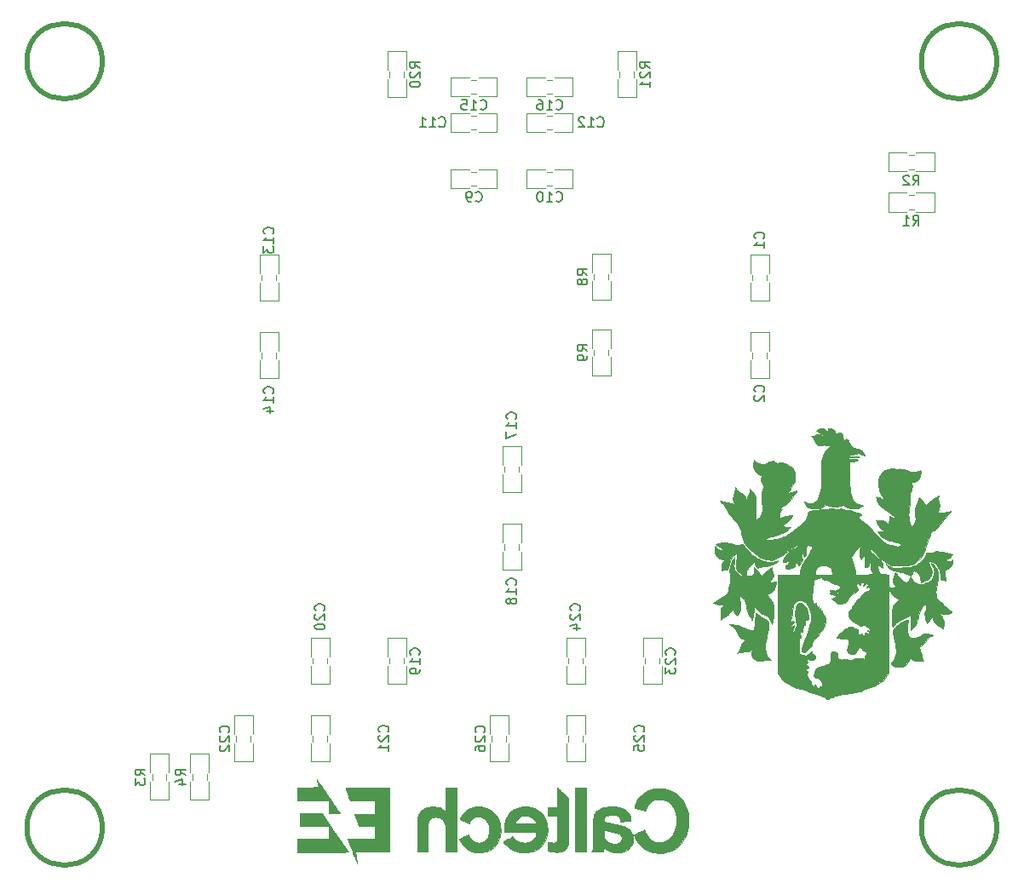
<source format=gbo>
G04 #@! TF.GenerationSoftware,KiCad,Pcbnew,(5.1.2)-1*
G04 #@! TF.CreationDate,2019-05-14T17:46:52-07:00*
G04 #@! TF.ProjectId,triumph_main,74726975-6d70-4685-9f6d-61696e2e6b69,A*
G04 #@! TF.SameCoordinates,Original*
G04 #@! TF.FileFunction,Legend,Bot*
G04 #@! TF.FilePolarity,Positive*
%FSLAX46Y46*%
G04 Gerber Fmt 4.6, Leading zero omitted, Abs format (unit mm)*
G04 Created by KiCad (PCBNEW (5.1.2)-1) date 2019-05-14 17:46:52*
%MOMM*%
%LPD*%
G04 APERTURE LIST*
%ADD10C,0.500000*%
%ADD11C,0.120000*%
%ADD12C,0.010000*%
%ADD13C,0.150000*%
G04 APERTURE END LIST*
D10*
X103826000Y-61976000D02*
G75*
G03X103826000Y-61976000I-3750000J0D01*
G01*
X103826000Y-138176000D02*
G75*
G03X103826000Y-138176000I-3750000J0D01*
G01*
X192726000Y-138176000D02*
G75*
G03X192726000Y-138176000I-3750000J0D01*
G01*
X192726000Y-61976000D02*
G75*
G03X192726000Y-61976000I-3750000J0D01*
G01*
D11*
X156666000Y-63552252D02*
X156666000Y-63029748D01*
X155246000Y-63552252D02*
X155246000Y-63029748D01*
X156908500Y-63735500D02*
X156908500Y-65577000D01*
X156908500Y-65577000D02*
X155003500Y-65577000D01*
X155003500Y-65577000D02*
X155003500Y-63735500D01*
X156908500Y-61005000D02*
X156908500Y-62846500D01*
X155003500Y-62846500D02*
X155003500Y-61005000D01*
X156908500Y-61005000D02*
X155003500Y-61005000D01*
X133806000Y-63552252D02*
X133806000Y-63029748D01*
X132386000Y-63552252D02*
X132386000Y-63029748D01*
X134048500Y-63735500D02*
X134048500Y-65577000D01*
X134048500Y-65577000D02*
X132143500Y-65577000D01*
X132143500Y-65577000D02*
X132143500Y-63735500D01*
X134048500Y-61005000D02*
X134048500Y-62846500D01*
X132143500Y-62846500D02*
X132143500Y-61005000D01*
X134048500Y-61005000D02*
X132143500Y-61005000D01*
D12*
G36*
X125117802Y-133371107D02*
G01*
X125121224Y-133395063D01*
X125133278Y-133448471D01*
X125152592Y-133525902D01*
X125177796Y-133621930D01*
X125207520Y-133731124D01*
X125220111Y-133776357D01*
X125326832Y-134157357D01*
X124253880Y-134166429D01*
X123180928Y-134175500D01*
X123176166Y-134833179D01*
X123171404Y-135490857D01*
X126328714Y-135490857D01*
X126328714Y-136760857D01*
X126882071Y-136760857D01*
X127019595Y-136760547D01*
X127144658Y-136759668D01*
X127252861Y-136758299D01*
X127339806Y-136756518D01*
X127401095Y-136754404D01*
X127432329Y-136752035D01*
X127435428Y-136750991D01*
X127425467Y-136733528D01*
X127396629Y-136688771D01*
X127350482Y-136619006D01*
X127288593Y-136526519D01*
X127212532Y-136413597D01*
X127123864Y-136282526D01*
X127024159Y-136135593D01*
X126914985Y-135975083D01*
X126797908Y-135803285D01*
X126674497Y-135622483D01*
X126546320Y-135434965D01*
X126414945Y-135243017D01*
X126281939Y-135048925D01*
X126148870Y-134854976D01*
X126017307Y-134663457D01*
X125888817Y-134476654D01*
X125764967Y-134296853D01*
X125647327Y-134126340D01*
X125537463Y-133967403D01*
X125436944Y-133822328D01*
X125347337Y-133693401D01*
X125270210Y-133582909D01*
X125207131Y-133493138D01*
X125159669Y-133426375D01*
X125129390Y-133384905D01*
X125117862Y-133371017D01*
X125117802Y-133371107D01*
X125117802Y-133371107D01*
G37*
X125117802Y-133371107D02*
X125121224Y-133395063D01*
X125133278Y-133448471D01*
X125152592Y-133525902D01*
X125177796Y-133621930D01*
X125207520Y-133731124D01*
X125220111Y-133776357D01*
X125326832Y-134157357D01*
X124253880Y-134166429D01*
X123180928Y-134175500D01*
X123176166Y-134833179D01*
X123171404Y-135490857D01*
X126328714Y-135490857D01*
X126328714Y-136760857D01*
X126882071Y-136760857D01*
X127019595Y-136760547D01*
X127144658Y-136759668D01*
X127252861Y-136758299D01*
X127339806Y-136756518D01*
X127401095Y-136754404D01*
X127432329Y-136752035D01*
X127435428Y-136750991D01*
X127425467Y-136733528D01*
X127396629Y-136688771D01*
X127350482Y-136619006D01*
X127288593Y-136526519D01*
X127212532Y-136413597D01*
X127123864Y-136282526D01*
X127024159Y-136135593D01*
X126914985Y-135975083D01*
X126797908Y-135803285D01*
X126674497Y-135622483D01*
X126546320Y-135434965D01*
X126414945Y-135243017D01*
X126281939Y-135048925D01*
X126148870Y-134854976D01*
X126017307Y-134663457D01*
X125888817Y-134476654D01*
X125764967Y-134296853D01*
X125647327Y-134126340D01*
X125537463Y-133967403D01*
X125436944Y-133822328D01*
X125347337Y-133693401D01*
X125270210Y-133582909D01*
X125207131Y-133493138D01*
X125159669Y-133426375D01*
X125129390Y-133384905D01*
X125117862Y-133371017D01*
X125117802Y-133371107D01*
G36*
X137962690Y-135432156D02*
G01*
X137958022Y-136616240D01*
X137859898Y-136518116D01*
X137692997Y-136375626D01*
X137506208Y-136262388D01*
X137298744Y-136178088D01*
X137069818Y-136122415D01*
X136818643Y-136095056D01*
X136791631Y-136093840D01*
X136523179Y-136096920D01*
X136274570Y-136127758D01*
X136046848Y-136185878D01*
X135841054Y-136270803D01*
X135658232Y-136382058D01*
X135499425Y-136519166D01*
X135365674Y-136681653D01*
X135309648Y-136770307D01*
X135263439Y-136864647D01*
X135217956Y-136982523D01*
X135177263Y-137111342D01*
X135145426Y-137238508D01*
X135129261Y-137329134D01*
X135125363Y-137377131D01*
X135121876Y-137460546D01*
X135118812Y-137578512D01*
X135116181Y-137730164D01*
X135113993Y-137914636D01*
X135112256Y-138131061D01*
X135110983Y-138378575D01*
X135110181Y-138656311D01*
X135109862Y-138963403D01*
X135109857Y-139012158D01*
X135109857Y-140553262D01*
X135640535Y-140548453D01*
X136171214Y-140543643D01*
X136180285Y-139092214D01*
X136181981Y-138827480D01*
X136183582Y-138596545D01*
X136185157Y-138396925D01*
X136186776Y-138226134D01*
X136188506Y-138081686D01*
X136190418Y-137961096D01*
X136192579Y-137861879D01*
X136195058Y-137781548D01*
X136197924Y-137717619D01*
X136201246Y-137667607D01*
X136205092Y-137629024D01*
X136209532Y-137599387D01*
X136214634Y-137576209D01*
X136220466Y-137557006D01*
X136222948Y-137550072D01*
X136282759Y-137419929D01*
X136357602Y-137318289D01*
X136453457Y-137238512D01*
X136552214Y-137184626D01*
X136606652Y-137161789D01*
X136658322Y-137146401D01*
X136717661Y-137136573D01*
X136795109Y-137130420D01*
X136870345Y-137127118D01*
X137015044Y-137125878D01*
X137134873Y-137135072D01*
X137240223Y-137156581D01*
X137341487Y-137192285D01*
X137412525Y-137225237D01*
X137552981Y-137315593D01*
X137675887Y-137436551D01*
X137779852Y-137586228D01*
X137863487Y-137762737D01*
X137908184Y-137897653D01*
X137915956Y-137926103D01*
X137922666Y-137954017D01*
X137928407Y-137984205D01*
X137933270Y-138019480D01*
X137937348Y-138062650D01*
X137940733Y-138116527D01*
X137943517Y-138183923D01*
X137945792Y-138267647D01*
X137947650Y-138370510D01*
X137949183Y-138495324D01*
X137950484Y-138644898D01*
X137951645Y-138822045D01*
X137952758Y-139029574D01*
X137953915Y-139270296D01*
X137954036Y-139296321D01*
X137959907Y-140552714D01*
X138485808Y-140552714D01*
X138646254Y-140552352D01*
X138773519Y-140551178D01*
X138870703Y-140549060D01*
X138940906Y-140545867D01*
X138987227Y-140541468D01*
X139012764Y-140535730D01*
X139020333Y-140530036D01*
X139021228Y-140509750D01*
X139022043Y-140455046D01*
X139022778Y-140367791D01*
X139023430Y-140249852D01*
X139023995Y-140103097D01*
X139024473Y-139929393D01*
X139024860Y-139730607D01*
X139025155Y-139508606D01*
X139025354Y-139265258D01*
X139025456Y-139002430D01*
X139025458Y-138721989D01*
X139025358Y-138425803D01*
X139025153Y-138115739D01*
X139024842Y-137793665D01*
X139024421Y-137461447D01*
X139024299Y-137377714D01*
X139019643Y-134248071D01*
X137967357Y-134248071D01*
X137962690Y-135432156D01*
X137962690Y-135432156D01*
G37*
X137962690Y-135432156D02*
X137958022Y-136616240D01*
X137859898Y-136518116D01*
X137692997Y-136375626D01*
X137506208Y-136262388D01*
X137298744Y-136178088D01*
X137069818Y-136122415D01*
X136818643Y-136095056D01*
X136791631Y-136093840D01*
X136523179Y-136096920D01*
X136274570Y-136127758D01*
X136046848Y-136185878D01*
X135841054Y-136270803D01*
X135658232Y-136382058D01*
X135499425Y-136519166D01*
X135365674Y-136681653D01*
X135309648Y-136770307D01*
X135263439Y-136864647D01*
X135217956Y-136982523D01*
X135177263Y-137111342D01*
X135145426Y-137238508D01*
X135129261Y-137329134D01*
X135125363Y-137377131D01*
X135121876Y-137460546D01*
X135118812Y-137578512D01*
X135116181Y-137730164D01*
X135113993Y-137914636D01*
X135112256Y-138131061D01*
X135110983Y-138378575D01*
X135110181Y-138656311D01*
X135109862Y-138963403D01*
X135109857Y-139012158D01*
X135109857Y-140553262D01*
X135640535Y-140548453D01*
X136171214Y-140543643D01*
X136180285Y-139092214D01*
X136181981Y-138827480D01*
X136183582Y-138596545D01*
X136185157Y-138396925D01*
X136186776Y-138226134D01*
X136188506Y-138081686D01*
X136190418Y-137961096D01*
X136192579Y-137861879D01*
X136195058Y-137781548D01*
X136197924Y-137717619D01*
X136201246Y-137667607D01*
X136205092Y-137629024D01*
X136209532Y-137599387D01*
X136214634Y-137576209D01*
X136220466Y-137557006D01*
X136222948Y-137550072D01*
X136282759Y-137419929D01*
X136357602Y-137318289D01*
X136453457Y-137238512D01*
X136552214Y-137184626D01*
X136606652Y-137161789D01*
X136658322Y-137146401D01*
X136717661Y-137136573D01*
X136795109Y-137130420D01*
X136870345Y-137127118D01*
X137015044Y-137125878D01*
X137134873Y-137135072D01*
X137240223Y-137156581D01*
X137341487Y-137192285D01*
X137412525Y-137225237D01*
X137552981Y-137315593D01*
X137675887Y-137436551D01*
X137779852Y-137586228D01*
X137863487Y-137762737D01*
X137908184Y-137897653D01*
X137915956Y-137926103D01*
X137922666Y-137954017D01*
X137928407Y-137984205D01*
X137933270Y-138019480D01*
X137937348Y-138062650D01*
X137940733Y-138116527D01*
X137943517Y-138183923D01*
X137945792Y-138267647D01*
X137947650Y-138370510D01*
X137949183Y-138495324D01*
X137950484Y-138644898D01*
X137951645Y-138822045D01*
X137952758Y-139029574D01*
X137953915Y-139270296D01*
X137954036Y-139296321D01*
X137959907Y-140552714D01*
X138485808Y-140552714D01*
X138646254Y-140552352D01*
X138773519Y-140551178D01*
X138870703Y-140549060D01*
X138940906Y-140545867D01*
X138987227Y-140541468D01*
X139012764Y-140535730D01*
X139020333Y-140530036D01*
X139021228Y-140509750D01*
X139022043Y-140455046D01*
X139022778Y-140367791D01*
X139023430Y-140249852D01*
X139023995Y-140103097D01*
X139024473Y-139929393D01*
X139024860Y-139730607D01*
X139025155Y-139508606D01*
X139025354Y-139265258D01*
X139025456Y-139002430D01*
X139025458Y-138721989D01*
X139025358Y-138425803D01*
X139025153Y-138115739D01*
X139024842Y-137793665D01*
X139024421Y-137461447D01*
X139024299Y-137377714D01*
X139019643Y-134248071D01*
X137967357Y-134248071D01*
X137962690Y-135432156D01*
G36*
X150807913Y-137400393D02*
G01*
X150803326Y-140552714D01*
X151330089Y-140552714D01*
X151490674Y-140552353D01*
X151618076Y-140551181D01*
X151715394Y-140549068D01*
X151785723Y-140545881D01*
X151832163Y-140541491D01*
X151857809Y-140535766D01*
X151865476Y-140530036D01*
X151866370Y-140509750D01*
X151867186Y-140455046D01*
X151867921Y-140367791D01*
X151868573Y-140249852D01*
X151869138Y-140103097D01*
X151869616Y-139929393D01*
X151870003Y-139730607D01*
X151870298Y-139508606D01*
X151870497Y-139265258D01*
X151870599Y-139002430D01*
X151870601Y-138721989D01*
X151870501Y-138425803D01*
X151870296Y-138115739D01*
X151869984Y-137793665D01*
X151869564Y-137461447D01*
X151869442Y-137377714D01*
X151864785Y-134248071D01*
X150812500Y-134248071D01*
X150807913Y-137400393D01*
X150807913Y-137400393D01*
G37*
X150807913Y-137400393D02*
X150803326Y-140552714D01*
X151330089Y-140552714D01*
X151490674Y-140552353D01*
X151618076Y-140551181D01*
X151715394Y-140549068D01*
X151785723Y-140545881D01*
X151832163Y-140541491D01*
X151857809Y-140535766D01*
X151865476Y-140530036D01*
X151866370Y-140509750D01*
X151867186Y-140455046D01*
X151867921Y-140367791D01*
X151868573Y-140249852D01*
X151869138Y-140103097D01*
X151869616Y-139929393D01*
X151870003Y-139730607D01*
X151870298Y-139508606D01*
X151870497Y-139265258D01*
X151870599Y-139002430D01*
X151870601Y-138721989D01*
X151870501Y-138425803D01*
X151870296Y-138115739D01*
X151869984Y-137793665D01*
X151869564Y-137461447D01*
X151869442Y-137377714D01*
X151864785Y-134248071D01*
X150812500Y-134248071D01*
X150807913Y-137400393D01*
G36*
X123480285Y-137994572D02*
G01*
X126310571Y-137994572D01*
X126310571Y-139282714D01*
X123171857Y-139282714D01*
X123171857Y-140607143D01*
X125711857Y-140607143D01*
X126012333Y-140607037D01*
X126302693Y-140606726D01*
X126580884Y-140606223D01*
X126844853Y-140605539D01*
X127092547Y-140604689D01*
X127321913Y-140603682D01*
X127530898Y-140602533D01*
X127717450Y-140601252D01*
X127879515Y-140599853D01*
X128015041Y-140598348D01*
X128121976Y-140596748D01*
X128198265Y-140595066D01*
X128241856Y-140593315D01*
X128251857Y-140591968D01*
X128241862Y-140575343D01*
X128212689Y-140530514D01*
X128165553Y-140459288D01*
X128101671Y-140363472D01*
X128022259Y-140244872D01*
X127928533Y-140105297D01*
X127821709Y-139946553D01*
X127703003Y-139770448D01*
X127573632Y-139578789D01*
X127434812Y-139373382D01*
X127287759Y-139156036D01*
X127133689Y-138928557D01*
X126973818Y-138692753D01*
X126966817Y-138682432D01*
X125681777Y-136788071D01*
X123480285Y-136778719D01*
X123480285Y-137994572D01*
X123480285Y-137994572D01*
G37*
X123480285Y-137994572D02*
X126310571Y-137994572D01*
X126310571Y-139282714D01*
X123171857Y-139282714D01*
X123171857Y-140607143D01*
X125711857Y-140607143D01*
X126012333Y-140607037D01*
X126302693Y-140606726D01*
X126580884Y-140606223D01*
X126844853Y-140605539D01*
X127092547Y-140604689D01*
X127321913Y-140603682D01*
X127530898Y-140602533D01*
X127717450Y-140601252D01*
X127879515Y-140599853D01*
X128015041Y-140598348D01*
X128121976Y-140596748D01*
X128198265Y-140595066D01*
X128241856Y-140593315D01*
X128251857Y-140591968D01*
X128241862Y-140575343D01*
X128212689Y-140530514D01*
X128165553Y-140459288D01*
X128101671Y-140363472D01*
X128022259Y-140244872D01*
X127928533Y-140105297D01*
X127821709Y-139946553D01*
X127703003Y-139770448D01*
X127573632Y-139578789D01*
X127434812Y-139373382D01*
X127287759Y-139156036D01*
X127133689Y-138928557D01*
X126973818Y-138692753D01*
X126966817Y-138682432D01*
X125681777Y-136788071D01*
X123480285Y-136778719D01*
X123480285Y-137994572D01*
G36*
X149054719Y-134220309D02*
G01*
X149052300Y-134270899D01*
X149050085Y-134351193D01*
X149048118Y-134457903D01*
X149046446Y-134587738D01*
X149045114Y-134737407D01*
X149044168Y-134903620D01*
X149043654Y-135083088D01*
X149043571Y-135191500D01*
X149043571Y-136180286D01*
X148118285Y-136180286D01*
X148118285Y-136960429D01*
X149044778Y-136960429D01*
X149039639Y-138189607D01*
X149034500Y-139418786D01*
X148994242Y-139494065D01*
X148946632Y-139561779D01*
X148883268Y-139613043D01*
X148801252Y-139648356D01*
X148697687Y-139668220D01*
X148569673Y-139673134D01*
X148414312Y-139663600D01*
X148228705Y-139640117D01*
X148186321Y-139633573D01*
X148118285Y-139622791D01*
X148118285Y-140059316D01*
X148118470Y-140196863D01*
X148119229Y-140302446D01*
X148120870Y-140380384D01*
X148123699Y-140434999D01*
X148128025Y-140470610D01*
X148134153Y-140491537D01*
X148142392Y-140502101D01*
X148150035Y-140505788D01*
X148243325Y-140528897D01*
X148364435Y-140549812D01*
X148504933Y-140567890D01*
X148656385Y-140582488D01*
X148810359Y-140592961D01*
X148958423Y-140598665D01*
X149092144Y-140598957D01*
X149203089Y-140593193D01*
X149239643Y-140588985D01*
X149441269Y-140547919D01*
X149614467Y-140485063D01*
X149760618Y-140399321D01*
X149881105Y-140289593D01*
X149977307Y-140154781D01*
X150050606Y-139993788D01*
X150072368Y-139926786D01*
X150077091Y-139908928D01*
X150081341Y-139887823D01*
X150085147Y-139861522D01*
X150088541Y-139828077D01*
X150091552Y-139785541D01*
X150094212Y-139731967D01*
X150096549Y-139665405D01*
X150098595Y-139583909D01*
X150100381Y-139485531D01*
X150101935Y-139368323D01*
X150103289Y-139230337D01*
X150104474Y-139069626D01*
X150105519Y-138884242D01*
X150106454Y-138672237D01*
X150107311Y-138431663D01*
X150108119Y-138160573D01*
X150108909Y-137857019D01*
X150109680Y-137532518D01*
X150114948Y-135247108D01*
X149592984Y-134724911D01*
X149479603Y-134611806D01*
X149374037Y-134507125D01*
X149279061Y-134413574D01*
X149197450Y-134333857D01*
X149131979Y-134270678D01*
X149085421Y-134226744D01*
X149060553Y-134204757D01*
X149057296Y-134202714D01*
X149054719Y-134220309D01*
X149054719Y-134220309D01*
G37*
X149054719Y-134220309D02*
X149052300Y-134270899D01*
X149050085Y-134351193D01*
X149048118Y-134457903D01*
X149046446Y-134587738D01*
X149045114Y-134737407D01*
X149044168Y-134903620D01*
X149043654Y-135083088D01*
X149043571Y-135191500D01*
X149043571Y-136180286D01*
X148118285Y-136180286D01*
X148118285Y-136960429D01*
X149044778Y-136960429D01*
X149039639Y-138189607D01*
X149034500Y-139418786D01*
X148994242Y-139494065D01*
X148946632Y-139561779D01*
X148883268Y-139613043D01*
X148801252Y-139648356D01*
X148697687Y-139668220D01*
X148569673Y-139673134D01*
X148414312Y-139663600D01*
X148228705Y-139640117D01*
X148186321Y-139633573D01*
X148118285Y-139622791D01*
X148118285Y-140059316D01*
X148118470Y-140196863D01*
X148119229Y-140302446D01*
X148120870Y-140380384D01*
X148123699Y-140434999D01*
X148128025Y-140470610D01*
X148134153Y-140491537D01*
X148142392Y-140502101D01*
X148150035Y-140505788D01*
X148243325Y-140528897D01*
X148364435Y-140549812D01*
X148504933Y-140567890D01*
X148656385Y-140582488D01*
X148810359Y-140592961D01*
X148958423Y-140598665D01*
X149092144Y-140598957D01*
X149203089Y-140593193D01*
X149239643Y-140588985D01*
X149441269Y-140547919D01*
X149614467Y-140485063D01*
X149760618Y-140399321D01*
X149881105Y-140289593D01*
X149977307Y-140154781D01*
X150050606Y-139993788D01*
X150072368Y-139926786D01*
X150077091Y-139908928D01*
X150081341Y-139887823D01*
X150085147Y-139861522D01*
X150088541Y-139828077D01*
X150091552Y-139785541D01*
X150094212Y-139731967D01*
X150096549Y-139665405D01*
X150098595Y-139583909D01*
X150100381Y-139485531D01*
X150101935Y-139368323D01*
X150103289Y-139230337D01*
X150104474Y-139069626D01*
X150105519Y-138884242D01*
X150106454Y-138672237D01*
X150107311Y-138431663D01*
X150108119Y-138160573D01*
X150108909Y-137857019D01*
X150109680Y-137532518D01*
X150114948Y-135247108D01*
X149592984Y-134724911D01*
X149479603Y-134611806D01*
X149374037Y-134507125D01*
X149279061Y-134413574D01*
X149197450Y-134333857D01*
X149131979Y-134270678D01*
X149085421Y-134226744D01*
X149060553Y-134204757D01*
X149057296Y-134202714D01*
X149054719Y-134220309D01*
G36*
X140894577Y-136104152D02*
G01*
X140634101Y-136147824D01*
X140393870Y-136221178D01*
X140172870Y-136324735D01*
X139970085Y-136459014D01*
X139784502Y-136624534D01*
X139615106Y-136821816D01*
X139539474Y-136927608D01*
X139507239Y-136979589D01*
X139469993Y-137046092D01*
X139431537Y-137119435D01*
X139395670Y-137191935D01*
X139366191Y-137255913D01*
X139346899Y-137303685D01*
X139341595Y-137327571D01*
X139341613Y-137327627D01*
X139358353Y-137338154D01*
X139402815Y-137361125D01*
X139469873Y-137394153D01*
X139554401Y-137434852D01*
X139651273Y-137480835D01*
X139755362Y-137529715D01*
X139861542Y-137579105D01*
X139964687Y-137626618D01*
X140059671Y-137669868D01*
X140141368Y-137706468D01*
X140204651Y-137734030D01*
X140244394Y-137750169D01*
X140255776Y-137753271D01*
X140265468Y-137736011D01*
X140287430Y-137693766D01*
X140317786Y-137634046D01*
X140334875Y-137600028D01*
X140434646Y-137438401D01*
X140557383Y-137304264D01*
X140700873Y-137198979D01*
X140862899Y-137123911D01*
X141041248Y-137080424D01*
X141196785Y-137069286D01*
X141392356Y-137086258D01*
X141574228Y-137136242D01*
X141740215Y-137217842D01*
X141888134Y-137329658D01*
X142015800Y-137470293D01*
X142121028Y-137638350D01*
X142137226Y-137671006D01*
X142191862Y-137793051D01*
X142231717Y-137903466D01*
X142258790Y-138012126D01*
X142275082Y-138128905D01*
X142282594Y-138263677D01*
X142283609Y-138393714D01*
X142279138Y-138557661D01*
X142266549Y-138695787D01*
X142243723Y-138818060D01*
X142208540Y-138934446D01*
X142158879Y-139054911D01*
X142130079Y-139115479D01*
X142031532Y-139279097D01*
X141910116Y-139417933D01*
X141768971Y-139529353D01*
X141611234Y-139610722D01*
X141496142Y-139647533D01*
X141348581Y-139670345D01*
X141189921Y-139671546D01*
X141030308Y-139652553D01*
X140879884Y-139614784D01*
X140748794Y-139559655D01*
X140711554Y-139537925D01*
X140572628Y-139430212D01*
X140444091Y-139292023D01*
X140330208Y-139128650D01*
X140236905Y-138949156D01*
X140210456Y-138895617D01*
X140186931Y-138858720D01*
X140173410Y-138847286D01*
X140154717Y-138855350D01*
X140109076Y-138877767D01*
X140041589Y-138911875D01*
X139957357Y-138955014D01*
X139861481Y-139004521D01*
X139759062Y-139057735D01*
X139655203Y-139111994D01*
X139555004Y-139164636D01*
X139463567Y-139213001D01*
X139385993Y-139254426D01*
X139327383Y-139286250D01*
X139292839Y-139305811D01*
X139286103Y-139310233D01*
X139289957Y-139329022D01*
X139308900Y-139372532D01*
X139339480Y-139434295D01*
X139378244Y-139507843D01*
X139421740Y-139586707D01*
X139466514Y-139664419D01*
X139509113Y-139734509D01*
X139529350Y-139765934D01*
X139692721Y-139983503D01*
X139874821Y-140170043D01*
X140076297Y-140325985D01*
X140297793Y-140451757D01*
X140539955Y-140547790D01*
X140803430Y-140614512D01*
X140804823Y-140614776D01*
X140924066Y-140632223D01*
X141064530Y-140644658D01*
X141213111Y-140651558D01*
X141356704Y-140652400D01*
X141482205Y-140646662D01*
X141517627Y-140643211D01*
X141801587Y-140594092D01*
X142066090Y-140514579D01*
X142310180Y-140405451D01*
X142532905Y-140267483D01*
X142733310Y-140101454D01*
X142910443Y-139908139D01*
X143063348Y-139688315D01*
X143191073Y-139442760D01*
X143281834Y-139206157D01*
X143336810Y-139016440D01*
X143374589Y-138831838D01*
X143397006Y-138640102D01*
X143405894Y-138428984D01*
X143406218Y-138375572D01*
X143390728Y-138064956D01*
X143344878Y-137772455D01*
X143269825Y-137499254D01*
X143166727Y-137246539D01*
X143036740Y-137015497D01*
X142881021Y-136807312D01*
X142700727Y-136623171D01*
X142497015Y-136464260D01*
X142271041Y-136331764D01*
X142023962Y-136226871D01*
X141756937Y-136150765D01*
X141471120Y-136104633D01*
X141176314Y-136089644D01*
X140894577Y-136104152D01*
X140894577Y-136104152D01*
G37*
X140894577Y-136104152D02*
X140634101Y-136147824D01*
X140393870Y-136221178D01*
X140172870Y-136324735D01*
X139970085Y-136459014D01*
X139784502Y-136624534D01*
X139615106Y-136821816D01*
X139539474Y-136927608D01*
X139507239Y-136979589D01*
X139469993Y-137046092D01*
X139431537Y-137119435D01*
X139395670Y-137191935D01*
X139366191Y-137255913D01*
X139346899Y-137303685D01*
X139341595Y-137327571D01*
X139341613Y-137327627D01*
X139358353Y-137338154D01*
X139402815Y-137361125D01*
X139469873Y-137394153D01*
X139554401Y-137434852D01*
X139651273Y-137480835D01*
X139755362Y-137529715D01*
X139861542Y-137579105D01*
X139964687Y-137626618D01*
X140059671Y-137669868D01*
X140141368Y-137706468D01*
X140204651Y-137734030D01*
X140244394Y-137750169D01*
X140255776Y-137753271D01*
X140265468Y-137736011D01*
X140287430Y-137693766D01*
X140317786Y-137634046D01*
X140334875Y-137600028D01*
X140434646Y-137438401D01*
X140557383Y-137304264D01*
X140700873Y-137198979D01*
X140862899Y-137123911D01*
X141041248Y-137080424D01*
X141196785Y-137069286D01*
X141392356Y-137086258D01*
X141574228Y-137136242D01*
X141740215Y-137217842D01*
X141888134Y-137329658D01*
X142015800Y-137470293D01*
X142121028Y-137638350D01*
X142137226Y-137671006D01*
X142191862Y-137793051D01*
X142231717Y-137903466D01*
X142258790Y-138012126D01*
X142275082Y-138128905D01*
X142282594Y-138263677D01*
X142283609Y-138393714D01*
X142279138Y-138557661D01*
X142266549Y-138695787D01*
X142243723Y-138818060D01*
X142208540Y-138934446D01*
X142158879Y-139054911D01*
X142130079Y-139115479D01*
X142031532Y-139279097D01*
X141910116Y-139417933D01*
X141768971Y-139529353D01*
X141611234Y-139610722D01*
X141496142Y-139647533D01*
X141348581Y-139670345D01*
X141189921Y-139671546D01*
X141030308Y-139652553D01*
X140879884Y-139614784D01*
X140748794Y-139559655D01*
X140711554Y-139537925D01*
X140572628Y-139430212D01*
X140444091Y-139292023D01*
X140330208Y-139128650D01*
X140236905Y-138949156D01*
X140210456Y-138895617D01*
X140186931Y-138858720D01*
X140173410Y-138847286D01*
X140154717Y-138855350D01*
X140109076Y-138877767D01*
X140041589Y-138911875D01*
X139957357Y-138955014D01*
X139861481Y-139004521D01*
X139759062Y-139057735D01*
X139655203Y-139111994D01*
X139555004Y-139164636D01*
X139463567Y-139213001D01*
X139385993Y-139254426D01*
X139327383Y-139286250D01*
X139292839Y-139305811D01*
X139286103Y-139310233D01*
X139289957Y-139329022D01*
X139308900Y-139372532D01*
X139339480Y-139434295D01*
X139378244Y-139507843D01*
X139421740Y-139586707D01*
X139466514Y-139664419D01*
X139509113Y-139734509D01*
X139529350Y-139765934D01*
X139692721Y-139983503D01*
X139874821Y-140170043D01*
X140076297Y-140325985D01*
X140297793Y-140451757D01*
X140539955Y-140547790D01*
X140803430Y-140614512D01*
X140804823Y-140614776D01*
X140924066Y-140632223D01*
X141064530Y-140644658D01*
X141213111Y-140651558D01*
X141356704Y-140652400D01*
X141482205Y-140646662D01*
X141517627Y-140643211D01*
X141801587Y-140594092D01*
X142066090Y-140514579D01*
X142310180Y-140405451D01*
X142532905Y-140267483D01*
X142733310Y-140101454D01*
X142910443Y-139908139D01*
X143063348Y-139688315D01*
X143191073Y-139442760D01*
X143281834Y-139206157D01*
X143336810Y-139016440D01*
X143374589Y-138831838D01*
X143397006Y-138640102D01*
X143405894Y-138428984D01*
X143406218Y-138375572D01*
X143390728Y-138064956D01*
X143344878Y-137772455D01*
X143269825Y-137499254D01*
X143166727Y-137246539D01*
X143036740Y-137015497D01*
X142881021Y-136807312D01*
X142700727Y-136623171D01*
X142497015Y-136464260D01*
X142271041Y-136331764D01*
X142023962Y-136226871D01*
X141756937Y-136150765D01*
X141471120Y-136104633D01*
X141176314Y-136089644D01*
X140894577Y-136104152D01*
G36*
X145536629Y-136104664D02*
G01*
X145264324Y-136149098D01*
X145013363Y-136222630D01*
X144784066Y-136324908D01*
X144576750Y-136455582D01*
X144391737Y-136614302D01*
X144229346Y-136800716D01*
X144089896Y-137014474D01*
X143973706Y-137255226D01*
X143881097Y-137522620D01*
X143812387Y-137816305D01*
X143767897Y-138135932D01*
X143751504Y-138371036D01*
X143740208Y-138629572D01*
X146957143Y-138629572D01*
X146957143Y-138672026D01*
X146950125Y-138733243D01*
X146931330Y-138816182D01*
X146904143Y-138909601D01*
X146871950Y-139002259D01*
X146838137Y-139082911D01*
X146826146Y-139106982D01*
X146742339Y-139234175D01*
X146631553Y-139355461D01*
X146502987Y-139462145D01*
X146365840Y-139545528D01*
X146358428Y-139549170D01*
X146242006Y-139601452D01*
X146138162Y-139636991D01*
X146034454Y-139658461D01*
X145918437Y-139668540D01*
X145796000Y-139670108D01*
X145573533Y-139653591D01*
X145360792Y-139609348D01*
X145161953Y-139539271D01*
X144981195Y-139445249D01*
X144822697Y-139329171D01*
X144690635Y-139192929D01*
X144663700Y-139157934D01*
X144626859Y-139109867D01*
X144598148Y-139076292D01*
X144584747Y-139065000D01*
X144566885Y-139073771D01*
X144521777Y-139098541D01*
X144453500Y-139136994D01*
X144366133Y-139186815D01*
X144263754Y-139245690D01*
X144150440Y-139311303D01*
X144132444Y-139321762D01*
X143690874Y-139578524D01*
X143720954Y-139625655D01*
X143816467Y-139757048D01*
X143937103Y-139894322D01*
X144074609Y-140029114D01*
X144220736Y-140153061D01*
X144299214Y-140211751D01*
X144518951Y-140347167D01*
X144762752Y-140459578D01*
X145025704Y-140547819D01*
X145302892Y-140610725D01*
X145589403Y-140647129D01*
X145880323Y-140655867D01*
X146113500Y-140642097D01*
X146401598Y-140596599D01*
X146671530Y-140520327D01*
X146921938Y-140414498D01*
X147151469Y-140280330D01*
X147358768Y-140119040D01*
X147542479Y-139931847D01*
X147701247Y-139719969D01*
X147833717Y-139484622D01*
X147938534Y-139227025D01*
X148014343Y-138948396D01*
X148018027Y-138930602D01*
X148049804Y-138721378D01*
X148065787Y-138492398D01*
X148065981Y-138256573D01*
X148050394Y-138026812D01*
X148019031Y-137816024D01*
X148017470Y-137808277D01*
X148013967Y-137795000D01*
X146956633Y-137795000D01*
X144865936Y-137795000D01*
X144876055Y-137719561D01*
X144901472Y-137622194D01*
X144950430Y-137512790D01*
X145017442Y-137401082D01*
X145097020Y-137296807D01*
X145141334Y-137248964D01*
X145285745Y-137128769D01*
X145446261Y-137040887D01*
X145621647Y-136985760D01*
X145810668Y-136963827D01*
X145933226Y-136967018D01*
X146138812Y-136999565D01*
X146328200Y-137063325D01*
X146499058Y-137156578D01*
X146649054Y-137277601D01*
X146775856Y-137424672D01*
X146877132Y-137596070D01*
X146919245Y-137695072D01*
X146956633Y-137795000D01*
X148013967Y-137795000D01*
X147943635Y-137528455D01*
X147841265Y-137270317D01*
X147711650Y-137034873D01*
X147556075Y-136823137D01*
X147375828Y-136636119D01*
X147172197Y-136474830D01*
X146946469Y-136340282D01*
X146699931Y-136233486D01*
X146433871Y-136155454D01*
X146149576Y-136107196D01*
X145848333Y-136089726D01*
X145829957Y-136089678D01*
X145536629Y-136104664D01*
X145536629Y-136104664D01*
G37*
X145536629Y-136104664D02*
X145264324Y-136149098D01*
X145013363Y-136222630D01*
X144784066Y-136324908D01*
X144576750Y-136455582D01*
X144391737Y-136614302D01*
X144229346Y-136800716D01*
X144089896Y-137014474D01*
X143973706Y-137255226D01*
X143881097Y-137522620D01*
X143812387Y-137816305D01*
X143767897Y-138135932D01*
X143751504Y-138371036D01*
X143740208Y-138629572D01*
X146957143Y-138629572D01*
X146957143Y-138672026D01*
X146950125Y-138733243D01*
X146931330Y-138816182D01*
X146904143Y-138909601D01*
X146871950Y-139002259D01*
X146838137Y-139082911D01*
X146826146Y-139106982D01*
X146742339Y-139234175D01*
X146631553Y-139355461D01*
X146502987Y-139462145D01*
X146365840Y-139545528D01*
X146358428Y-139549170D01*
X146242006Y-139601452D01*
X146138162Y-139636991D01*
X146034454Y-139658461D01*
X145918437Y-139668540D01*
X145796000Y-139670108D01*
X145573533Y-139653591D01*
X145360792Y-139609348D01*
X145161953Y-139539271D01*
X144981195Y-139445249D01*
X144822697Y-139329171D01*
X144690635Y-139192929D01*
X144663700Y-139157934D01*
X144626859Y-139109867D01*
X144598148Y-139076292D01*
X144584747Y-139065000D01*
X144566885Y-139073771D01*
X144521777Y-139098541D01*
X144453500Y-139136994D01*
X144366133Y-139186815D01*
X144263754Y-139245690D01*
X144150440Y-139311303D01*
X144132444Y-139321762D01*
X143690874Y-139578524D01*
X143720954Y-139625655D01*
X143816467Y-139757048D01*
X143937103Y-139894322D01*
X144074609Y-140029114D01*
X144220736Y-140153061D01*
X144299214Y-140211751D01*
X144518951Y-140347167D01*
X144762752Y-140459578D01*
X145025704Y-140547819D01*
X145302892Y-140610725D01*
X145589403Y-140647129D01*
X145880323Y-140655867D01*
X146113500Y-140642097D01*
X146401598Y-140596599D01*
X146671530Y-140520327D01*
X146921938Y-140414498D01*
X147151469Y-140280330D01*
X147358768Y-140119040D01*
X147542479Y-139931847D01*
X147701247Y-139719969D01*
X147833717Y-139484622D01*
X147938534Y-139227025D01*
X148014343Y-138948396D01*
X148018027Y-138930602D01*
X148049804Y-138721378D01*
X148065787Y-138492398D01*
X148065981Y-138256573D01*
X148050394Y-138026812D01*
X148019031Y-137816024D01*
X148017470Y-137808277D01*
X148013967Y-137795000D01*
X146956633Y-137795000D01*
X144865936Y-137795000D01*
X144876055Y-137719561D01*
X144901472Y-137622194D01*
X144950430Y-137512790D01*
X145017442Y-137401082D01*
X145097020Y-137296807D01*
X145141334Y-137248964D01*
X145285745Y-137128769D01*
X145446261Y-137040887D01*
X145621647Y-136985760D01*
X145810668Y-136963827D01*
X145933226Y-136967018D01*
X146138812Y-136999565D01*
X146328200Y-137063325D01*
X146499058Y-137156578D01*
X146649054Y-137277601D01*
X146775856Y-137424672D01*
X146877132Y-137596070D01*
X146919245Y-137695072D01*
X146956633Y-137795000D01*
X148013967Y-137795000D01*
X147943635Y-137528455D01*
X147841265Y-137270317D01*
X147711650Y-137034873D01*
X147556075Y-136823137D01*
X147375828Y-136636119D01*
X147172197Y-136474830D01*
X146946469Y-136340282D01*
X146699931Y-136233486D01*
X146433871Y-136155454D01*
X146149576Y-136107196D01*
X145848333Y-136089726D01*
X145829957Y-136089678D01*
X145536629Y-136104664D01*
G36*
X154338462Y-136094528D02*
G01*
X154332214Y-136094690D01*
X154069433Y-136107437D01*
X153837880Y-136131681D01*
X153634018Y-136168529D01*
X153454307Y-136219088D01*
X153295210Y-136284465D01*
X153153188Y-136365768D01*
X153024703Y-136464105D01*
X152960337Y-136524051D01*
X152848757Y-136649506D01*
X152761400Y-136783355D01*
X152692623Y-136935431D01*
X152651144Y-137062773D01*
X152643797Y-137089133D01*
X152637370Y-137114998D01*
X152631781Y-137142926D01*
X152626945Y-137175475D01*
X152622783Y-137215202D01*
X152619210Y-137264665D01*
X152616145Y-137326422D01*
X152613504Y-137403030D01*
X152611207Y-137497048D01*
X152609169Y-137611032D01*
X152607310Y-137747541D01*
X152605546Y-137909131D01*
X152603795Y-138098362D01*
X152601974Y-138317790D01*
X152600002Y-138569973D01*
X152599195Y-138674929D01*
X152597074Y-138950144D01*
X152595095Y-139191609D01*
X152593091Y-139401860D01*
X152590893Y-139583432D01*
X152588336Y-139738859D01*
X152585253Y-139870677D01*
X152581476Y-139981421D01*
X152576838Y-140073625D01*
X152571173Y-140149824D01*
X152564314Y-140212554D01*
X152556093Y-140264350D01*
X152546344Y-140307746D01*
X152534900Y-140345277D01*
X152521593Y-140379479D01*
X152506258Y-140412887D01*
X152488726Y-140448035D01*
X152481466Y-140462348D01*
X152435674Y-140552714D01*
X153560211Y-140552714D01*
X153589166Y-140496721D01*
X153605052Y-140455941D01*
X153624338Y-140392782D01*
X153643635Y-140320277D01*
X153659553Y-140251459D01*
X153668701Y-140199359D01*
X153669685Y-140187180D01*
X153683716Y-140191532D01*
X153721278Y-140212681D01*
X153775993Y-140246876D01*
X153818279Y-140274681D01*
X154011055Y-140392803D01*
X154199436Y-140484074D01*
X154395945Y-140553745D01*
X154609189Y-140606270D01*
X154735774Y-140627262D01*
X154875759Y-140642503D01*
X155017893Y-140651374D01*
X155150929Y-140653259D01*
X155263615Y-140647539D01*
X155294293Y-140643895D01*
X155374860Y-140630130D01*
X155465651Y-140611255D01*
X155520912Y-140597983D01*
X155737814Y-140524747D01*
X155933131Y-140424228D01*
X156105088Y-140298667D01*
X156251910Y-140150305D01*
X156371823Y-139981381D01*
X156463051Y-139794135D01*
X156523821Y-139590808D01*
X156552357Y-139373641D01*
X156554399Y-139293419D01*
X156548767Y-139175291D01*
X155439095Y-139175291D01*
X155438145Y-139310321D01*
X155403781Y-139433528D01*
X155337559Y-139542780D01*
X155241031Y-139635944D01*
X155115753Y-139710887D01*
X155021643Y-139748157D01*
X154964096Y-139759245D01*
X154879853Y-139765443D01*
X154778133Y-139767018D01*
X154668160Y-139764238D01*
X154559152Y-139757369D01*
X154460331Y-139746678D01*
X154380918Y-139732431D01*
X154368500Y-139729266D01*
X154247093Y-139688139D01*
X154122363Y-139631871D01*
X154005496Y-139566409D01*
X153907679Y-139497699D01*
X153869358Y-139463935D01*
X153810048Y-139396793D01*
X153755782Y-139319536D01*
X153728126Y-139269469D01*
X153711874Y-139233573D01*
X153699586Y-139200750D01*
X153690618Y-139165191D01*
X153684326Y-139121085D01*
X153680066Y-139062622D01*
X153677193Y-138983992D01*
X153675063Y-138879385D01*
X153673517Y-138776918D01*
X153671834Y-138648980D01*
X153671161Y-138552980D01*
X153671811Y-138484576D01*
X153674101Y-138439427D01*
X153678346Y-138413192D01*
X153684861Y-138401529D01*
X153693962Y-138400097D01*
X153700731Y-138402317D01*
X153760824Y-138425139D01*
X153828049Y-138447374D01*
X153907121Y-138470235D01*
X154002750Y-138494936D01*
X154119649Y-138522693D01*
X154262532Y-138554718D01*
X154436109Y-138592227D01*
X154445973Y-138594331D01*
X154583344Y-138624138D01*
X154713699Y-138653399D01*
X154831491Y-138680795D01*
X154931174Y-138705005D01*
X155007201Y-138724709D01*
X155054028Y-138738587D01*
X155057995Y-138740012D01*
X155197888Y-138806953D01*
X155306089Y-138891379D01*
X155382870Y-138993600D01*
X155428504Y-139113927D01*
X155439095Y-139175291D01*
X156548767Y-139175291D01*
X156545844Y-139113999D01*
X156519166Y-138955746D01*
X156471844Y-138807067D01*
X156426544Y-138705433D01*
X156321237Y-138532515D01*
X156184833Y-138376689D01*
X156018852Y-138239150D01*
X155824816Y-138121091D01*
X155604244Y-138023709D01*
X155522344Y-137995151D01*
X155468220Y-137979756D01*
X155383575Y-137958621D01*
X155273518Y-137932889D01*
X155143156Y-137903702D01*
X154997595Y-137872203D01*
X154841943Y-137839535D01*
X154681306Y-137806841D01*
X154675702Y-137805719D01*
X154515253Y-137773325D01*
X154359802Y-137741377D01*
X154214413Y-137710955D01*
X154084155Y-137683143D01*
X153974093Y-137659022D01*
X153889294Y-137639675D01*
X153834824Y-137626185D01*
X153833285Y-137625765D01*
X153679071Y-137583467D01*
X153679439Y-137428680D01*
X153680885Y-137349256D01*
X153686618Y-137293823D01*
X153699412Y-137250116D01*
X153722042Y-137205872D01*
X153734519Y-137185196D01*
X153798365Y-137108328D01*
X153886587Y-137038027D01*
X153987325Y-136982751D01*
X154050751Y-136959765D01*
X154160808Y-136936342D01*
X154293775Y-136920314D01*
X154436878Y-136912482D01*
X154577346Y-136913646D01*
X154672393Y-136920804D01*
X154786748Y-136934972D01*
X154873487Y-136949724D01*
X154941238Y-136967433D01*
X154998626Y-136990473D01*
X155054278Y-137021217D01*
X155067626Y-137029556D01*
X155149691Y-137101251D01*
X155211758Y-137200199D01*
X155254738Y-137328130D01*
X155271147Y-137415371D01*
X155292831Y-137564143D01*
X155583594Y-137552440D01*
X155707431Y-137547301D01*
X155841952Y-137541460D01*
X155972585Y-137535567D01*
X156084761Y-137530269D01*
X156105678Y-137529239D01*
X156337000Y-137517741D01*
X156337000Y-137405273D01*
X156322463Y-137252064D01*
X156281394Y-137089180D01*
X156217604Y-136926846D01*
X156134905Y-136775284D01*
X156066312Y-136679214D01*
X155933868Y-136541356D01*
X155770597Y-136419152D01*
X155602214Y-136324623D01*
X155419633Y-136243857D01*
X155234043Y-136181544D01*
X155039289Y-136136569D01*
X154829211Y-136107818D01*
X154597655Y-136094176D01*
X154338462Y-136094528D01*
X154338462Y-136094528D01*
G37*
X154338462Y-136094528D02*
X154332214Y-136094690D01*
X154069433Y-136107437D01*
X153837880Y-136131681D01*
X153634018Y-136168529D01*
X153454307Y-136219088D01*
X153295210Y-136284465D01*
X153153188Y-136365768D01*
X153024703Y-136464105D01*
X152960337Y-136524051D01*
X152848757Y-136649506D01*
X152761400Y-136783355D01*
X152692623Y-136935431D01*
X152651144Y-137062773D01*
X152643797Y-137089133D01*
X152637370Y-137114998D01*
X152631781Y-137142926D01*
X152626945Y-137175475D01*
X152622783Y-137215202D01*
X152619210Y-137264665D01*
X152616145Y-137326422D01*
X152613504Y-137403030D01*
X152611207Y-137497048D01*
X152609169Y-137611032D01*
X152607310Y-137747541D01*
X152605546Y-137909131D01*
X152603795Y-138098362D01*
X152601974Y-138317790D01*
X152600002Y-138569973D01*
X152599195Y-138674929D01*
X152597074Y-138950144D01*
X152595095Y-139191609D01*
X152593091Y-139401860D01*
X152590893Y-139583432D01*
X152588336Y-139738859D01*
X152585253Y-139870677D01*
X152581476Y-139981421D01*
X152576838Y-140073625D01*
X152571173Y-140149824D01*
X152564314Y-140212554D01*
X152556093Y-140264350D01*
X152546344Y-140307746D01*
X152534900Y-140345277D01*
X152521593Y-140379479D01*
X152506258Y-140412887D01*
X152488726Y-140448035D01*
X152481466Y-140462348D01*
X152435674Y-140552714D01*
X153560211Y-140552714D01*
X153589166Y-140496721D01*
X153605052Y-140455941D01*
X153624338Y-140392782D01*
X153643635Y-140320277D01*
X153659553Y-140251459D01*
X153668701Y-140199359D01*
X153669685Y-140187180D01*
X153683716Y-140191532D01*
X153721278Y-140212681D01*
X153775993Y-140246876D01*
X153818279Y-140274681D01*
X154011055Y-140392803D01*
X154199436Y-140484074D01*
X154395945Y-140553745D01*
X154609189Y-140606270D01*
X154735774Y-140627262D01*
X154875759Y-140642503D01*
X155017893Y-140651374D01*
X155150929Y-140653259D01*
X155263615Y-140647539D01*
X155294293Y-140643895D01*
X155374860Y-140630130D01*
X155465651Y-140611255D01*
X155520912Y-140597983D01*
X155737814Y-140524747D01*
X155933131Y-140424228D01*
X156105088Y-140298667D01*
X156251910Y-140150305D01*
X156371823Y-139981381D01*
X156463051Y-139794135D01*
X156523821Y-139590808D01*
X156552357Y-139373641D01*
X156554399Y-139293419D01*
X156548767Y-139175291D01*
X155439095Y-139175291D01*
X155438145Y-139310321D01*
X155403781Y-139433528D01*
X155337559Y-139542780D01*
X155241031Y-139635944D01*
X155115753Y-139710887D01*
X155021643Y-139748157D01*
X154964096Y-139759245D01*
X154879853Y-139765443D01*
X154778133Y-139767018D01*
X154668160Y-139764238D01*
X154559152Y-139757369D01*
X154460331Y-139746678D01*
X154380918Y-139732431D01*
X154368500Y-139729266D01*
X154247093Y-139688139D01*
X154122363Y-139631871D01*
X154005496Y-139566409D01*
X153907679Y-139497699D01*
X153869358Y-139463935D01*
X153810048Y-139396793D01*
X153755782Y-139319536D01*
X153728126Y-139269469D01*
X153711874Y-139233573D01*
X153699586Y-139200750D01*
X153690618Y-139165191D01*
X153684326Y-139121085D01*
X153680066Y-139062622D01*
X153677193Y-138983992D01*
X153675063Y-138879385D01*
X153673517Y-138776918D01*
X153671834Y-138648980D01*
X153671161Y-138552980D01*
X153671811Y-138484576D01*
X153674101Y-138439427D01*
X153678346Y-138413192D01*
X153684861Y-138401529D01*
X153693962Y-138400097D01*
X153700731Y-138402317D01*
X153760824Y-138425139D01*
X153828049Y-138447374D01*
X153907121Y-138470235D01*
X154002750Y-138494936D01*
X154119649Y-138522693D01*
X154262532Y-138554718D01*
X154436109Y-138592227D01*
X154445973Y-138594331D01*
X154583344Y-138624138D01*
X154713699Y-138653399D01*
X154831491Y-138680795D01*
X154931174Y-138705005D01*
X155007201Y-138724709D01*
X155054028Y-138738587D01*
X155057995Y-138740012D01*
X155197888Y-138806953D01*
X155306089Y-138891379D01*
X155382870Y-138993600D01*
X155428504Y-139113927D01*
X155439095Y-139175291D01*
X156548767Y-139175291D01*
X156545844Y-139113999D01*
X156519166Y-138955746D01*
X156471844Y-138807067D01*
X156426544Y-138705433D01*
X156321237Y-138532515D01*
X156184833Y-138376689D01*
X156018852Y-138239150D01*
X155824816Y-138121091D01*
X155604244Y-138023709D01*
X155522344Y-137995151D01*
X155468220Y-137979756D01*
X155383575Y-137958621D01*
X155273518Y-137932889D01*
X155143156Y-137903702D01*
X154997595Y-137872203D01*
X154841943Y-137839535D01*
X154681306Y-137806841D01*
X154675702Y-137805719D01*
X154515253Y-137773325D01*
X154359802Y-137741377D01*
X154214413Y-137710955D01*
X154084155Y-137683143D01*
X153974093Y-137659022D01*
X153889294Y-137639675D01*
X153834824Y-137626185D01*
X153833285Y-137625765D01*
X153679071Y-137583467D01*
X153679439Y-137428680D01*
X153680885Y-137349256D01*
X153686618Y-137293823D01*
X153699412Y-137250116D01*
X153722042Y-137205872D01*
X153734519Y-137185196D01*
X153798365Y-137108328D01*
X153886587Y-137038027D01*
X153987325Y-136982751D01*
X154050751Y-136959765D01*
X154160808Y-136936342D01*
X154293775Y-136920314D01*
X154436878Y-136912482D01*
X154577346Y-136913646D01*
X154672393Y-136920804D01*
X154786748Y-136934972D01*
X154873487Y-136949724D01*
X154941238Y-136967433D01*
X154998626Y-136990473D01*
X155054278Y-137021217D01*
X155067626Y-137029556D01*
X155149691Y-137101251D01*
X155211758Y-137200199D01*
X155254738Y-137328130D01*
X155271147Y-137415371D01*
X155292831Y-137564143D01*
X155583594Y-137552440D01*
X155707431Y-137547301D01*
X155841952Y-137541460D01*
X155972585Y-137535567D01*
X156084761Y-137530269D01*
X156105678Y-137529239D01*
X156337000Y-137517741D01*
X156337000Y-137405273D01*
X156322463Y-137252064D01*
X156281394Y-137089180D01*
X156217604Y-136926846D01*
X156134905Y-136775284D01*
X156066312Y-136679214D01*
X155933868Y-136541356D01*
X155770597Y-136419152D01*
X155602214Y-136324623D01*
X155419633Y-136243857D01*
X155234043Y-136181544D01*
X155039289Y-136136569D01*
X154829211Y-136107818D01*
X154597655Y-136094176D01*
X154338462Y-136094528D01*
G36*
X159109417Y-134271529D02*
G01*
X158935556Y-134278091D01*
X158773836Y-134290962D01*
X158641143Y-134309041D01*
X158342564Y-134378106D01*
X158065567Y-134476066D01*
X157810587Y-134602605D01*
X157578061Y-134757402D01*
X157368426Y-134940140D01*
X157182118Y-135150501D01*
X157019576Y-135388165D01*
X156925503Y-135559875D01*
X156887438Y-135642235D01*
X156846894Y-135740315D01*
X156806920Y-135845525D01*
X156770570Y-135949273D01*
X156740892Y-136042968D01*
X156720939Y-136118018D01*
X156714468Y-136154142D01*
X156708928Y-136204619D01*
X157216928Y-136334723D01*
X157349430Y-136368642D01*
X157472406Y-136400092D01*
X157580910Y-136427810D01*
X157669997Y-136450533D01*
X157734721Y-136467000D01*
X157770134Y-136475948D01*
X157773023Y-136476665D01*
X157797578Y-136480999D01*
X157814069Y-136474754D01*
X157826721Y-136451215D01*
X157839759Y-136403663D01*
X157851517Y-136351868D01*
X157906227Y-136177806D01*
X157989907Y-136006008D01*
X158096735Y-135845828D01*
X158220889Y-135706616D01*
X158292041Y-135644282D01*
X158407891Y-135564716D01*
X158544754Y-135490264D01*
X158687430Y-135428386D01*
X158813500Y-135388296D01*
X158921169Y-135369471D01*
X159052348Y-135358515D01*
X159195122Y-135355430D01*
X159337578Y-135360218D01*
X159467800Y-135372885D01*
X159552639Y-135388100D01*
X159780702Y-135458637D01*
X159989369Y-135559651D01*
X160178078Y-135690604D01*
X160346263Y-135850955D01*
X160493362Y-136040167D01*
X160618810Y-136257700D01*
X160722043Y-136503014D01*
X160723766Y-136507885D01*
X160801007Y-136770423D01*
X160852455Y-137042763D01*
X160878685Y-137320564D01*
X160880274Y-137599486D01*
X160857798Y-137875189D01*
X160811833Y-138143331D01*
X160742955Y-138399574D01*
X160651740Y-138639576D01*
X160538765Y-138858997D01*
X160404606Y-139053498D01*
X160382224Y-139080811D01*
X160225369Y-139240273D01*
X160043416Y-139376678D01*
X159841759Y-139486642D01*
X159625790Y-139566781D01*
X159593642Y-139575715D01*
X159484215Y-139597001D01*
X159351197Y-139610811D01*
X159205996Y-139617014D01*
X159060019Y-139615478D01*
X158924674Y-139606070D01*
X158811369Y-139588658D01*
X158795357Y-139584951D01*
X158605968Y-139520991D01*
X158422714Y-139426044D01*
X158253552Y-139305362D01*
X158106437Y-139164200D01*
X158045268Y-139089753D01*
X157975612Y-138987630D01*
X157902087Y-138863397D01*
X157831428Y-138729645D01*
X157770368Y-138598965D01*
X157733679Y-138507107D01*
X157711485Y-138449850D01*
X157692756Y-138409314D01*
X157681676Y-138394381D01*
X157663018Y-138401845D01*
X157615500Y-138422663D01*
X157543211Y-138454995D01*
X157450241Y-138496996D01*
X157340680Y-138546824D01*
X157218616Y-138602634D01*
X157162500Y-138628382D01*
X157013661Y-138697579D01*
X156887092Y-138758136D01*
X156785054Y-138808901D01*
X156709810Y-138848722D01*
X156663622Y-138876446D01*
X156648765Y-138890104D01*
X156654205Y-138916050D01*
X156673081Y-138967745D01*
X156702671Y-139038451D01*
X156740252Y-139121427D01*
X156753813Y-139150082D01*
X156903910Y-139430881D01*
X157073161Y-139686988D01*
X157259745Y-139916437D01*
X157461838Y-140117262D01*
X157677620Y-140287497D01*
X157905269Y-140425175D01*
X157960785Y-140452829D01*
X158215779Y-140556011D01*
X158492168Y-140632844D01*
X158785670Y-140682618D01*
X159092006Y-140704626D01*
X159406892Y-140698157D01*
X159431404Y-140696455D01*
X159757433Y-140656103D01*
X160065874Y-140584454D01*
X160355838Y-140482426D01*
X160626436Y-140350938D01*
X160876781Y-140190907D01*
X161105984Y-140003250D01*
X161313156Y-139788887D01*
X161497409Y-139548734D01*
X161657854Y-139283709D01*
X161793604Y-138994731D01*
X161903769Y-138682718D01*
X161987461Y-138348586D01*
X162043213Y-137998219D01*
X162071049Y-137614279D01*
X162064281Y-137236427D01*
X162023082Y-136866484D01*
X161947625Y-136506267D01*
X161877978Y-136271230D01*
X161755348Y-135954027D01*
X161607101Y-135660973D01*
X161434325Y-135393007D01*
X161238104Y-135151067D01*
X161019527Y-134936089D01*
X160779678Y-134749013D01*
X160519646Y-134590775D01*
X160240515Y-134462314D01*
X159943373Y-134364566D01*
X159629307Y-134298470D01*
X159584571Y-134291869D01*
X159445852Y-134278201D01*
X159283491Y-134271493D01*
X159109417Y-134271529D01*
X159109417Y-134271529D01*
G37*
X159109417Y-134271529D02*
X158935556Y-134278091D01*
X158773836Y-134290962D01*
X158641143Y-134309041D01*
X158342564Y-134378106D01*
X158065567Y-134476066D01*
X157810587Y-134602605D01*
X157578061Y-134757402D01*
X157368426Y-134940140D01*
X157182118Y-135150501D01*
X157019576Y-135388165D01*
X156925503Y-135559875D01*
X156887438Y-135642235D01*
X156846894Y-135740315D01*
X156806920Y-135845525D01*
X156770570Y-135949273D01*
X156740892Y-136042968D01*
X156720939Y-136118018D01*
X156714468Y-136154142D01*
X156708928Y-136204619D01*
X157216928Y-136334723D01*
X157349430Y-136368642D01*
X157472406Y-136400092D01*
X157580910Y-136427810D01*
X157669997Y-136450533D01*
X157734721Y-136467000D01*
X157770134Y-136475948D01*
X157773023Y-136476665D01*
X157797578Y-136480999D01*
X157814069Y-136474754D01*
X157826721Y-136451215D01*
X157839759Y-136403663D01*
X157851517Y-136351868D01*
X157906227Y-136177806D01*
X157989907Y-136006008D01*
X158096735Y-135845828D01*
X158220889Y-135706616D01*
X158292041Y-135644282D01*
X158407891Y-135564716D01*
X158544754Y-135490264D01*
X158687430Y-135428386D01*
X158813500Y-135388296D01*
X158921169Y-135369471D01*
X159052348Y-135358515D01*
X159195122Y-135355430D01*
X159337578Y-135360218D01*
X159467800Y-135372885D01*
X159552639Y-135388100D01*
X159780702Y-135458637D01*
X159989369Y-135559651D01*
X160178078Y-135690604D01*
X160346263Y-135850955D01*
X160493362Y-136040167D01*
X160618810Y-136257700D01*
X160722043Y-136503014D01*
X160723766Y-136507885D01*
X160801007Y-136770423D01*
X160852455Y-137042763D01*
X160878685Y-137320564D01*
X160880274Y-137599486D01*
X160857798Y-137875189D01*
X160811833Y-138143331D01*
X160742955Y-138399574D01*
X160651740Y-138639576D01*
X160538765Y-138858997D01*
X160404606Y-139053498D01*
X160382224Y-139080811D01*
X160225369Y-139240273D01*
X160043416Y-139376678D01*
X159841759Y-139486642D01*
X159625790Y-139566781D01*
X159593642Y-139575715D01*
X159484215Y-139597001D01*
X159351197Y-139610811D01*
X159205996Y-139617014D01*
X159060019Y-139615478D01*
X158924674Y-139606070D01*
X158811369Y-139588658D01*
X158795357Y-139584951D01*
X158605968Y-139520991D01*
X158422714Y-139426044D01*
X158253552Y-139305362D01*
X158106437Y-139164200D01*
X158045268Y-139089753D01*
X157975612Y-138987630D01*
X157902087Y-138863397D01*
X157831428Y-138729645D01*
X157770368Y-138598965D01*
X157733679Y-138507107D01*
X157711485Y-138449850D01*
X157692756Y-138409314D01*
X157681676Y-138394381D01*
X157663018Y-138401845D01*
X157615500Y-138422663D01*
X157543211Y-138454995D01*
X157450241Y-138496996D01*
X157340680Y-138546824D01*
X157218616Y-138602634D01*
X157162500Y-138628382D01*
X157013661Y-138697579D01*
X156887092Y-138758136D01*
X156785054Y-138808901D01*
X156709810Y-138848722D01*
X156663622Y-138876446D01*
X156648765Y-138890104D01*
X156654205Y-138916050D01*
X156673081Y-138967745D01*
X156702671Y-139038451D01*
X156740252Y-139121427D01*
X156753813Y-139150082D01*
X156903910Y-139430881D01*
X157073161Y-139686988D01*
X157259745Y-139916437D01*
X157461838Y-140117262D01*
X157677620Y-140287497D01*
X157905269Y-140425175D01*
X157960785Y-140452829D01*
X158215779Y-140556011D01*
X158492168Y-140632844D01*
X158785670Y-140682618D01*
X159092006Y-140704626D01*
X159406892Y-140698157D01*
X159431404Y-140696455D01*
X159757433Y-140656103D01*
X160065874Y-140584454D01*
X160355838Y-140482426D01*
X160626436Y-140350938D01*
X160876781Y-140190907D01*
X161105984Y-140003250D01*
X161313156Y-139788887D01*
X161497409Y-139548734D01*
X161657854Y-139283709D01*
X161793604Y-138994731D01*
X161903769Y-138682718D01*
X161987461Y-138348586D01*
X162043213Y-137998219D01*
X162071049Y-137614279D01*
X162064281Y-137236427D01*
X162023082Y-136866484D01*
X161947625Y-136506267D01*
X161877978Y-136271230D01*
X161755348Y-135954027D01*
X161607101Y-135660973D01*
X161434325Y-135393007D01*
X161238104Y-135151067D01*
X161019527Y-134936089D01*
X160779678Y-134749013D01*
X160519646Y-134590775D01*
X160240515Y-134462314D01*
X159943373Y-134364566D01*
X159629307Y-134298470D01*
X159584571Y-134291869D01*
X159445852Y-134278201D01*
X159283491Y-134271493D01*
X159109417Y-134271529D01*
G36*
X129906624Y-134202825D02*
G01*
X129638276Y-134203148D01*
X129382320Y-134203670D01*
X129140981Y-134204376D01*
X128916481Y-134205253D01*
X128711044Y-134206288D01*
X128526894Y-134207466D01*
X128366252Y-134208773D01*
X128231343Y-134210196D01*
X128124391Y-134211721D01*
X128047618Y-134213334D01*
X128003247Y-134215022D01*
X127992574Y-134216322D01*
X127995782Y-134237273D01*
X128009515Y-134286091D01*
X128031842Y-134356564D01*
X128060834Y-134442477D01*
X128078545Y-134493000D01*
X128115501Y-134597630D01*
X128160262Y-134725190D01*
X128208849Y-134864292D01*
X128257283Y-135003548D01*
X128295658Y-135114393D01*
X128419376Y-135472714D01*
X130900714Y-135472714D01*
X130900714Y-136797143D01*
X129893785Y-136797143D01*
X129706419Y-136797391D01*
X129530377Y-136798103D01*
X129368919Y-136799235D01*
X129225306Y-136800740D01*
X129102798Y-136802572D01*
X129004656Y-136804685D01*
X128934139Y-136807034D01*
X128894510Y-136809572D01*
X128886857Y-136811318D01*
X128892559Y-136831921D01*
X128908511Y-136881599D01*
X128932985Y-136955173D01*
X128964250Y-137047466D01*
X129000577Y-137153300D01*
X129015648Y-137196853D01*
X129059703Y-137323910D01*
X129105373Y-137455674D01*
X129149318Y-137582504D01*
X129188197Y-137694756D01*
X129218669Y-137782790D01*
X129219755Y-137785929D01*
X129295071Y-138003643D01*
X130097893Y-138008367D01*
X130900714Y-138013092D01*
X130900714Y-139282714D01*
X129549071Y-139282714D01*
X129276765Y-139282871D01*
X129039165Y-139283357D01*
X128834693Y-139284196D01*
X128661771Y-139285413D01*
X128518820Y-139287032D01*
X128404261Y-139289076D01*
X128316517Y-139291570D01*
X128254010Y-139294538D01*
X128215160Y-139298004D01*
X128198390Y-139301991D01*
X128197428Y-139303332D01*
X128203883Y-139323523D01*
X128222474Y-139374459D01*
X128252042Y-139453121D01*
X128291428Y-139556491D01*
X128339474Y-139681553D01*
X128395020Y-139825288D01*
X128456907Y-139984678D01*
X128523976Y-140156705D01*
X128589388Y-140323868D01*
X128662833Y-140511272D01*
X128734345Y-140693825D01*
X128802463Y-140867793D01*
X128865728Y-141029442D01*
X128922678Y-141175040D01*
X128971854Y-141300851D01*
X129011795Y-141403144D01*
X129041040Y-141478185D01*
X129055057Y-141514286D01*
X129093715Y-141611049D01*
X129123876Y-141679990D01*
X129144724Y-141719657D01*
X129155444Y-141728598D01*
X129155220Y-141705360D01*
X129151866Y-141686643D01*
X129145570Y-141651698D01*
X129134922Y-141588561D01*
X129120786Y-141502674D01*
X129104027Y-141399476D01*
X129085508Y-141284406D01*
X129066095Y-141162906D01*
X129046651Y-141040415D01*
X129028040Y-140922372D01*
X129011126Y-140814219D01*
X128996775Y-140721394D01*
X128985849Y-140649338D01*
X128979213Y-140603491D01*
X128977571Y-140589492D01*
X128994160Y-140585893D01*
X129044140Y-140582690D01*
X129127836Y-140579878D01*
X129245568Y-140577453D01*
X129397660Y-140575414D01*
X129584433Y-140573755D01*
X129806211Y-140572473D01*
X130063316Y-140571566D01*
X130356070Y-140571028D01*
X130673928Y-140570857D01*
X132370285Y-140570857D01*
X132370285Y-134202714D01*
X130185142Y-134202714D01*
X129906624Y-134202825D01*
X129906624Y-134202825D01*
G37*
X129906624Y-134202825D02*
X129638276Y-134203148D01*
X129382320Y-134203670D01*
X129140981Y-134204376D01*
X128916481Y-134205253D01*
X128711044Y-134206288D01*
X128526894Y-134207466D01*
X128366252Y-134208773D01*
X128231343Y-134210196D01*
X128124391Y-134211721D01*
X128047618Y-134213334D01*
X128003247Y-134215022D01*
X127992574Y-134216322D01*
X127995782Y-134237273D01*
X128009515Y-134286091D01*
X128031842Y-134356564D01*
X128060834Y-134442477D01*
X128078545Y-134493000D01*
X128115501Y-134597630D01*
X128160262Y-134725190D01*
X128208849Y-134864292D01*
X128257283Y-135003548D01*
X128295658Y-135114393D01*
X128419376Y-135472714D01*
X130900714Y-135472714D01*
X130900714Y-136797143D01*
X129893785Y-136797143D01*
X129706419Y-136797391D01*
X129530377Y-136798103D01*
X129368919Y-136799235D01*
X129225306Y-136800740D01*
X129102798Y-136802572D01*
X129004656Y-136804685D01*
X128934139Y-136807034D01*
X128894510Y-136809572D01*
X128886857Y-136811318D01*
X128892559Y-136831921D01*
X128908511Y-136881599D01*
X128932985Y-136955173D01*
X128964250Y-137047466D01*
X129000577Y-137153300D01*
X129015648Y-137196853D01*
X129059703Y-137323910D01*
X129105373Y-137455674D01*
X129149318Y-137582504D01*
X129188197Y-137694756D01*
X129218669Y-137782790D01*
X129219755Y-137785929D01*
X129295071Y-138003643D01*
X130097893Y-138008367D01*
X130900714Y-138013092D01*
X130900714Y-139282714D01*
X129549071Y-139282714D01*
X129276765Y-139282871D01*
X129039165Y-139283357D01*
X128834693Y-139284196D01*
X128661771Y-139285413D01*
X128518820Y-139287032D01*
X128404261Y-139289076D01*
X128316517Y-139291570D01*
X128254010Y-139294538D01*
X128215160Y-139298004D01*
X128198390Y-139301991D01*
X128197428Y-139303332D01*
X128203883Y-139323523D01*
X128222474Y-139374459D01*
X128252042Y-139453121D01*
X128291428Y-139556491D01*
X128339474Y-139681553D01*
X128395020Y-139825288D01*
X128456907Y-139984678D01*
X128523976Y-140156705D01*
X128589388Y-140323868D01*
X128662833Y-140511272D01*
X128734345Y-140693825D01*
X128802463Y-140867793D01*
X128865728Y-141029442D01*
X128922678Y-141175040D01*
X128971854Y-141300851D01*
X129011795Y-141403144D01*
X129041040Y-141478185D01*
X129055057Y-141514286D01*
X129093715Y-141611049D01*
X129123876Y-141679990D01*
X129144724Y-141719657D01*
X129155444Y-141728598D01*
X129155220Y-141705360D01*
X129151866Y-141686643D01*
X129145570Y-141651698D01*
X129134922Y-141588561D01*
X129120786Y-141502674D01*
X129104027Y-141399476D01*
X129085508Y-141284406D01*
X129066095Y-141162906D01*
X129046651Y-141040415D01*
X129028040Y-140922372D01*
X129011126Y-140814219D01*
X128996775Y-140721394D01*
X128985849Y-140649338D01*
X128979213Y-140603491D01*
X128977571Y-140589492D01*
X128994160Y-140585893D01*
X129044140Y-140582690D01*
X129127836Y-140579878D01*
X129245568Y-140577453D01*
X129397660Y-140575414D01*
X129584433Y-140573755D01*
X129806211Y-140572473D01*
X130063316Y-140571566D01*
X130356070Y-140571028D01*
X130673928Y-140570857D01*
X132370285Y-140570857D01*
X132370285Y-134202714D01*
X130185142Y-134202714D01*
X129906624Y-134202825D01*
G36*
X175936322Y-98439037D02*
G01*
X175935596Y-98482237D01*
X175950111Y-98575925D01*
X175963384Y-98639923D01*
X175985101Y-98750248D01*
X175993904Y-98823729D01*
X175991913Y-98839344D01*
X175957575Y-98823533D01*
X175881261Y-98769193D01*
X175792468Y-98698648D01*
X175609613Y-98575174D01*
X175423933Y-98514479D01*
X175207849Y-98508554D01*
X175155267Y-98513604D01*
X174990037Y-98556295D01*
X174874400Y-98640146D01*
X174812187Y-98712898D01*
X174805071Y-98752097D01*
X174830154Y-98768127D01*
X174940883Y-98816057D01*
X175076765Y-98885057D01*
X175217825Y-98963633D01*
X175344086Y-99040290D01*
X175435571Y-99103536D01*
X175470010Y-99136280D01*
X175496537Y-99205374D01*
X175465047Y-99227795D01*
X175380534Y-99203102D01*
X175284114Y-99152671D01*
X175078038Y-99067550D01*
X174872948Y-99058029D01*
X174659188Y-99124038D01*
X174611478Y-99147923D01*
X174490837Y-99204241D01*
X174386061Y-99239969D01*
X174345641Y-99246485D01*
X174290197Y-99249925D01*
X174294450Y-99269679D01*
X174349525Y-99314869D01*
X174406943Y-99379109D01*
X174486193Y-99492454D01*
X174573402Y-99634486D01*
X174606402Y-99692931D01*
X174694616Y-99841737D01*
X174782409Y-99970609D01*
X174855092Y-100058591D01*
X174875491Y-100076793D01*
X175021851Y-100146203D01*
X175199602Y-100175199D01*
X175370661Y-100159165D01*
X175420086Y-100142820D01*
X175506925Y-100113213D01*
X175553563Y-100123078D01*
X175580670Y-100160166D01*
X175619305Y-100205716D01*
X175668452Y-100186467D01*
X175683616Y-100174295D01*
X175775089Y-100139080D01*
X175932376Y-100133580D01*
X175968428Y-100135706D01*
X176188394Y-100151070D01*
X175968428Y-100383145D01*
X175701724Y-100706474D01*
X175498694Y-101051297D01*
X175352446Y-101432058D01*
X175256094Y-101863201D01*
X175252930Y-101883308D01*
X175236340Y-102025975D01*
X175231258Y-102179759D01*
X175238069Y-102363783D01*
X175257158Y-102597169D01*
X175269864Y-102723462D01*
X175299543Y-103069134D01*
X175310450Y-103380567D01*
X175303592Y-103699132D01*
X175296780Y-103826659D01*
X175260344Y-104284213D01*
X175209130Y-104671054D01*
X175140679Y-104993647D01*
X175052535Y-105258454D01*
X174942241Y-105471941D01*
X174807338Y-105640570D01*
X174645371Y-105770806D01*
X174533945Y-105833321D01*
X174390938Y-105895370D01*
X174273074Y-105921566D01*
X174140691Y-105919740D01*
X174110730Y-105916883D01*
X173951682Y-105886846D01*
X173792955Y-105836088D01*
X173737543Y-105811326D01*
X173572807Y-105727284D01*
X173600738Y-105817757D01*
X173719098Y-106074305D01*
X173855937Y-106257036D01*
X174009035Y-106373730D01*
X174223653Y-106444642D01*
X174500620Y-106469971D01*
X174712923Y-106462204D01*
X174954179Y-106436378D01*
X175142646Y-106395884D01*
X175303376Y-106333038D01*
X175461422Y-106240153D01*
X175481828Y-106226329D01*
X175670308Y-106097133D01*
X176080615Y-106186731D01*
X176343015Y-106239114D01*
X176554572Y-106267372D01*
X176738672Y-106271832D01*
X176918704Y-106252823D01*
X177118054Y-106210671D01*
X177153554Y-106201737D01*
X177457456Y-106124012D01*
X177678790Y-106260627D01*
X177898073Y-106378106D01*
X178108522Y-106447616D01*
X178332465Y-106472780D01*
X178592229Y-106457219D01*
X178748981Y-106434217D01*
X178882021Y-106400225D01*
X179046878Y-106342126D01*
X179198366Y-106276836D01*
X179460769Y-106150891D01*
X179284923Y-106100264D01*
X179131481Y-106057262D01*
X178973494Y-106014685D01*
X178942487Y-106006597D01*
X178759717Y-105933549D01*
X178603066Y-105811861D01*
X178467606Y-105634665D01*
X178348409Y-105395092D01*
X178240546Y-105086273D01*
X178212428Y-104989058D01*
X178184449Y-104885301D01*
X178161599Y-104788414D01*
X178143045Y-104688383D01*
X178127955Y-104575194D01*
X178115494Y-104438833D01*
X178104829Y-104269287D01*
X178095127Y-104056540D01*
X178085554Y-103790579D01*
X178075276Y-103461389D01*
X178069754Y-103274759D01*
X178061010Y-102956947D01*
X178054023Y-102663108D01*
X178048930Y-102402596D01*
X178045869Y-102184764D01*
X178044978Y-102018967D01*
X178046395Y-101914557D01*
X178049228Y-101881653D01*
X178096355Y-101846045D01*
X178192428Y-101814844D01*
X178236894Y-101806377D01*
X178358320Y-101781813D01*
X178507799Y-101743518D01*
X178663471Y-101698143D01*
X178803476Y-101652337D01*
X178905952Y-101612753D01*
X178945354Y-101590856D01*
X178921586Y-101578128D01*
X178833551Y-101564608D01*
X178695102Y-101551891D01*
X178520087Y-101541572D01*
X178515508Y-101541365D01*
X178244578Y-101523942D01*
X178047513Y-101500812D01*
X177924814Y-101474262D01*
X177876984Y-101446577D01*
X177904527Y-101420041D01*
X178007944Y-101396941D01*
X178187739Y-101379561D01*
X178444415Y-101370188D01*
X178477755Y-101369740D01*
X178676338Y-101364508D01*
X178842761Y-101354422D01*
X178961948Y-101340754D01*
X179018827Y-101324780D01*
X179019777Y-101323931D01*
X179018638Y-101292127D01*
X178951352Y-101268465D01*
X178829526Y-101253164D01*
X178664765Y-101246443D01*
X178468673Y-101248522D01*
X178252855Y-101259620D01*
X178028918Y-101279957D01*
X177858615Y-101301996D01*
X177762375Y-101310134D01*
X177734919Y-101296658D01*
X177741384Y-101287960D01*
X177835352Y-101229744D01*
X177989642Y-101169065D01*
X178186795Y-101111107D01*
X178409356Y-101061057D01*
X178621801Y-101026419D01*
X179030923Y-100972717D01*
X179314231Y-101081909D01*
X179447351Y-101131786D01*
X179546890Y-101166356D01*
X179595418Y-101179647D01*
X179597538Y-101178983D01*
X179574822Y-101097654D01*
X179516823Y-100981959D01*
X179438764Y-100857173D01*
X179355867Y-100748569D01*
X179309984Y-100701552D01*
X179235791Y-100641919D01*
X179157918Y-100595800D01*
X179059522Y-100557004D01*
X178923759Y-100519338D01*
X178733788Y-100476611D01*
X178650722Y-100459180D01*
X178501938Y-100418759D01*
X178403709Y-100363858D01*
X178338107Y-100293195D01*
X178251752Y-100186630D01*
X178147919Y-100070957D01*
X178122384Y-100044442D01*
X178045788Y-99953478D01*
X178000571Y-99874658D01*
X177995384Y-99851363D01*
X177964109Y-99730025D01*
X177883126Y-99606024D01*
X177824734Y-99549331D01*
X177738153Y-99490771D01*
X177693341Y-99492718D01*
X177682769Y-99539919D01*
X177654169Y-99605081D01*
X177585349Y-99623172D01*
X177501776Y-99589466D01*
X177485929Y-99576452D01*
X177432009Y-99496437D01*
X177410429Y-99372073D01*
X177409231Y-99319892D01*
X177383105Y-99134283D01*
X177305707Y-99006333D01*
X177178508Y-98937737D01*
X177067332Y-98925809D01*
X176944130Y-98937162D01*
X176843396Y-98962451D01*
X176827707Y-98969599D01*
X176732486Y-99006989D01*
X176682742Y-98984479D01*
X176666934Y-98895618D01*
X176666769Y-98879655D01*
X176643505Y-98737056D01*
X176568108Y-98629088D01*
X176432168Y-98548180D01*
X176231334Y-98487676D01*
X176093784Y-98458875D01*
X175989352Y-98441263D01*
X175938095Y-98438146D01*
X175936322Y-98439037D01*
X175936322Y-98439037D01*
G37*
X175936322Y-98439037D02*
X175935596Y-98482237D01*
X175950111Y-98575925D01*
X175963384Y-98639923D01*
X175985101Y-98750248D01*
X175993904Y-98823729D01*
X175991913Y-98839344D01*
X175957575Y-98823533D01*
X175881261Y-98769193D01*
X175792468Y-98698648D01*
X175609613Y-98575174D01*
X175423933Y-98514479D01*
X175207849Y-98508554D01*
X175155267Y-98513604D01*
X174990037Y-98556295D01*
X174874400Y-98640146D01*
X174812187Y-98712898D01*
X174805071Y-98752097D01*
X174830154Y-98768127D01*
X174940883Y-98816057D01*
X175076765Y-98885057D01*
X175217825Y-98963633D01*
X175344086Y-99040290D01*
X175435571Y-99103536D01*
X175470010Y-99136280D01*
X175496537Y-99205374D01*
X175465047Y-99227795D01*
X175380534Y-99203102D01*
X175284114Y-99152671D01*
X175078038Y-99067550D01*
X174872948Y-99058029D01*
X174659188Y-99124038D01*
X174611478Y-99147923D01*
X174490837Y-99204241D01*
X174386061Y-99239969D01*
X174345641Y-99246485D01*
X174290197Y-99249925D01*
X174294450Y-99269679D01*
X174349525Y-99314869D01*
X174406943Y-99379109D01*
X174486193Y-99492454D01*
X174573402Y-99634486D01*
X174606402Y-99692931D01*
X174694616Y-99841737D01*
X174782409Y-99970609D01*
X174855092Y-100058591D01*
X174875491Y-100076793D01*
X175021851Y-100146203D01*
X175199602Y-100175199D01*
X175370661Y-100159165D01*
X175420086Y-100142820D01*
X175506925Y-100113213D01*
X175553563Y-100123078D01*
X175580670Y-100160166D01*
X175619305Y-100205716D01*
X175668452Y-100186467D01*
X175683616Y-100174295D01*
X175775089Y-100139080D01*
X175932376Y-100133580D01*
X175968428Y-100135706D01*
X176188394Y-100151070D01*
X175968428Y-100383145D01*
X175701724Y-100706474D01*
X175498694Y-101051297D01*
X175352446Y-101432058D01*
X175256094Y-101863201D01*
X175252930Y-101883308D01*
X175236340Y-102025975D01*
X175231258Y-102179759D01*
X175238069Y-102363783D01*
X175257158Y-102597169D01*
X175269864Y-102723462D01*
X175299543Y-103069134D01*
X175310450Y-103380567D01*
X175303592Y-103699132D01*
X175296780Y-103826659D01*
X175260344Y-104284213D01*
X175209130Y-104671054D01*
X175140679Y-104993647D01*
X175052535Y-105258454D01*
X174942241Y-105471941D01*
X174807338Y-105640570D01*
X174645371Y-105770806D01*
X174533945Y-105833321D01*
X174390938Y-105895370D01*
X174273074Y-105921566D01*
X174140691Y-105919740D01*
X174110730Y-105916883D01*
X173951682Y-105886846D01*
X173792955Y-105836088D01*
X173737543Y-105811326D01*
X173572807Y-105727284D01*
X173600738Y-105817757D01*
X173719098Y-106074305D01*
X173855937Y-106257036D01*
X174009035Y-106373730D01*
X174223653Y-106444642D01*
X174500620Y-106469971D01*
X174712923Y-106462204D01*
X174954179Y-106436378D01*
X175142646Y-106395884D01*
X175303376Y-106333038D01*
X175461422Y-106240153D01*
X175481828Y-106226329D01*
X175670308Y-106097133D01*
X176080615Y-106186731D01*
X176343015Y-106239114D01*
X176554572Y-106267372D01*
X176738672Y-106271832D01*
X176918704Y-106252823D01*
X177118054Y-106210671D01*
X177153554Y-106201737D01*
X177457456Y-106124012D01*
X177678790Y-106260627D01*
X177898073Y-106378106D01*
X178108522Y-106447616D01*
X178332465Y-106472780D01*
X178592229Y-106457219D01*
X178748981Y-106434217D01*
X178882021Y-106400225D01*
X179046878Y-106342126D01*
X179198366Y-106276836D01*
X179460769Y-106150891D01*
X179284923Y-106100264D01*
X179131481Y-106057262D01*
X178973494Y-106014685D01*
X178942487Y-106006597D01*
X178759717Y-105933549D01*
X178603066Y-105811861D01*
X178467606Y-105634665D01*
X178348409Y-105395092D01*
X178240546Y-105086273D01*
X178212428Y-104989058D01*
X178184449Y-104885301D01*
X178161599Y-104788414D01*
X178143045Y-104688383D01*
X178127955Y-104575194D01*
X178115494Y-104438833D01*
X178104829Y-104269287D01*
X178095127Y-104056540D01*
X178085554Y-103790579D01*
X178075276Y-103461389D01*
X178069754Y-103274759D01*
X178061010Y-102956947D01*
X178054023Y-102663108D01*
X178048930Y-102402596D01*
X178045869Y-102184764D01*
X178044978Y-102018967D01*
X178046395Y-101914557D01*
X178049228Y-101881653D01*
X178096355Y-101846045D01*
X178192428Y-101814844D01*
X178236894Y-101806377D01*
X178358320Y-101781813D01*
X178507799Y-101743518D01*
X178663471Y-101698143D01*
X178803476Y-101652337D01*
X178905952Y-101612753D01*
X178945354Y-101590856D01*
X178921586Y-101578128D01*
X178833551Y-101564608D01*
X178695102Y-101551891D01*
X178520087Y-101541572D01*
X178515508Y-101541365D01*
X178244578Y-101523942D01*
X178047513Y-101500812D01*
X177924814Y-101474262D01*
X177876984Y-101446577D01*
X177904527Y-101420041D01*
X178007944Y-101396941D01*
X178187739Y-101379561D01*
X178444415Y-101370188D01*
X178477755Y-101369740D01*
X178676338Y-101364508D01*
X178842761Y-101354422D01*
X178961948Y-101340754D01*
X179018827Y-101324780D01*
X179019777Y-101323931D01*
X179018638Y-101292127D01*
X178951352Y-101268465D01*
X178829526Y-101253164D01*
X178664765Y-101246443D01*
X178468673Y-101248522D01*
X178252855Y-101259620D01*
X178028918Y-101279957D01*
X177858615Y-101301996D01*
X177762375Y-101310134D01*
X177734919Y-101296658D01*
X177741384Y-101287960D01*
X177835352Y-101229744D01*
X177989642Y-101169065D01*
X178186795Y-101111107D01*
X178409356Y-101061057D01*
X178621801Y-101026419D01*
X179030923Y-100972717D01*
X179314231Y-101081909D01*
X179447351Y-101131786D01*
X179546890Y-101166356D01*
X179595418Y-101179647D01*
X179597538Y-101178983D01*
X179574822Y-101097654D01*
X179516823Y-100981959D01*
X179438764Y-100857173D01*
X179355867Y-100748569D01*
X179309984Y-100701552D01*
X179235791Y-100641919D01*
X179157918Y-100595800D01*
X179059522Y-100557004D01*
X178923759Y-100519338D01*
X178733788Y-100476611D01*
X178650722Y-100459180D01*
X178501938Y-100418759D01*
X178403709Y-100363858D01*
X178338107Y-100293195D01*
X178251752Y-100186630D01*
X178147919Y-100070957D01*
X178122384Y-100044442D01*
X178045788Y-99953478D01*
X178000571Y-99874658D01*
X177995384Y-99851363D01*
X177964109Y-99730025D01*
X177883126Y-99606024D01*
X177824734Y-99549331D01*
X177738153Y-99490771D01*
X177693341Y-99492718D01*
X177682769Y-99539919D01*
X177654169Y-99605081D01*
X177585349Y-99623172D01*
X177501776Y-99589466D01*
X177485929Y-99576452D01*
X177432009Y-99496437D01*
X177410429Y-99372073D01*
X177409231Y-99319892D01*
X177383105Y-99134283D01*
X177305707Y-99006333D01*
X177178508Y-98937737D01*
X177067332Y-98925809D01*
X176944130Y-98937162D01*
X176843396Y-98962451D01*
X176827707Y-98969599D01*
X176732486Y-99006989D01*
X176682742Y-98984479D01*
X176666934Y-98895618D01*
X176666769Y-98879655D01*
X176643505Y-98737056D01*
X176568108Y-98629088D01*
X176432168Y-98548180D01*
X176231334Y-98487676D01*
X176093784Y-98458875D01*
X175989352Y-98441263D01*
X175938095Y-98438146D01*
X175936322Y-98439037D01*
G36*
X165538192Y-109810630D02*
G01*
X165404215Y-109832872D01*
X165221351Y-109872723D01*
X165197916Y-109878086D01*
X165031383Y-109917997D01*
X164897556Y-109953338D01*
X164811960Y-109979798D01*
X164788643Y-109991770D01*
X164819092Y-110021606D01*
X164898503Y-110082678D01*
X165010867Y-110162783D01*
X165032853Y-110177936D01*
X165180223Y-110283657D01*
X165326434Y-110396100D01*
X165432154Y-110484290D01*
X165588461Y-110624015D01*
X165360404Y-110600232D01*
X165154028Y-110565294D01*
X165007858Y-110504730D01*
X164905672Y-110409237D01*
X164846570Y-110305649D01*
X164794193Y-110208148D01*
X164756371Y-110182956D01*
X164742326Y-110195494D01*
X164724730Y-110264113D01*
X164714245Y-110388086D01*
X164710642Y-110544957D01*
X164713690Y-110712271D01*
X164723160Y-110867573D01*
X164738823Y-110988408D01*
X164750911Y-111034533D01*
X164857128Y-111209525D01*
X165024146Y-111352874D01*
X165237838Y-111455153D01*
X165454365Y-111503832D01*
X165564764Y-111520112D01*
X165634489Y-111536558D01*
X165647077Y-111544308D01*
X165623831Y-111581432D01*
X165564258Y-111657431D01*
X165514846Y-111716443D01*
X165432041Y-111831125D01*
X165372701Y-111945951D01*
X165358538Y-111991309D01*
X165344548Y-112098990D01*
X165336816Y-112234832D01*
X165335384Y-112374615D01*
X165340293Y-112494118D01*
X165351585Y-112569121D01*
X165357533Y-112580892D01*
X165405292Y-112583484D01*
X165496883Y-112562080D01*
X165532952Y-112550212D01*
X165668374Y-112517771D01*
X165784502Y-112531521D01*
X165804952Y-112538172D01*
X165893210Y-112560912D01*
X165944823Y-112559424D01*
X165946182Y-112558305D01*
X165962711Y-112511996D01*
X165986895Y-112408981D01*
X166014035Y-112269728D01*
X166019335Y-112239724D01*
X166100337Y-111918525D01*
X166225089Y-111611160D01*
X166384194Y-111334627D01*
X166568258Y-111105926D01*
X166718447Y-110974997D01*
X166900425Y-110844533D01*
X166879188Y-111092228D01*
X166866141Y-111242241D01*
X166848845Y-111438148D01*
X166830130Y-111648010D01*
X166820939Y-111750231D01*
X166804171Y-112021326D01*
X166811191Y-112233692D01*
X166845174Y-112403986D01*
X166909297Y-112548865D01*
X166996861Y-112673080D01*
X167133378Y-112804467D01*
X167304015Y-112918669D01*
X167482918Y-113001543D01*
X167644234Y-113038949D01*
X167667211Y-113039770D01*
X167746955Y-113035438D01*
X167784435Y-113008171D01*
X167795603Y-112936557D01*
X167796308Y-112866467D01*
X167805254Y-112732733D01*
X167827508Y-112614567D01*
X167835254Y-112590727D01*
X167889901Y-112498541D01*
X167993375Y-112369189D01*
X168134171Y-112215183D01*
X168300783Y-112049038D01*
X168481707Y-111883265D01*
X168501998Y-111865583D01*
X168719226Y-111677276D01*
X168702848Y-111903705D01*
X168697296Y-112038103D01*
X168710798Y-112126445D01*
X168752153Y-112200153D01*
X168802696Y-112260214D01*
X168918922Y-112390294D01*
X169128383Y-112303245D01*
X169259442Y-112259628D01*
X169439289Y-112214022D01*
X169639066Y-112173314D01*
X169749153Y-112155182D01*
X170071689Y-112099232D01*
X170328712Y-112034771D01*
X170532783Y-111956900D01*
X170696457Y-111860722D01*
X170832295Y-111741337D01*
X170844974Y-111727779D01*
X170942000Y-111622296D01*
X170844308Y-111642658D01*
X170755031Y-111663492D01*
X170622062Y-111696989D01*
X170500561Y-111728890D01*
X170342512Y-111764671D01*
X170206783Y-111775311D01*
X170052194Y-111762676D01*
X169981552Y-111752411D01*
X169634645Y-111681003D01*
X169302589Y-111579550D01*
X169005223Y-111455364D01*
X168762389Y-111315752D01*
X168726878Y-111290204D01*
X168545589Y-111143916D01*
X168347587Y-110966208D01*
X168147271Y-110771788D01*
X167959040Y-110575365D01*
X167797292Y-110391649D01*
X167676425Y-110235348D01*
X167641006Y-110180898D01*
X167509404Y-109960875D01*
X167350010Y-110020084D01*
X167112306Y-110072021D01*
X166839278Y-110069977D01*
X166551274Y-110014822D01*
X166445948Y-109981466D01*
X166255924Y-109922053D01*
X166043462Y-109866730D01*
X165889305Y-109834140D01*
X165756486Y-109812806D01*
X165647532Y-109804455D01*
X165538192Y-109810630D01*
X165538192Y-109810630D01*
G37*
X165538192Y-109810630D02*
X165404215Y-109832872D01*
X165221351Y-109872723D01*
X165197916Y-109878086D01*
X165031383Y-109917997D01*
X164897556Y-109953338D01*
X164811960Y-109979798D01*
X164788643Y-109991770D01*
X164819092Y-110021606D01*
X164898503Y-110082678D01*
X165010867Y-110162783D01*
X165032853Y-110177936D01*
X165180223Y-110283657D01*
X165326434Y-110396100D01*
X165432154Y-110484290D01*
X165588461Y-110624015D01*
X165360404Y-110600232D01*
X165154028Y-110565294D01*
X165007858Y-110504730D01*
X164905672Y-110409237D01*
X164846570Y-110305649D01*
X164794193Y-110208148D01*
X164756371Y-110182956D01*
X164742326Y-110195494D01*
X164724730Y-110264113D01*
X164714245Y-110388086D01*
X164710642Y-110544957D01*
X164713690Y-110712271D01*
X164723160Y-110867573D01*
X164738823Y-110988408D01*
X164750911Y-111034533D01*
X164857128Y-111209525D01*
X165024146Y-111352874D01*
X165237838Y-111455153D01*
X165454365Y-111503832D01*
X165564764Y-111520112D01*
X165634489Y-111536558D01*
X165647077Y-111544308D01*
X165623831Y-111581432D01*
X165564258Y-111657431D01*
X165514846Y-111716443D01*
X165432041Y-111831125D01*
X165372701Y-111945951D01*
X165358538Y-111991309D01*
X165344548Y-112098990D01*
X165336816Y-112234832D01*
X165335384Y-112374615D01*
X165340293Y-112494118D01*
X165351585Y-112569121D01*
X165357533Y-112580892D01*
X165405292Y-112583484D01*
X165496883Y-112562080D01*
X165532952Y-112550212D01*
X165668374Y-112517771D01*
X165784502Y-112531521D01*
X165804952Y-112538172D01*
X165893210Y-112560912D01*
X165944823Y-112559424D01*
X165946182Y-112558305D01*
X165962711Y-112511996D01*
X165986895Y-112408981D01*
X166014035Y-112269728D01*
X166019335Y-112239724D01*
X166100337Y-111918525D01*
X166225089Y-111611160D01*
X166384194Y-111334627D01*
X166568258Y-111105926D01*
X166718447Y-110974997D01*
X166900425Y-110844533D01*
X166879188Y-111092228D01*
X166866141Y-111242241D01*
X166848845Y-111438148D01*
X166830130Y-111648010D01*
X166820939Y-111750231D01*
X166804171Y-112021326D01*
X166811191Y-112233692D01*
X166845174Y-112403986D01*
X166909297Y-112548865D01*
X166996861Y-112673080D01*
X167133378Y-112804467D01*
X167304015Y-112918669D01*
X167482918Y-113001543D01*
X167644234Y-113038949D01*
X167667211Y-113039770D01*
X167746955Y-113035438D01*
X167784435Y-113008171D01*
X167795603Y-112936557D01*
X167796308Y-112866467D01*
X167805254Y-112732733D01*
X167827508Y-112614567D01*
X167835254Y-112590727D01*
X167889901Y-112498541D01*
X167993375Y-112369189D01*
X168134171Y-112215183D01*
X168300783Y-112049038D01*
X168481707Y-111883265D01*
X168501998Y-111865583D01*
X168719226Y-111677276D01*
X168702848Y-111903705D01*
X168697296Y-112038103D01*
X168710798Y-112126445D01*
X168752153Y-112200153D01*
X168802696Y-112260214D01*
X168918922Y-112390294D01*
X169128383Y-112303245D01*
X169259442Y-112259628D01*
X169439289Y-112214022D01*
X169639066Y-112173314D01*
X169749153Y-112155182D01*
X170071689Y-112099232D01*
X170328712Y-112034771D01*
X170532783Y-111956900D01*
X170696457Y-111860722D01*
X170832295Y-111741337D01*
X170844974Y-111727779D01*
X170942000Y-111622296D01*
X170844308Y-111642658D01*
X170755031Y-111663492D01*
X170622062Y-111696989D01*
X170500561Y-111728890D01*
X170342512Y-111764671D01*
X170206783Y-111775311D01*
X170052194Y-111762676D01*
X169981552Y-111752411D01*
X169634645Y-111681003D01*
X169302589Y-111579550D01*
X169005223Y-111455364D01*
X168762389Y-111315752D01*
X168726878Y-111290204D01*
X168545589Y-111143916D01*
X168347587Y-110966208D01*
X168147271Y-110771788D01*
X167959040Y-110575365D01*
X167797292Y-110391649D01*
X167676425Y-110235348D01*
X167641006Y-110180898D01*
X167509404Y-109960875D01*
X167350010Y-110020084D01*
X167112306Y-110072021D01*
X166839278Y-110069977D01*
X166551274Y-110014822D01*
X166445948Y-109981466D01*
X166255924Y-109922053D01*
X166043462Y-109866730D01*
X165889305Y-109834140D01*
X165756486Y-109812806D01*
X165647532Y-109804455D01*
X165538192Y-109810630D01*
G36*
X186667610Y-110710214D02*
G01*
X186532569Y-110747674D01*
X186467444Y-110777202D01*
X186360358Y-110822435D01*
X186247587Y-110844767D01*
X186099856Y-110848629D01*
X186015548Y-110845587D01*
X185724479Y-110831923D01*
X185649619Y-111027308D01*
X185489222Y-111342420D01*
X185263242Y-111632003D01*
X185018586Y-111854084D01*
X184850958Y-111974482D01*
X184685803Y-112071553D01*
X184511558Y-112148144D01*
X184316661Y-112207103D01*
X184089547Y-112251274D01*
X183818655Y-112283507D01*
X183492421Y-112306647D01*
X183113841Y-112323040D01*
X182856909Y-112331445D01*
X182664577Y-112335698D01*
X182523358Y-112334921D01*
X182419766Y-112328233D01*
X182340315Y-112314754D01*
X182271520Y-112293607D01*
X182199892Y-112263910D01*
X182198646Y-112263359D01*
X182051831Y-112185688D01*
X181897373Y-112085075D01*
X181832863Y-112035895D01*
X181736777Y-111962746D01*
X181694656Y-111944884D01*
X181700558Y-111971363D01*
X181768641Y-112071115D01*
X181873336Y-112195294D01*
X181994810Y-112323243D01*
X182113228Y-112434303D01*
X182208756Y-112507819D01*
X182224024Y-112516540D01*
X182304340Y-112546642D01*
X182443307Y-112587198D01*
X182622931Y-112633378D01*
X182825219Y-112680352D01*
X182873481Y-112690851D01*
X183181885Y-112758702D01*
X183423946Y-112816270D01*
X183610290Y-112866820D01*
X183751546Y-112913616D01*
X183858341Y-112959922D01*
X183941302Y-113009001D01*
X183964840Y-113026044D01*
X184092296Y-113122596D01*
X184209202Y-113039352D01*
X184316634Y-112919831D01*
X184369964Y-112781940D01*
X184401689Y-112675936D01*
X184434854Y-112630447D01*
X184483555Y-112628866D01*
X184496833Y-112632486D01*
X184699543Y-112728558D01*
X184873710Y-112890724D01*
X184936383Y-112974057D01*
X185068922Y-113211427D01*
X185135006Y-113451212D01*
X185146243Y-113616154D01*
X185157227Y-113732635D01*
X185188468Y-113780828D01*
X185195308Y-113781754D01*
X185251590Y-113766669D01*
X185359315Y-113726868D01*
X185498711Y-113669832D01*
X185553188Y-113646367D01*
X185776722Y-113537504D01*
X185938318Y-113428445D01*
X186053038Y-113305600D01*
X186135941Y-113155378D01*
X186157600Y-113100951D01*
X186219371Y-112926719D01*
X186253073Y-112794226D01*
X186257728Y-112679084D01*
X186232355Y-112556906D01*
X186175973Y-112403307D01*
X186124630Y-112280696D01*
X186054434Y-112109576D01*
X185994603Y-111952325D01*
X185953249Y-111830866D01*
X185940370Y-111782776D01*
X185915847Y-111660157D01*
X186075556Y-111681578D01*
X186285330Y-111737301D01*
X186493103Y-111839395D01*
X186666836Y-111970763D01*
X186716068Y-112023359D01*
X186793621Y-112131596D01*
X186882506Y-112277458D01*
X186954720Y-112412276D01*
X187014504Y-112541672D01*
X187052996Y-112655256D01*
X187075894Y-112779410D01*
X187088898Y-112940517D01*
X187093995Y-113057046D01*
X187108639Y-113450077D01*
X187333623Y-113538000D01*
X187457679Y-113584397D01*
X187553065Y-113616258D01*
X187593780Y-113625923D01*
X187601292Y-113589956D01*
X187601936Y-113493660D01*
X187596893Y-113354447D01*
X187587340Y-113189727D01*
X187574458Y-113016911D01*
X187559425Y-112853408D01*
X187543421Y-112716630D01*
X187527624Y-112623987D01*
X187525300Y-112614808D01*
X187549985Y-112565867D01*
X187642955Y-112516098D01*
X187667970Y-112506997D01*
X187798408Y-112439089D01*
X187949846Y-112325824D01*
X188099972Y-112186901D01*
X188226473Y-112042019D01*
X188275830Y-111970341D01*
X188312657Y-111880819D01*
X188338680Y-111764072D01*
X188351887Y-111643364D01*
X188350267Y-111541958D01*
X188331810Y-111483117D01*
X188318504Y-111476693D01*
X188271960Y-111502564D01*
X188203026Y-111565312D01*
X188198536Y-111570048D01*
X188100101Y-111644634D01*
X187998920Y-111685786D01*
X187913722Y-111686654D01*
X187799588Y-111668733D01*
X187681452Y-111638680D01*
X187584250Y-111603156D01*
X187532915Y-111568820D01*
X187530154Y-111560593D01*
X187564029Y-111535471D01*
X187652978Y-111494257D01*
X187777984Y-111445731D01*
X187782133Y-111444240D01*
X187988115Y-111350569D01*
X188144138Y-111230241D01*
X188176558Y-111196199D01*
X188249464Y-111104499D01*
X188287090Y-111034502D01*
X188286041Y-111008794D01*
X188228280Y-110981888D01*
X188110243Y-110943957D01*
X187948309Y-110899207D01*
X187758856Y-110851846D01*
X187558264Y-110806081D01*
X187362912Y-110766117D01*
X187286900Y-110752169D01*
X187028274Y-110712966D01*
X186827344Y-110698813D01*
X186667610Y-110710214D01*
X186667610Y-110710214D01*
G37*
X186667610Y-110710214D02*
X186532569Y-110747674D01*
X186467444Y-110777202D01*
X186360358Y-110822435D01*
X186247587Y-110844767D01*
X186099856Y-110848629D01*
X186015548Y-110845587D01*
X185724479Y-110831923D01*
X185649619Y-111027308D01*
X185489222Y-111342420D01*
X185263242Y-111632003D01*
X185018586Y-111854084D01*
X184850958Y-111974482D01*
X184685803Y-112071553D01*
X184511558Y-112148144D01*
X184316661Y-112207103D01*
X184089547Y-112251274D01*
X183818655Y-112283507D01*
X183492421Y-112306647D01*
X183113841Y-112323040D01*
X182856909Y-112331445D01*
X182664577Y-112335698D01*
X182523358Y-112334921D01*
X182419766Y-112328233D01*
X182340315Y-112314754D01*
X182271520Y-112293607D01*
X182199892Y-112263910D01*
X182198646Y-112263359D01*
X182051831Y-112185688D01*
X181897373Y-112085075D01*
X181832863Y-112035895D01*
X181736777Y-111962746D01*
X181694656Y-111944884D01*
X181700558Y-111971363D01*
X181768641Y-112071115D01*
X181873336Y-112195294D01*
X181994810Y-112323243D01*
X182113228Y-112434303D01*
X182208756Y-112507819D01*
X182224024Y-112516540D01*
X182304340Y-112546642D01*
X182443307Y-112587198D01*
X182622931Y-112633378D01*
X182825219Y-112680352D01*
X182873481Y-112690851D01*
X183181885Y-112758702D01*
X183423946Y-112816270D01*
X183610290Y-112866820D01*
X183751546Y-112913616D01*
X183858341Y-112959922D01*
X183941302Y-113009001D01*
X183964840Y-113026044D01*
X184092296Y-113122596D01*
X184209202Y-113039352D01*
X184316634Y-112919831D01*
X184369964Y-112781940D01*
X184401689Y-112675936D01*
X184434854Y-112630447D01*
X184483555Y-112628866D01*
X184496833Y-112632486D01*
X184699543Y-112728558D01*
X184873710Y-112890724D01*
X184936383Y-112974057D01*
X185068922Y-113211427D01*
X185135006Y-113451212D01*
X185146243Y-113616154D01*
X185157227Y-113732635D01*
X185188468Y-113780828D01*
X185195308Y-113781754D01*
X185251590Y-113766669D01*
X185359315Y-113726868D01*
X185498711Y-113669832D01*
X185553188Y-113646367D01*
X185776722Y-113537504D01*
X185938318Y-113428445D01*
X186053038Y-113305600D01*
X186135941Y-113155378D01*
X186157600Y-113100951D01*
X186219371Y-112926719D01*
X186253073Y-112794226D01*
X186257728Y-112679084D01*
X186232355Y-112556906D01*
X186175973Y-112403307D01*
X186124630Y-112280696D01*
X186054434Y-112109576D01*
X185994603Y-111952325D01*
X185953249Y-111830866D01*
X185940370Y-111782776D01*
X185915847Y-111660157D01*
X186075556Y-111681578D01*
X186285330Y-111737301D01*
X186493103Y-111839395D01*
X186666836Y-111970763D01*
X186716068Y-112023359D01*
X186793621Y-112131596D01*
X186882506Y-112277458D01*
X186954720Y-112412276D01*
X187014504Y-112541672D01*
X187052996Y-112655256D01*
X187075894Y-112779410D01*
X187088898Y-112940517D01*
X187093995Y-113057046D01*
X187108639Y-113450077D01*
X187333623Y-113538000D01*
X187457679Y-113584397D01*
X187553065Y-113616258D01*
X187593780Y-113625923D01*
X187601292Y-113589956D01*
X187601936Y-113493660D01*
X187596893Y-113354447D01*
X187587340Y-113189727D01*
X187574458Y-113016911D01*
X187559425Y-112853408D01*
X187543421Y-112716630D01*
X187527624Y-112623987D01*
X187525300Y-112614808D01*
X187549985Y-112565867D01*
X187642955Y-112516098D01*
X187667970Y-112506997D01*
X187798408Y-112439089D01*
X187949846Y-112325824D01*
X188099972Y-112186901D01*
X188226473Y-112042019D01*
X188275830Y-111970341D01*
X188312657Y-111880819D01*
X188338680Y-111764072D01*
X188351887Y-111643364D01*
X188350267Y-111541958D01*
X188331810Y-111483117D01*
X188318504Y-111476693D01*
X188271960Y-111502564D01*
X188203026Y-111565312D01*
X188198536Y-111570048D01*
X188100101Y-111644634D01*
X187998920Y-111685786D01*
X187913722Y-111686654D01*
X187799588Y-111668733D01*
X187681452Y-111638680D01*
X187584250Y-111603156D01*
X187532915Y-111568820D01*
X187530154Y-111560593D01*
X187564029Y-111535471D01*
X187652978Y-111494257D01*
X187777984Y-111445731D01*
X187782133Y-111444240D01*
X187988115Y-111350569D01*
X188144138Y-111230241D01*
X188176558Y-111196199D01*
X188249464Y-111104499D01*
X188287090Y-111034502D01*
X188286041Y-111008794D01*
X188228280Y-110981888D01*
X188110243Y-110943957D01*
X187948309Y-110899207D01*
X187758856Y-110851846D01*
X187558264Y-110806081D01*
X187362912Y-110766117D01*
X187286900Y-110752169D01*
X187028274Y-110712966D01*
X186827344Y-110698813D01*
X186667610Y-110710214D01*
G36*
X166608479Y-111321267D02*
G01*
X166545440Y-111410433D01*
X166481504Y-111519860D01*
X166293125Y-111909722D01*
X166178813Y-112275477D01*
X166138460Y-112617628D01*
X166171954Y-112936681D01*
X166172826Y-112940467D01*
X166212700Y-113156456D01*
X166227924Y-113369574D01*
X166217879Y-113600120D01*
X166181949Y-113868390D01*
X166137269Y-114108412D01*
X166073556Y-114394788D01*
X166003822Y-114627607D01*
X165918285Y-114818914D01*
X165807163Y-114980753D01*
X165660674Y-115125171D01*
X165469037Y-115264213D01*
X165222469Y-115409923D01*
X164972367Y-115542865D01*
X164804485Y-115632988D01*
X164667475Y-115712977D01*
X164573464Y-115775253D01*
X164534578Y-115812237D01*
X164534723Y-115816397D01*
X164580646Y-115844533D01*
X164681170Y-115885433D01*
X164815631Y-115930799D01*
X164832555Y-115935994D01*
X165043562Y-115988333D01*
X165227903Y-116004314D01*
X165338589Y-115998836D01*
X165471257Y-115991019D01*
X165536007Y-115999023D01*
X165542157Y-116023089D01*
X165506578Y-116078452D01*
X165442611Y-116174402D01*
X165385833Y-116258231D01*
X165313128Y-116374744D01*
X165274074Y-116475029D01*
X165258663Y-116593882D01*
X165256585Y-116707616D01*
X165260965Y-116895816D01*
X165271944Y-117105208D01*
X165282019Y-117233382D01*
X165307174Y-117499764D01*
X165506433Y-117308071D01*
X165677966Y-117167089D01*
X165838997Y-117080202D01*
X165871769Y-117069428D01*
X165972045Y-117035421D01*
X166031185Y-117004429D01*
X166037917Y-116994739D01*
X166062287Y-116954514D01*
X166126871Y-116872631D01*
X166218984Y-116764965D01*
X166244290Y-116736480D01*
X166450592Y-116505959D01*
X166644757Y-116804360D01*
X166732037Y-116935347D01*
X166803598Y-117036896D01*
X166848940Y-117094378D01*
X166858461Y-117102024D01*
X166887889Y-117071744D01*
X166949832Y-116991477D01*
X167033082Y-116876014D01*
X167071446Y-116820956D01*
X167264893Y-116540625D01*
X167262222Y-116226274D01*
X167252368Y-116041390D01*
X167229018Y-115854272D01*
X167197143Y-115704298D01*
X167195775Y-115699677D01*
X167164238Y-115566705D01*
X167142774Y-115421980D01*
X167132560Y-115285542D01*
X167134768Y-115177429D01*
X167150576Y-115117679D01*
X167161308Y-115111815D01*
X167223296Y-115138507D01*
X167319620Y-115205040D01*
X167430477Y-115294889D01*
X167536064Y-115391529D01*
X167616578Y-115478435D01*
X167640321Y-115511538D01*
X167693653Y-115631831D01*
X167732281Y-115776350D01*
X167737977Y-115812958D01*
X167780460Y-116110369D01*
X167831140Y-116360008D01*
X167897968Y-116586153D01*
X167988891Y-116813081D01*
X168111859Y-117065070D01*
X168205225Y-117240040D01*
X168291405Y-117396754D01*
X168348324Y-117492893D01*
X168383828Y-117536663D01*
X168405765Y-117536274D01*
X168421980Y-117499930D01*
X168429373Y-117474491D01*
X168447913Y-117391171D01*
X168474332Y-117250110D01*
X168505134Y-117070887D01*
X168536826Y-116873082D01*
X168537408Y-116869308D01*
X168569093Y-116664353D01*
X168599186Y-116470682D01*
X168624222Y-116310531D01*
X168640360Y-116208481D01*
X168668000Y-116036116D01*
X168779485Y-116256592D01*
X168864411Y-116396072D01*
X168982623Y-116554971D01*
X169109447Y-116700284D01*
X169117153Y-116708220D01*
X169245818Y-116832635D01*
X169354594Y-116914692D01*
X169472912Y-116972659D01*
X169624513Y-117023111D01*
X169847851Y-117107985D01*
X170012795Y-117219559D01*
X170135175Y-117373602D01*
X170230821Y-117585884D01*
X170251788Y-117647966D01*
X170296547Y-117780866D01*
X170333261Y-117878807D01*
X170354965Y-117923422D01*
X170356593Y-117924385D01*
X170375430Y-117890684D01*
X170402736Y-117806868D01*
X170410625Y-117777846D01*
X170470848Y-117498177D01*
X170514705Y-117193270D01*
X170541535Y-116880684D01*
X170550676Y-116577977D01*
X170541466Y-116302707D01*
X170513244Y-116072432D01*
X170479843Y-115941644D01*
X170408453Y-115777268D01*
X170304572Y-115587635D01*
X170182724Y-115395191D01*
X170057434Y-115222384D01*
X169943227Y-115091659D01*
X169910245Y-115061411D01*
X169835702Y-114995030D01*
X169817918Y-114963661D01*
X169851650Y-114954737D01*
X169865641Y-114954539D01*
X170026511Y-114921268D01*
X170202125Y-114830218D01*
X170374397Y-114694534D01*
X170525240Y-114527360D01*
X170593014Y-114425908D01*
X170638033Y-114329180D01*
X170685700Y-114195495D01*
X170730703Y-114044984D01*
X170767729Y-113897781D01*
X170791464Y-113774016D01*
X170796598Y-113693823D01*
X170790754Y-113676575D01*
X170746997Y-113677173D01*
X170650322Y-113696158D01*
X170535899Y-113725563D01*
X170403642Y-113760562D01*
X170320501Y-113772594D01*
X170260813Y-113761416D01*
X170198916Y-113726782D01*
X170192013Y-113722278D01*
X170085396Y-113652420D01*
X170207683Y-113594506D01*
X170303921Y-113518985D01*
X170401361Y-113396372D01*
X170481883Y-113255298D01*
X170527364Y-113124392D01*
X170531692Y-113082589D01*
X170513809Y-113004503D01*
X170467451Y-112887377D01*
X170417030Y-112784343D01*
X170348862Y-112640467D01*
X170320972Y-112529875D01*
X170325436Y-112427314D01*
X170334798Y-112367453D01*
X170335167Y-112329093D01*
X170318660Y-112316438D01*
X170277394Y-112333695D01*
X170203486Y-112385067D01*
X170089053Y-112474761D01*
X169926212Y-112606983D01*
X169808769Y-112702942D01*
X169650295Y-112832186D01*
X169511051Y-112945341D01*
X169403437Y-113032359D01*
X169339855Y-113083192D01*
X169330724Y-113090257D01*
X169285500Y-113093435D01*
X169243948Y-113024812D01*
X169241244Y-113017840D01*
X169194459Y-112940962D01*
X169106170Y-112831623D01*
X168992883Y-112709738D01*
X168954389Y-112671669D01*
X168833403Y-112550746D01*
X168727746Y-112438232D01*
X168655539Y-112353636D01*
X168642952Y-112336385D01*
X168608079Y-112288034D01*
X168590355Y-112281943D01*
X168586776Y-112328769D01*
X168594336Y-112439168D01*
X168598877Y-112492693D01*
X168596551Y-112721352D01*
X168542854Y-112896575D01*
X168434157Y-113026803D01*
X168343994Y-113085302D01*
X168228868Y-113121786D01*
X168059294Y-113146479D01*
X167858134Y-113159063D01*
X167648246Y-113159223D01*
X167452492Y-113146641D01*
X167293730Y-113121003D01*
X167229264Y-113100724D01*
X167099980Y-113025382D01*
X166952594Y-112907946D01*
X166810400Y-112770324D01*
X166696689Y-112634425D01*
X166646982Y-112553045D01*
X166604157Y-112401422D01*
X166586971Y-112190143D01*
X166595750Y-111933497D01*
X166626851Y-111670813D01*
X166653868Y-111473904D01*
X166660965Y-111351208D01*
X166646411Y-111300927D01*
X166608479Y-111321267D01*
X166608479Y-111321267D01*
G37*
X166608479Y-111321267D02*
X166545440Y-111410433D01*
X166481504Y-111519860D01*
X166293125Y-111909722D01*
X166178813Y-112275477D01*
X166138460Y-112617628D01*
X166171954Y-112936681D01*
X166172826Y-112940467D01*
X166212700Y-113156456D01*
X166227924Y-113369574D01*
X166217879Y-113600120D01*
X166181949Y-113868390D01*
X166137269Y-114108412D01*
X166073556Y-114394788D01*
X166003822Y-114627607D01*
X165918285Y-114818914D01*
X165807163Y-114980753D01*
X165660674Y-115125171D01*
X165469037Y-115264213D01*
X165222469Y-115409923D01*
X164972367Y-115542865D01*
X164804485Y-115632988D01*
X164667475Y-115712977D01*
X164573464Y-115775253D01*
X164534578Y-115812237D01*
X164534723Y-115816397D01*
X164580646Y-115844533D01*
X164681170Y-115885433D01*
X164815631Y-115930799D01*
X164832555Y-115935994D01*
X165043562Y-115988333D01*
X165227903Y-116004314D01*
X165338589Y-115998836D01*
X165471257Y-115991019D01*
X165536007Y-115999023D01*
X165542157Y-116023089D01*
X165506578Y-116078452D01*
X165442611Y-116174402D01*
X165385833Y-116258231D01*
X165313128Y-116374744D01*
X165274074Y-116475029D01*
X165258663Y-116593882D01*
X165256585Y-116707616D01*
X165260965Y-116895816D01*
X165271944Y-117105208D01*
X165282019Y-117233382D01*
X165307174Y-117499764D01*
X165506433Y-117308071D01*
X165677966Y-117167089D01*
X165838997Y-117080202D01*
X165871769Y-117069428D01*
X165972045Y-117035421D01*
X166031185Y-117004429D01*
X166037917Y-116994739D01*
X166062287Y-116954514D01*
X166126871Y-116872631D01*
X166218984Y-116764965D01*
X166244290Y-116736480D01*
X166450592Y-116505959D01*
X166644757Y-116804360D01*
X166732037Y-116935347D01*
X166803598Y-117036896D01*
X166848940Y-117094378D01*
X166858461Y-117102024D01*
X166887889Y-117071744D01*
X166949832Y-116991477D01*
X167033082Y-116876014D01*
X167071446Y-116820956D01*
X167264893Y-116540625D01*
X167262222Y-116226274D01*
X167252368Y-116041390D01*
X167229018Y-115854272D01*
X167197143Y-115704298D01*
X167195775Y-115699677D01*
X167164238Y-115566705D01*
X167142774Y-115421980D01*
X167132560Y-115285542D01*
X167134768Y-115177429D01*
X167150576Y-115117679D01*
X167161308Y-115111815D01*
X167223296Y-115138507D01*
X167319620Y-115205040D01*
X167430477Y-115294889D01*
X167536064Y-115391529D01*
X167616578Y-115478435D01*
X167640321Y-115511538D01*
X167693653Y-115631831D01*
X167732281Y-115776350D01*
X167737977Y-115812958D01*
X167780460Y-116110369D01*
X167831140Y-116360008D01*
X167897968Y-116586153D01*
X167988891Y-116813081D01*
X168111859Y-117065070D01*
X168205225Y-117240040D01*
X168291405Y-117396754D01*
X168348324Y-117492893D01*
X168383828Y-117536663D01*
X168405765Y-117536274D01*
X168421980Y-117499930D01*
X168429373Y-117474491D01*
X168447913Y-117391171D01*
X168474332Y-117250110D01*
X168505134Y-117070887D01*
X168536826Y-116873082D01*
X168537408Y-116869308D01*
X168569093Y-116664353D01*
X168599186Y-116470682D01*
X168624222Y-116310531D01*
X168640360Y-116208481D01*
X168668000Y-116036116D01*
X168779485Y-116256592D01*
X168864411Y-116396072D01*
X168982623Y-116554971D01*
X169109447Y-116700284D01*
X169117153Y-116708220D01*
X169245818Y-116832635D01*
X169354594Y-116914692D01*
X169472912Y-116972659D01*
X169624513Y-117023111D01*
X169847851Y-117107985D01*
X170012795Y-117219559D01*
X170135175Y-117373602D01*
X170230821Y-117585884D01*
X170251788Y-117647966D01*
X170296547Y-117780866D01*
X170333261Y-117878807D01*
X170354965Y-117923422D01*
X170356593Y-117924385D01*
X170375430Y-117890684D01*
X170402736Y-117806868D01*
X170410625Y-117777846D01*
X170470848Y-117498177D01*
X170514705Y-117193270D01*
X170541535Y-116880684D01*
X170550676Y-116577977D01*
X170541466Y-116302707D01*
X170513244Y-116072432D01*
X170479843Y-115941644D01*
X170408453Y-115777268D01*
X170304572Y-115587635D01*
X170182724Y-115395191D01*
X170057434Y-115222384D01*
X169943227Y-115091659D01*
X169910245Y-115061411D01*
X169835702Y-114995030D01*
X169817918Y-114963661D01*
X169851650Y-114954737D01*
X169865641Y-114954539D01*
X170026511Y-114921268D01*
X170202125Y-114830218D01*
X170374397Y-114694534D01*
X170525240Y-114527360D01*
X170593014Y-114425908D01*
X170638033Y-114329180D01*
X170685700Y-114195495D01*
X170730703Y-114044984D01*
X170767729Y-113897781D01*
X170791464Y-113774016D01*
X170796598Y-113693823D01*
X170790754Y-113676575D01*
X170746997Y-113677173D01*
X170650322Y-113696158D01*
X170535899Y-113725563D01*
X170403642Y-113760562D01*
X170320501Y-113772594D01*
X170260813Y-113761416D01*
X170198916Y-113726782D01*
X170192013Y-113722278D01*
X170085396Y-113652420D01*
X170207683Y-113594506D01*
X170303921Y-113518985D01*
X170401361Y-113396372D01*
X170481883Y-113255298D01*
X170527364Y-113124392D01*
X170531692Y-113082589D01*
X170513809Y-113004503D01*
X170467451Y-112887377D01*
X170417030Y-112784343D01*
X170348862Y-112640467D01*
X170320972Y-112529875D01*
X170325436Y-112427314D01*
X170334798Y-112367453D01*
X170335167Y-112329093D01*
X170318660Y-112316438D01*
X170277394Y-112333695D01*
X170203486Y-112385067D01*
X170089053Y-112474761D01*
X169926212Y-112606983D01*
X169808769Y-112702942D01*
X169650295Y-112832186D01*
X169511051Y-112945341D01*
X169403437Y-113032359D01*
X169339855Y-113083192D01*
X169330724Y-113090257D01*
X169285500Y-113093435D01*
X169243948Y-113024812D01*
X169241244Y-113017840D01*
X169194459Y-112940962D01*
X169106170Y-112831623D01*
X168992883Y-112709738D01*
X168954389Y-112671669D01*
X168833403Y-112550746D01*
X168727746Y-112438232D01*
X168655539Y-112353636D01*
X168642952Y-112336385D01*
X168608079Y-112288034D01*
X168590355Y-112281943D01*
X168586776Y-112328769D01*
X168594336Y-112439168D01*
X168598877Y-112492693D01*
X168596551Y-112721352D01*
X168542854Y-112896575D01*
X168434157Y-113026803D01*
X168343994Y-113085302D01*
X168228868Y-113121786D01*
X168059294Y-113146479D01*
X167858134Y-113159063D01*
X167648246Y-113159223D01*
X167452492Y-113146641D01*
X167293730Y-113121003D01*
X167229264Y-113100724D01*
X167099980Y-113025382D01*
X166952594Y-112907946D01*
X166810400Y-112770324D01*
X166696689Y-112634425D01*
X166646982Y-112553045D01*
X166604157Y-112401422D01*
X166586971Y-112190143D01*
X166595750Y-111933497D01*
X166626851Y-111670813D01*
X166653868Y-111473904D01*
X166660965Y-111351208D01*
X166646411Y-111300927D01*
X166608479Y-111321267D01*
G36*
X168785477Y-116860499D02*
G01*
X168763144Y-116909125D01*
X168744398Y-117003631D01*
X168726628Y-117151173D01*
X168707223Y-117358906D01*
X168683571Y-117633989D01*
X168670792Y-117782286D01*
X168599985Y-118597573D01*
X168415675Y-118575744D01*
X168309543Y-118551494D01*
X168152981Y-118501066D01*
X167966257Y-118431588D01*
X167769642Y-118350191D01*
X167750067Y-118341604D01*
X167541493Y-118254319D01*
X167328979Y-118173430D01*
X167137354Y-118107929D01*
X166991447Y-118066809D01*
X166990965Y-118066700D01*
X166811752Y-118030942D01*
X166627581Y-118001937D01*
X166454276Y-117981196D01*
X166307662Y-117970227D01*
X166203562Y-117970539D01*
X166157800Y-117983642D01*
X166156955Y-117987158D01*
X166188547Y-118024519D01*
X166269208Y-118087779D01*
X166372358Y-118157313D01*
X166532709Y-118288934D01*
X166697227Y-118475997D01*
X166851095Y-118698130D01*
X166979497Y-118934961D01*
X167035996Y-119069762D01*
X167110505Y-119211928D01*
X167223090Y-119316865D01*
X167390146Y-119397716D01*
X167483692Y-119428615D01*
X167597125Y-119471164D01*
X167643098Y-119519052D01*
X167623418Y-119585750D01*
X167539896Y-119684731D01*
X167520719Y-119704473D01*
X167401253Y-119851637D01*
X167310559Y-120029024D01*
X167267108Y-120148921D01*
X167198858Y-120322121D01*
X167111562Y-120496939D01*
X167033264Y-120622114D01*
X166964751Y-120722427D01*
X166926679Y-120792502D01*
X166926195Y-120816077D01*
X166980617Y-120805555D01*
X167083808Y-120778423D01*
X167173754Y-120752350D01*
X167363578Y-120713476D01*
X167591207Y-120694641D01*
X167694126Y-120693838D01*
X167858181Y-120693527D01*
X167972706Y-120681628D01*
X168066152Y-120651758D01*
X168166968Y-120597537D01*
X168192357Y-120582080D01*
X168382461Y-120465107D01*
X168382461Y-120576146D01*
X168368971Y-120694960D01*
X168338853Y-120812280D01*
X168316522Y-120913450D01*
X168329873Y-121017332D01*
X168360928Y-121109368D01*
X168475911Y-121308640D01*
X168646406Y-121456148D01*
X168868156Y-121550482D01*
X169136902Y-121590231D01*
X169448386Y-121573985D01*
X169652461Y-121537122D01*
X169863956Y-121506987D01*
X170072673Y-121505647D01*
X170101846Y-121508350D01*
X170316769Y-121532064D01*
X170097889Y-121320609D01*
X169974130Y-121192341D01*
X169891226Y-121077242D01*
X169828613Y-120942125D01*
X169785273Y-120816077D01*
X169738518Y-120648641D01*
X169708330Y-120481675D01*
X169695227Y-120303541D01*
X169699724Y-120102601D01*
X169722340Y-119867216D01*
X169763589Y-119585746D01*
X169823990Y-119246555D01*
X169864205Y-119038077D01*
X169933921Y-118670208D01*
X169984517Y-118370557D01*
X170016675Y-118131740D01*
X170031079Y-117946372D01*
X170028411Y-117807069D01*
X170009356Y-117706445D01*
X169991361Y-117663451D01*
X169939559Y-117611997D01*
X169833605Y-117537011D01*
X169689643Y-117449118D01*
X169546279Y-117370543D01*
X169335131Y-117251521D01*
X169144154Y-117127080D01*
X168996021Y-117012331D01*
X168962905Y-116981643D01*
X168900112Y-116918323D01*
X168851350Y-116872254D01*
X168814009Y-116850594D01*
X168785477Y-116860499D01*
X168785477Y-116860499D01*
G37*
X168785477Y-116860499D02*
X168763144Y-116909125D01*
X168744398Y-117003631D01*
X168726628Y-117151173D01*
X168707223Y-117358906D01*
X168683571Y-117633989D01*
X168670792Y-117782286D01*
X168599985Y-118597573D01*
X168415675Y-118575744D01*
X168309543Y-118551494D01*
X168152981Y-118501066D01*
X167966257Y-118431588D01*
X167769642Y-118350191D01*
X167750067Y-118341604D01*
X167541493Y-118254319D01*
X167328979Y-118173430D01*
X167137354Y-118107929D01*
X166991447Y-118066809D01*
X166990965Y-118066700D01*
X166811752Y-118030942D01*
X166627581Y-118001937D01*
X166454276Y-117981196D01*
X166307662Y-117970227D01*
X166203562Y-117970539D01*
X166157800Y-117983642D01*
X166156955Y-117987158D01*
X166188547Y-118024519D01*
X166269208Y-118087779D01*
X166372358Y-118157313D01*
X166532709Y-118288934D01*
X166697227Y-118475997D01*
X166851095Y-118698130D01*
X166979497Y-118934961D01*
X167035996Y-119069762D01*
X167110505Y-119211928D01*
X167223090Y-119316865D01*
X167390146Y-119397716D01*
X167483692Y-119428615D01*
X167597125Y-119471164D01*
X167643098Y-119519052D01*
X167623418Y-119585750D01*
X167539896Y-119684731D01*
X167520719Y-119704473D01*
X167401253Y-119851637D01*
X167310559Y-120029024D01*
X167267108Y-120148921D01*
X167198858Y-120322121D01*
X167111562Y-120496939D01*
X167033264Y-120622114D01*
X166964751Y-120722427D01*
X166926679Y-120792502D01*
X166926195Y-120816077D01*
X166980617Y-120805555D01*
X167083808Y-120778423D01*
X167173754Y-120752350D01*
X167363578Y-120713476D01*
X167591207Y-120694641D01*
X167694126Y-120693838D01*
X167858181Y-120693527D01*
X167972706Y-120681628D01*
X168066152Y-120651758D01*
X168166968Y-120597537D01*
X168192357Y-120582080D01*
X168382461Y-120465107D01*
X168382461Y-120576146D01*
X168368971Y-120694960D01*
X168338853Y-120812280D01*
X168316522Y-120913450D01*
X168329873Y-121017332D01*
X168360928Y-121109368D01*
X168475911Y-121308640D01*
X168646406Y-121456148D01*
X168868156Y-121550482D01*
X169136902Y-121590231D01*
X169448386Y-121573985D01*
X169652461Y-121537122D01*
X169863956Y-121506987D01*
X170072673Y-121505647D01*
X170101846Y-121508350D01*
X170316769Y-121532064D01*
X170097889Y-121320609D01*
X169974130Y-121192341D01*
X169891226Y-121077242D01*
X169828613Y-120942125D01*
X169785273Y-120816077D01*
X169738518Y-120648641D01*
X169708330Y-120481675D01*
X169695227Y-120303541D01*
X169699724Y-120102601D01*
X169722340Y-119867216D01*
X169763589Y-119585746D01*
X169823990Y-119246555D01*
X169864205Y-119038077D01*
X169933921Y-118670208D01*
X169984517Y-118370557D01*
X170016675Y-118131740D01*
X170031079Y-117946372D01*
X170028411Y-117807069D01*
X170009356Y-117706445D01*
X169991361Y-117663451D01*
X169939559Y-117611997D01*
X169833605Y-117537011D01*
X169689643Y-117449118D01*
X169546279Y-117370543D01*
X169335131Y-117251521D01*
X169144154Y-117127080D01*
X168996021Y-117012331D01*
X168962905Y-116981643D01*
X168900112Y-116918323D01*
X168851350Y-116872254D01*
X168814009Y-116850594D01*
X168785477Y-116860499D01*
G36*
X183835707Y-117510592D02*
G01*
X183736443Y-117547963D01*
X183598923Y-117612048D01*
X183437143Y-117695473D01*
X183265098Y-117790862D01*
X183096785Y-117890840D01*
X182946199Y-117988031D01*
X182875097Y-118038295D01*
X182735037Y-118149908D01*
X182605386Y-118267268D01*
X182511715Y-118367042D01*
X182503867Y-118377041D01*
X182438777Y-118474145D01*
X182406130Y-118566035D01*
X182396662Y-118686242D01*
X182397579Y-118761814D01*
X182409159Y-118891189D01*
X182436409Y-119073050D01*
X182475386Y-119284233D01*
X182522147Y-119501570D01*
X182527191Y-119523144D01*
X182607325Y-119887011D01*
X182661030Y-120191166D01*
X182689856Y-120448866D01*
X182695357Y-120673373D01*
X182682568Y-120850415D01*
X182637417Y-121092305D01*
X182557069Y-121307097D01*
X182429595Y-121522390D01*
X182338464Y-121646634D01*
X182249880Y-121763286D01*
X182203375Y-121836395D01*
X182193093Y-121884142D01*
X182213178Y-121924712D01*
X182239100Y-121955123D01*
X182394736Y-122077039D01*
X182602666Y-122162753D01*
X182843933Y-122208173D01*
X183099577Y-122209206D01*
X183281808Y-122180191D01*
X183536164Y-122081924D01*
X183749414Y-121920906D01*
X183912136Y-121705831D01*
X183991773Y-121525241D01*
X184035906Y-121408664D01*
X184077516Y-121325208D01*
X184097548Y-121300730D01*
X184148044Y-121309495D01*
X184224443Y-121361520D01*
X184245562Y-121380651D01*
X184398629Y-121484468D01*
X184608157Y-121553980D01*
X184879965Y-121590666D01*
X185100868Y-121597616D01*
X185472700Y-121597616D01*
X185387151Y-121506553D01*
X185335031Y-121424308D01*
X185287036Y-121288325D01*
X185239664Y-121087985D01*
X185225543Y-121016332D01*
X185183919Y-120828371D01*
X185134558Y-120651204D01*
X185085126Y-120510731D01*
X185060050Y-120457349D01*
X185007739Y-120359377D01*
X184992825Y-120305925D01*
X185013556Y-120273872D01*
X185044646Y-120253955D01*
X185274238Y-120094009D01*
X185449923Y-119909036D01*
X185581006Y-119702385D01*
X185744776Y-119447539D01*
X185925055Y-119258130D01*
X186116425Y-119139271D01*
X186209693Y-119108994D01*
X186377384Y-119070434D01*
X186182000Y-118981729D01*
X186029362Y-118928230D01*
X185848677Y-118886726D01*
X185740788Y-118872149D01*
X185599496Y-118863785D01*
X185503598Y-118873427D01*
X185421028Y-118908679D01*
X185330383Y-118969466D01*
X185216986Y-119036850D01*
X185057351Y-119114034D01*
X184879888Y-119187666D01*
X184817033Y-119210758D01*
X184550947Y-119288114D01*
X184330961Y-119313620D01*
X184145163Y-119287800D01*
X184039216Y-119244853D01*
X183944480Y-119153054D01*
X183875738Y-118993261D01*
X183833757Y-118771449D01*
X183819306Y-118493595D01*
X183833152Y-118165676D01*
X183863898Y-117880430D01*
X183881527Y-117723663D01*
X183889674Y-117597321D01*
X183887374Y-117520543D01*
X183882720Y-117507311D01*
X183835707Y-117510592D01*
X183835707Y-117510592D01*
G37*
X183835707Y-117510592D02*
X183736443Y-117547963D01*
X183598923Y-117612048D01*
X183437143Y-117695473D01*
X183265098Y-117790862D01*
X183096785Y-117890840D01*
X182946199Y-117988031D01*
X182875097Y-118038295D01*
X182735037Y-118149908D01*
X182605386Y-118267268D01*
X182511715Y-118367042D01*
X182503867Y-118377041D01*
X182438777Y-118474145D01*
X182406130Y-118566035D01*
X182396662Y-118686242D01*
X182397579Y-118761814D01*
X182409159Y-118891189D01*
X182436409Y-119073050D01*
X182475386Y-119284233D01*
X182522147Y-119501570D01*
X182527191Y-119523144D01*
X182607325Y-119887011D01*
X182661030Y-120191166D01*
X182689856Y-120448866D01*
X182695357Y-120673373D01*
X182682568Y-120850415D01*
X182637417Y-121092305D01*
X182557069Y-121307097D01*
X182429595Y-121522390D01*
X182338464Y-121646634D01*
X182249880Y-121763286D01*
X182203375Y-121836395D01*
X182193093Y-121884142D01*
X182213178Y-121924712D01*
X182239100Y-121955123D01*
X182394736Y-122077039D01*
X182602666Y-122162753D01*
X182843933Y-122208173D01*
X183099577Y-122209206D01*
X183281808Y-122180191D01*
X183536164Y-122081924D01*
X183749414Y-121920906D01*
X183912136Y-121705831D01*
X183991773Y-121525241D01*
X184035906Y-121408664D01*
X184077516Y-121325208D01*
X184097548Y-121300730D01*
X184148044Y-121309495D01*
X184224443Y-121361520D01*
X184245562Y-121380651D01*
X184398629Y-121484468D01*
X184608157Y-121553980D01*
X184879965Y-121590666D01*
X185100868Y-121597616D01*
X185472700Y-121597616D01*
X185387151Y-121506553D01*
X185335031Y-121424308D01*
X185287036Y-121288325D01*
X185239664Y-121087985D01*
X185225543Y-121016332D01*
X185183919Y-120828371D01*
X185134558Y-120651204D01*
X185085126Y-120510731D01*
X185060050Y-120457349D01*
X185007739Y-120359377D01*
X184992825Y-120305925D01*
X185013556Y-120273872D01*
X185044646Y-120253955D01*
X185274238Y-120094009D01*
X185449923Y-119909036D01*
X185581006Y-119702385D01*
X185744776Y-119447539D01*
X185925055Y-119258130D01*
X186116425Y-119139271D01*
X186209693Y-119108994D01*
X186377384Y-119070434D01*
X186182000Y-118981729D01*
X186029362Y-118928230D01*
X185848677Y-118886726D01*
X185740788Y-118872149D01*
X185599496Y-118863785D01*
X185503598Y-118873427D01*
X185421028Y-118908679D01*
X185330383Y-118969466D01*
X185216986Y-119036850D01*
X185057351Y-119114034D01*
X184879888Y-119187666D01*
X184817033Y-119210758D01*
X184550947Y-119288114D01*
X184330961Y-119313620D01*
X184145163Y-119287800D01*
X184039216Y-119244853D01*
X183944480Y-119153054D01*
X183875738Y-118993261D01*
X183833757Y-118771449D01*
X183819306Y-118493595D01*
X183833152Y-118165676D01*
X183863898Y-117880430D01*
X183881527Y-117723663D01*
X183889674Y-117597321D01*
X183887374Y-117520543D01*
X183882720Y-117507311D01*
X183835707Y-117510592D01*
G36*
X168565343Y-101665475D02*
G01*
X168546102Y-101762563D01*
X168528591Y-101903446D01*
X168520831Y-101992535D01*
X168509529Y-102170855D01*
X168509539Y-102296724D01*
X168523833Y-102395401D01*
X168555386Y-102492142D01*
X168588974Y-102571424D01*
X168719701Y-102781724D01*
X168899658Y-102949629D01*
X169111854Y-103062035D01*
X169276074Y-103101366D01*
X169471133Y-103124468D01*
X169376182Y-103274881D01*
X169293380Y-103473286D01*
X169279918Y-103682754D01*
X169335165Y-103883930D01*
X169399549Y-103990654D01*
X169476104Y-104116957D01*
X169510522Y-104249241D01*
X169503439Y-104405475D01*
X169455491Y-104603629D01*
X169424636Y-104699771D01*
X169385674Y-104822861D01*
X169361347Y-104928047D01*
X169349832Y-105037253D01*
X169349301Y-105172402D01*
X169357930Y-105355416D01*
X169363057Y-105439308D01*
X169375991Y-105683147D01*
X169386698Y-105955843D01*
X169393702Y-106216136D01*
X169395498Y-106346732D01*
X169394798Y-106549937D01*
X169387386Y-106697085D01*
X169370128Y-106810189D01*
X169339889Y-106911264D01*
X169302039Y-107003262D01*
X169234824Y-107141539D01*
X169164168Y-107266026D01*
X169123325Y-107325907D01*
X169044935Y-107408897D01*
X168948618Y-107489719D01*
X168859317Y-107549222D01*
X168807041Y-107568743D01*
X168782640Y-107530423D01*
X168761849Y-107416716D01*
X168744844Y-107230309D01*
X168731798Y-106973894D01*
X168722888Y-106650161D01*
X168718289Y-106261798D01*
X168717995Y-106201308D01*
X168714258Y-105283000D01*
X168563804Y-104965023D01*
X168485812Y-104807209D01*
X168420635Y-104701907D01*
X168350919Y-104629529D01*
X168259313Y-104570489D01*
X168177308Y-104528767D01*
X168159772Y-104554517D01*
X168149301Y-104636112D01*
X168148000Y-104685888D01*
X168128608Y-104830753D01*
X168067518Y-105012134D01*
X167993098Y-105177606D01*
X167923269Y-105318241D01*
X167865585Y-105427444D01*
X167828522Y-105489494D01*
X167820392Y-105497923D01*
X167798773Y-105464429D01*
X167763067Y-105378816D01*
X167739147Y-105312308D01*
X167704809Y-105224999D01*
X167660993Y-105154600D01*
X167593467Y-105086979D01*
X167487999Y-105008001D01*
X167330359Y-104903533D01*
X167322302Y-104898324D01*
X167083365Y-104729129D01*
X166911406Y-104574327D01*
X166845295Y-104494133D01*
X166721692Y-104318311D01*
X166697977Y-104585733D01*
X166672595Y-104757436D01*
X166631097Y-104928574D01*
X166593069Y-105036053D01*
X166521478Y-105266625D01*
X166501241Y-105504263D01*
X166532840Y-105724087D01*
X166577508Y-105838290D01*
X166627786Y-105937930D01*
X166658555Y-106004640D01*
X166663077Y-106018286D01*
X166628135Y-106014660D01*
X166533551Y-105992847D01*
X166394689Y-105956618D01*
X166262538Y-105919933D01*
X166063569Y-105866509D01*
X165856974Y-105816342D01*
X165657474Y-105772383D01*
X165479791Y-105737585D01*
X165338644Y-105714899D01*
X165248755Y-105707279D01*
X165224771Y-105711819D01*
X165242963Y-105744295D01*
X165306876Y-105814445D01*
X165403578Y-105908298D01*
X165424416Y-105927497D01*
X165581642Y-106094730D01*
X165735595Y-106309528D01*
X165863547Y-106525026D01*
X165969180Y-106710652D01*
X166065997Y-106868499D01*
X166165148Y-107013335D01*
X166277779Y-107159926D01*
X166415038Y-107323038D01*
X166588073Y-107517438D01*
X166731112Y-107674221D01*
X166929825Y-107901612D01*
X167076892Y-108100593D01*
X167182051Y-108291122D01*
X167255046Y-108493158D01*
X167305618Y-108726659D01*
X167330856Y-108902966D01*
X167383671Y-109200119D01*
X167471441Y-109488164D01*
X167531123Y-109640077D01*
X167599250Y-109797348D01*
X167662250Y-109921419D01*
X167733282Y-110030969D01*
X167825509Y-110144676D01*
X167952092Y-110281218D01*
X168063479Y-110395594D01*
X168261441Y-110586151D01*
X168481427Y-110779642D01*
X168709076Y-110964962D01*
X168930026Y-111131005D01*
X169129914Y-111266668D01*
X169294379Y-111360844D01*
X169337109Y-111380375D01*
X169436785Y-111412785D01*
X169589931Y-111451853D01*
X169772850Y-111491866D01*
X169903986Y-111517032D01*
X170325415Y-111592917D01*
X170664381Y-111459845D01*
X170843237Y-111384409D01*
X171022630Y-111296775D01*
X171213418Y-111190355D01*
X171426460Y-111058564D01*
X171672613Y-110894815D01*
X171962737Y-110692523D01*
X172151093Y-110558056D01*
X172386739Y-110389604D01*
X172567320Y-110262711D01*
X172700518Y-110172343D01*
X172794014Y-110113465D01*
X172855490Y-110081043D01*
X172892626Y-110070043D01*
X172895873Y-110069923D01*
X172909890Y-110103317D01*
X172908211Y-110177300D01*
X172892320Y-110238327D01*
X172850027Y-110284508D01*
X172764304Y-110328445D01*
X172641846Y-110374401D01*
X172531089Y-110417717D01*
X172433827Y-110468559D01*
X172335004Y-110538108D01*
X172219566Y-110637545D01*
X172072455Y-110778050D01*
X171994255Y-110855325D01*
X171823468Y-111029033D01*
X171701090Y-111164503D01*
X171616737Y-111274990D01*
X171560028Y-111373753D01*
X171528885Y-111449532D01*
X171485893Y-111571054D01*
X171452603Y-111665028D01*
X171440753Y-111698388D01*
X171457542Y-111750214D01*
X171501978Y-111785756D01*
X171565696Y-111802593D01*
X171652980Y-111787481D01*
X171784666Y-111736523D01*
X171799200Y-111730137D01*
X171917417Y-111679081D01*
X172004172Y-111643898D01*
X172037268Y-111633000D01*
X172051574Y-111666286D01*
X172055692Y-111722556D01*
X172025519Y-111806591D01*
X171942467Y-111918661D01*
X171879846Y-111984693D01*
X171756796Y-112131522D01*
X171701560Y-112260107D01*
X171714109Y-112364745D01*
X171794416Y-112439736D01*
X171882321Y-112469748D01*
X171971209Y-112474021D01*
X172087455Y-112448873D01*
X172248372Y-112390019D01*
X172312017Y-112363415D01*
X172622008Y-112231133D01*
X172675763Y-111951605D01*
X172705508Y-111815984D01*
X172734280Y-111716638D01*
X172756412Y-111672717D01*
X172758500Y-111672077D01*
X172787925Y-111704955D01*
X172836996Y-111791071D01*
X172894001Y-111909436D01*
X172952484Y-112034350D01*
X172992521Y-112098537D01*
X173025260Y-112113607D01*
X173061844Y-112091169D01*
X173065414Y-112087972D01*
X173119914Y-112023203D01*
X173193937Y-111916339D01*
X173252965Y-111821306D01*
X173375623Y-111613462D01*
X173344839Y-111183616D01*
X173334679Y-110995307D01*
X173333042Y-110844449D01*
X173339790Y-110746041D01*
X173349182Y-110716646D01*
X173373578Y-110722017D01*
X173384163Y-110794161D01*
X173384308Y-110807380D01*
X173404363Y-110917064D01*
X173455234Y-111049779D01*
X173487661Y-111111597D01*
X173591015Y-111287956D01*
X173673277Y-111157632D01*
X173713290Y-111081546D01*
X173738101Y-110993994D01*
X173751029Y-110874475D01*
X173755396Y-110702485D01*
X173755538Y-110649650D01*
X173757181Y-110471374D01*
X173764601Y-110352340D01*
X173781535Y-110273665D01*
X173811721Y-110216463D01*
X173850273Y-110170957D01*
X173921338Y-110103561D01*
X173971557Y-110070584D01*
X173975680Y-110069923D01*
X174030527Y-110089489D01*
X174119555Y-110138123D01*
X174219241Y-110200734D01*
X174306063Y-110262226D01*
X174356499Y-110307509D01*
X174361231Y-110317308D01*
X174340543Y-110402690D01*
X174283408Y-110539064D01*
X174197212Y-110712724D01*
X174089347Y-110909960D01*
X173967201Y-111117065D01*
X173838163Y-111320330D01*
X173753532Y-111444697D01*
X173584997Y-111687286D01*
X173456463Y-111882088D01*
X173361368Y-112044084D01*
X173293150Y-112188257D01*
X173245249Y-112329588D01*
X173211102Y-112483060D01*
X173184149Y-112663654D01*
X173170477Y-112776000D01*
X173144222Y-113000693D01*
X170961538Y-113000693D01*
X170961538Y-122772521D01*
X171064719Y-122976376D01*
X171201554Y-123208557D01*
X171366704Y-123429685D01*
X171541027Y-123615935D01*
X171653897Y-123709687D01*
X171848460Y-123829412D01*
X172115794Y-123962265D01*
X172451911Y-124106682D01*
X172852820Y-124261098D01*
X173314534Y-124423949D01*
X173833063Y-124593668D01*
X174188387Y-124703803D01*
X174541870Y-124812430D01*
X174829261Y-124903999D01*
X175059825Y-124982168D01*
X175242828Y-125050596D01*
X175387535Y-125112942D01*
X175503212Y-125172863D01*
X175599125Y-125234020D01*
X175671883Y-125289585D01*
X175777820Y-125373652D01*
X175848494Y-125413309D01*
X175908861Y-125413961D01*
X175983879Y-125381012D01*
X176015533Y-125363996D01*
X176098090Y-125324335D01*
X176232316Y-125265295D01*
X176397108Y-125195998D01*
X176515520Y-125147810D01*
X176663401Y-125091057D01*
X176802129Y-125045008D01*
X176947841Y-125005999D01*
X177116675Y-124970369D01*
X177324769Y-124934456D01*
X177588262Y-124894596D01*
X177705576Y-124877753D01*
X178043307Y-124828693D01*
X178319599Y-124785554D01*
X178550605Y-124744891D01*
X178752477Y-124703257D01*
X178941367Y-124657206D01*
X179133427Y-124603292D01*
X179344808Y-124538069D01*
X179438344Y-124508056D01*
X179965482Y-124324287D01*
X180420822Y-124135753D01*
X180810714Y-123938509D01*
X181141509Y-123728609D01*
X181419560Y-123502106D01*
X181651215Y-123255055D01*
X181811525Y-123033567D01*
X181980879Y-122769673D01*
X182000573Y-114470375D01*
X180144615Y-114470375D01*
X180111209Y-114506851D01*
X180023190Y-114560484D01*
X179898854Y-114620286D01*
X179885221Y-114626143D01*
X179616529Y-114757629D01*
X179418751Y-114895143D01*
X179284650Y-115044136D01*
X179248352Y-115105934D01*
X179172175Y-115214792D01*
X179059052Y-115332455D01*
X178975780Y-115401374D01*
X178841125Y-115514265D01*
X178716650Y-115643131D01*
X178616554Y-115770594D01*
X178555036Y-115879272D01*
X178542461Y-115931811D01*
X178513191Y-115995058D01*
X178441159Y-116069230D01*
X178425231Y-116081591D01*
X178337476Y-116172883D01*
X178308000Y-116258347D01*
X178278572Y-116341746D01*
X178197830Y-116454709D01*
X178129565Y-116529422D01*
X178033729Y-116629934D01*
X177982774Y-116701578D01*
X177965931Y-116770357D01*
X177972430Y-116862275D01*
X177977193Y-116897322D01*
X178018328Y-117101439D01*
X178085949Y-117278993D01*
X178188790Y-117440536D01*
X178335584Y-117596622D01*
X178535065Y-117757802D01*
X178795965Y-117934629D01*
X178879121Y-117987077D01*
X179022665Y-118074852D01*
X179118872Y-118126046D01*
X179186027Y-118146521D01*
X179242418Y-118142138D01*
X179299211Y-118121731D01*
X179456953Y-118064774D01*
X179577517Y-118050395D01*
X179685647Y-118083494D01*
X179806091Y-118168971D01*
X179883675Y-118237456D01*
X180024605Y-118382329D01*
X180096127Y-118495601D01*
X180097823Y-118576428D01*
X180067565Y-118607549D01*
X180011233Y-118604959D01*
X179930796Y-118566284D01*
X179857265Y-118531271D01*
X179834257Y-118546654D01*
X179864731Y-118600817D01*
X179910154Y-118647308D01*
X179981170Y-118737166D01*
X179982908Y-118805431D01*
X179923075Y-118843971D01*
X179809379Y-118844652D01*
X179737860Y-118829122D01*
X179645959Y-118807358D01*
X179606693Y-118819331D01*
X179597685Y-118876835D01*
X179597538Y-118903083D01*
X179569087Y-119012005D01*
X179520951Y-119056777D01*
X179461483Y-119073658D01*
X179407473Y-119041379D01*
X179357509Y-118980288D01*
X179298596Y-118905562D01*
X179260450Y-118887556D01*
X179217643Y-118919950D01*
X179198112Y-118940675D01*
X179108367Y-119000287D01*
X179030145Y-119018539D01*
X178969312Y-119007367D01*
X178929339Y-118964502D01*
X178904435Y-118875924D01*
X178888812Y-118727610D01*
X178884921Y-118666846D01*
X178874615Y-118491000D01*
X178603468Y-118358369D01*
X178447535Y-118290069D01*
X178294791Y-118236312D01*
X178177208Y-118208285D01*
X178173157Y-118207797D01*
X178088642Y-118203989D01*
X178010537Y-118219108D01*
X177918893Y-118261057D01*
X177793758Y-118337740D01*
X177716956Y-118388527D01*
X177568173Y-118495888D01*
X177405839Y-118625932D01*
X177241442Y-118767857D01*
X177086466Y-118910863D01*
X176952397Y-119044151D01*
X176850721Y-119156919D01*
X176792924Y-119238368D01*
X176784000Y-119265806D01*
X176785835Y-119297269D01*
X176799152Y-119319419D01*
X176835666Y-119333940D01*
X176907095Y-119342519D01*
X177025155Y-119346841D01*
X177201563Y-119348591D01*
X177363537Y-119349182D01*
X177565950Y-119350637D01*
X177705187Y-119355186D01*
X177796222Y-119365349D01*
X177854032Y-119383648D01*
X177893592Y-119412605D01*
X177920383Y-119442945D01*
X177980734Y-119571623D01*
X177989635Y-119748810D01*
X177947067Y-119978833D01*
X177917735Y-120079903D01*
X177861125Y-120306865D01*
X177840792Y-120502744D01*
X177856903Y-120654870D01*
X177908892Y-120749915D01*
X178024658Y-120826566D01*
X178175022Y-120891634D01*
X178320477Y-120929383D01*
X178369224Y-120933308D01*
X178535127Y-120903728D01*
X178672794Y-120823992D01*
X178761298Y-120707608D01*
X178773918Y-120672129D01*
X178828084Y-120538541D01*
X178907458Y-120413680D01*
X178996069Y-120317698D01*
X179077939Y-120270748D01*
X179093468Y-120269000D01*
X179182044Y-120286644D01*
X179288078Y-120329262D01*
X179291354Y-120330941D01*
X179368641Y-120381739D01*
X179377821Y-120423337D01*
X179367567Y-120436449D01*
X179329167Y-120490957D01*
X179349256Y-120532479D01*
X179436007Y-120572770D01*
X179470538Y-120584510D01*
X179648580Y-120658785D01*
X179756526Y-120739984D01*
X179792193Y-120824495D01*
X179753399Y-120908705D01*
X179695231Y-120956440D01*
X179633910Y-121010092D01*
X179604984Y-121083604D01*
X179597544Y-121205332D01*
X179597538Y-121210364D01*
X179595037Y-121323468D01*
X179579847Y-121377011D01*
X179540442Y-121389578D01*
X179490077Y-121383606D01*
X179398354Y-121372727D01*
X179257770Y-121359737D01*
X179097469Y-121347310D01*
X179084733Y-121346424D01*
X178924742Y-121339314D01*
X178796956Y-121347065D01*
X178669242Y-121374714D01*
X178509469Y-121427295D01*
X178464178Y-121443674D01*
X178308078Y-121499501D01*
X178202339Y-121530679D01*
X178123998Y-121539614D01*
X178050094Y-121528710D01*
X177957665Y-121500372D01*
X177949305Y-121497598D01*
X177791567Y-121459236D01*
X177621710Y-121451250D01*
X177490654Y-121460518D01*
X177306310Y-121470670D01*
X177159318Y-121455551D01*
X177031953Y-121418996D01*
X176839703Y-121350715D01*
X176855497Y-121102674D01*
X176860266Y-120956278D01*
X176845007Y-120852222D01*
X176798088Y-120779429D01*
X176707876Y-120726825D01*
X176562738Y-120683332D01*
X176371740Y-120642054D01*
X176293915Y-120631444D01*
X176259275Y-120655306D01*
X176248470Y-120732860D01*
X176247116Y-120765843D01*
X176234218Y-120995751D01*
X176212740Y-121257681D01*
X176186569Y-121506501D01*
X176176527Y-121585815D01*
X176152522Y-121713984D01*
X176111592Y-121795982D01*
X176035060Y-121863771D01*
X176000185Y-121887561D01*
X175891225Y-121941942D01*
X175723157Y-122003767D01*
X175513833Y-122066882D01*
X175374571Y-122103129D01*
X175132777Y-122166085D01*
X174954614Y-122226642D01*
X174826933Y-122296970D01*
X174736581Y-122389243D01*
X174670408Y-122515633D01*
X174615263Y-122688311D01*
X174576539Y-122841757D01*
X174542331Y-122988710D01*
X174527433Y-123081698D01*
X174532399Y-123142625D01*
X174557780Y-123193397D01*
X174586397Y-123232526D01*
X174651122Y-123299865D01*
X174728051Y-123326057D01*
X174832545Y-123325315D01*
X174940814Y-123325671D01*
X175022678Y-123353735D01*
X175110831Y-123423337D01*
X175147782Y-123458665D01*
X175227015Y-123545126D01*
X175271751Y-123612164D01*
X175275449Y-123636233D01*
X175281057Y-123687971D01*
X175322210Y-123769264D01*
X175326914Y-123776421D01*
X175374970Y-123887588D01*
X175385405Y-123991077D01*
X175365728Y-124064421D01*
X175314663Y-124093910D01*
X175236899Y-124098539D01*
X175135217Y-124111536D01*
X175080417Y-124161031D01*
X175065753Y-124193237D01*
X175010176Y-124269915D01*
X174934621Y-124302786D01*
X174865092Y-124287438D01*
X174830154Y-124233197D01*
X174793568Y-124147658D01*
X174730633Y-124046873D01*
X174723930Y-124037813D01*
X174663853Y-123970701D01*
X174637304Y-123973068D01*
X174636007Y-123984266D01*
X174608391Y-124052337D01*
X174543400Y-124131654D01*
X174540891Y-124134033D01*
X174447012Y-124222227D01*
X174420217Y-124100227D01*
X174391695Y-124016918D01*
X174347635Y-123995668D01*
X174318711Y-124001939D01*
X174275742Y-124007733D01*
X174253337Y-123978960D01*
X174244982Y-123899160D01*
X174244000Y-123813132D01*
X174239948Y-123686614D01*
X174219189Y-123609224D01*
X174168822Y-123552030D01*
X174107773Y-123507653D01*
X173965825Y-123367522D01*
X173885312Y-123181739D01*
X173865472Y-122948225D01*
X173871802Y-122863179D01*
X173882860Y-122726159D01*
X173877448Y-122647634D01*
X173853077Y-122609205D01*
X173836250Y-122600466D01*
X173783247Y-122546384D01*
X173784406Y-122461031D01*
X173836681Y-122366383D01*
X173873961Y-122328434D01*
X173972845Y-122242385D01*
X173875126Y-122099635D01*
X173777408Y-121956884D01*
X173855994Y-121856979D01*
X173934580Y-121757073D01*
X173774342Y-121442981D01*
X173878482Y-121416844D01*
X173975071Y-121413740D01*
X174033794Y-121460689D01*
X174079919Y-121502102D01*
X174151980Y-121516428D01*
X174274396Y-121508222D01*
X174283095Y-121507205D01*
X174425742Y-121476383D01*
X174555599Y-121425842D01*
X174597073Y-121401248D01*
X174691221Y-121305396D01*
X174709036Y-121204262D01*
X174650249Y-121095019D01*
X174559661Y-121009211D01*
X174458336Y-120912723D01*
X174380025Y-120811745D01*
X174359974Y-120773966D01*
X174313549Y-120661887D01*
X174093159Y-120851052D01*
X173968658Y-120948673D01*
X173850645Y-121025687D01*
X173763858Y-121066024D01*
X173761199Y-121066692D01*
X173632392Y-121068475D01*
X173471825Y-121031170D01*
X173309030Y-120964181D01*
X173178734Y-120881224D01*
X173070854Y-120792934D01*
X173066482Y-120149967D01*
X173064785Y-119877581D01*
X173064340Y-119673483D01*
X173065797Y-119527807D01*
X173069808Y-119430689D01*
X173077023Y-119372265D01*
X173088093Y-119342671D01*
X173103669Y-119332042D01*
X173120538Y-119330556D01*
X173195397Y-119310311D01*
X173225504Y-119294447D01*
X173256061Y-119261790D01*
X173252976Y-119207852D01*
X173214401Y-119109913D01*
X173209632Y-119099288D01*
X173166948Y-118945479D01*
X173187622Y-118823737D01*
X173268962Y-118742905D01*
X173324363Y-118722304D01*
X173388453Y-118695329D01*
X173417242Y-118640850D01*
X173424243Y-118535610D01*
X173438681Y-118413029D01*
X173474898Y-118280183D01*
X173523995Y-118159244D01*
X173577072Y-118072382D01*
X173622509Y-118041616D01*
X173647715Y-118015853D01*
X173654823Y-117932141D01*
X173646215Y-117796039D01*
X173636761Y-117620158D01*
X173650061Y-117514026D01*
X173689025Y-117471801D01*
X173756560Y-117487641D01*
X173789905Y-117507398D01*
X173868356Y-117554503D01*
X173921282Y-117568350D01*
X173952916Y-117539807D01*
X173967489Y-117459740D01*
X173969233Y-117319014D01*
X173963337Y-117133077D01*
X173952608Y-116923502D01*
X173936457Y-116768858D01*
X173910608Y-116645928D01*
X173870788Y-116531497D01*
X173839206Y-116459000D01*
X173711752Y-116231470D01*
X173563519Y-116051273D01*
X173403354Y-115923056D01*
X173240107Y-115851465D01*
X173082627Y-115841148D01*
X172939763Y-115896751D01*
X172874817Y-115952587D01*
X172799359Y-116077820D01*
X172741570Y-116265761D01*
X172702592Y-116502730D01*
X172683567Y-116775048D01*
X172685637Y-117069036D01*
X172709945Y-117371016D01*
X172739538Y-117572693D01*
X172766847Y-117744128D01*
X172787183Y-117903116D01*
X172797033Y-118021204D01*
X172797443Y-118041616D01*
X172782288Y-118144915D01*
X172743019Y-118279588D01*
X172687857Y-118426627D01*
X172625021Y-118567022D01*
X172562733Y-118681762D01*
X172509213Y-118751839D01*
X172484829Y-118764539D01*
X172430422Y-118732524D01*
X172420166Y-118637324D01*
X172454006Y-118480203D01*
X172503148Y-118336058D01*
X172551832Y-118204326D01*
X172587321Y-118103749D01*
X172602619Y-118054212D01*
X172602769Y-118052788D01*
X172572639Y-118060081D01*
X172495204Y-118098710D01*
X172426376Y-118137563D01*
X172288519Y-118200201D01*
X172199238Y-118207513D01*
X172165330Y-118169676D01*
X172193593Y-118096872D01*
X172290824Y-117999279D01*
X172319461Y-117977450D01*
X172443899Y-117880655D01*
X172513106Y-117807306D01*
X172538839Y-117740588D01*
X172534171Y-117670339D01*
X172517321Y-117601736D01*
X172489193Y-117579499D01*
X172430464Y-117601974D01*
X172343612Y-117654034D01*
X172275590Y-117692778D01*
X172232906Y-117702872D01*
X172214743Y-117675223D01*
X172220285Y-117600738D01*
X172248714Y-117470324D01*
X172299214Y-117274888D01*
X172306937Y-117245816D01*
X172355470Y-117029232D01*
X172397177Y-116782247D01*
X172424198Y-116552605D01*
X172426840Y-116517616D01*
X172446332Y-116284499D01*
X172472000Y-116112808D01*
X172508987Y-115985824D01*
X172562438Y-115886826D01*
X172637495Y-115799094D01*
X172652351Y-115784503D01*
X172844797Y-115647269D01*
X173056142Y-115582712D01*
X173277742Y-115590371D01*
X173500954Y-115669784D01*
X173717132Y-115820488D01*
X173741502Y-115842697D01*
X173941338Y-116077391D01*
X174094172Y-116365656D01*
X174202572Y-116712885D01*
X174236277Y-116882339D01*
X174263330Y-117077202D01*
X174274629Y-117265650D01*
X174268076Y-117457097D01*
X174241568Y-117660955D01*
X174193008Y-117886636D01*
X174120294Y-118143552D01*
X174021326Y-118441117D01*
X173894005Y-118788743D01*
X173736230Y-119195841D01*
X173699283Y-119289134D01*
X173564218Y-119634266D01*
X173459594Y-119915406D01*
X173383978Y-120139924D01*
X173335938Y-120315187D01*
X173314041Y-120448562D01*
X173316854Y-120547418D01*
X173342944Y-120619122D01*
X173390879Y-120671042D01*
X173426092Y-120693867D01*
X173544366Y-120730332D01*
X173669599Y-120705631D01*
X173811248Y-120616239D01*
X173933990Y-120504578D01*
X174112151Y-120306864D01*
X174247847Y-120115711D01*
X174333397Y-119943605D01*
X174361231Y-119810025D01*
X174391388Y-119635183D01*
X174474519Y-119494751D01*
X174590937Y-119411278D01*
X174661365Y-119360185D01*
X174766401Y-119255893D01*
X174896618Y-119109772D01*
X175042589Y-118933190D01*
X175194889Y-118737517D01*
X175344090Y-118534123D01*
X175469071Y-118352140D01*
X175617003Y-118062640D01*
X175688797Y-117758656D01*
X175683649Y-117444255D01*
X175667242Y-117349761D01*
X175630565Y-117207298D01*
X175588169Y-117090525D01*
X175551221Y-117027377D01*
X175517278Y-117000431D01*
X175502369Y-117015986D01*
X175503259Y-117086822D01*
X175512147Y-117181923D01*
X175521475Y-117280109D01*
X175521725Y-117318599D01*
X175510390Y-117293040D01*
X175484964Y-117199078D01*
X175455925Y-117084231D01*
X175416450Y-116925976D01*
X175382243Y-116787498D01*
X175359503Y-116693931D01*
X175356563Y-116681472D01*
X175324076Y-116616291D01*
X175260703Y-116615094D01*
X175258698Y-116615721D01*
X175208493Y-116621661D01*
X175186110Y-116584600D01*
X175180461Y-116490941D01*
X175177888Y-116397483D01*
X175167248Y-116373822D01*
X175140509Y-116411601D01*
X175127149Y-116435469D01*
X175095744Y-116486200D01*
X175076135Y-116487043D01*
X175059930Y-116428036D01*
X175044844Y-116337776D01*
X175014467Y-116146385D01*
X174936429Y-116419923D01*
X174836272Y-116117077D01*
X174785958Y-115977217D01*
X174740215Y-115871554D01*
X174706929Y-115817672D01*
X174700426Y-115814231D01*
X174682579Y-115846652D01*
X174690059Y-115921693D01*
X174710354Y-116029668D01*
X174729731Y-116166324D01*
X174734161Y-116205000D01*
X174752939Y-116380846D01*
X174679329Y-116174193D01*
X174624707Y-116029947D01*
X174587949Y-115958332D01*
X174565829Y-115956721D01*
X174555126Y-116022491D01*
X174553217Y-116071487D01*
X174549120Y-116134724D01*
X174538818Y-116141622D01*
X174519337Y-116086058D01*
X174487703Y-115961905D01*
X174475766Y-115911923D01*
X174417814Y-115664431D01*
X174377016Y-115477975D01*
X174351875Y-115337698D01*
X174340891Y-115228740D01*
X174342569Y-115136243D01*
X174355410Y-115045348D01*
X174377916Y-114941196D01*
X174377922Y-114941174D01*
X174409090Y-114757052D01*
X174427329Y-114550302D01*
X174429453Y-114420700D01*
X174432608Y-114242992D01*
X174455682Y-114121454D01*
X174488379Y-114054473D01*
X174529390Y-113973166D01*
X174530268Y-113888914D01*
X174509612Y-113809223D01*
X174485247Y-113703462D01*
X174498484Y-113628078D01*
X174544064Y-113556520D01*
X174655630Y-113463123D01*
X174775625Y-113428736D01*
X174906790Y-113395715D01*
X175023836Y-113343607D01*
X175033394Y-113337573D01*
X175156828Y-113290696D01*
X175264944Y-113314960D01*
X175343421Y-113407016D01*
X175345011Y-113410446D01*
X175385356Y-113466386D01*
X175457237Y-113500994D01*
X175582376Y-113523950D01*
X175606399Y-113526906D01*
X175822388Y-113557442D01*
X175975807Y-113593324D01*
X176082233Y-113640731D01*
X176157247Y-113705840D01*
X176196831Y-113761051D01*
X176257966Y-113842500D01*
X176333148Y-113892839D01*
X176449761Y-113928025D01*
X176502384Y-113939107D01*
X176756014Y-113993226D01*
X176936876Y-114040149D01*
X177049880Y-114081258D01*
X177086846Y-114103452D01*
X177131794Y-114182489D01*
X177116996Y-114281916D01*
X177052909Y-114387777D01*
X176949991Y-114486115D01*
X176818698Y-114562975D01*
X176717781Y-114596021D01*
X176589328Y-114609519D01*
X176435096Y-114605081D01*
X176287054Y-114585623D01*
X176177174Y-114554063D01*
X176160253Y-114545148D01*
X176124990Y-114557598D01*
X176095710Y-114609110D01*
X176091280Y-114661663D01*
X176097429Y-114671763D01*
X176165156Y-114700924D01*
X176292812Y-114723878D01*
X176462306Y-114739033D01*
X176655551Y-114744795D01*
X176854458Y-114739570D01*
X176862154Y-114739117D01*
X177233384Y-114716781D01*
X177079741Y-114801161D01*
X177000852Y-114841147D01*
X176930485Y-114862689D01*
X176846209Y-114867482D01*
X176725590Y-114857223D01*
X176583275Y-114838693D01*
X176418519Y-114820303D01*
X176275555Y-114811764D01*
X176177740Y-114814206D01*
X176157680Y-114818115D01*
X176101055Y-114843133D01*
X176108467Y-114879315D01*
X176139264Y-114915499D01*
X176229870Y-114968959D01*
X176384342Y-115006616D01*
X176435265Y-115013497D01*
X176562494Y-115033411D01*
X176655431Y-115057543D01*
X176688900Y-115075964D01*
X176698117Y-115155598D01*
X176640018Y-115237536D01*
X176524138Y-115309889D01*
X176489844Y-115324105D01*
X176367316Y-115386210D01*
X176321070Y-115448575D01*
X176351723Y-115509120D01*
X176422538Y-115550763D01*
X176525183Y-115611718D01*
X176629864Y-115695928D01*
X176637260Y-115703025D01*
X176791026Y-115809577D01*
X176989940Y-115886271D01*
X177203679Y-115923556D01*
X177333706Y-115922379D01*
X177537216Y-115869995D01*
X177712340Y-115751842D01*
X177865607Y-115563033D01*
X177908003Y-115492410D01*
X178018946Y-115332689D01*
X178175793Y-115154024D01*
X178357183Y-114977265D01*
X178541758Y-114823265D01*
X178704395Y-114714934D01*
X178828979Y-114626984D01*
X178883413Y-114530221D01*
X178871810Y-114409286D01*
X178818964Y-114287146D01*
X178759524Y-114160115D01*
X178743889Y-114074075D01*
X178772783Y-114004810D01*
X178829190Y-113944502D01*
X178920535Y-113858689D01*
X179024489Y-113940460D01*
X179128444Y-114022230D01*
X179165736Y-113924145D01*
X179232283Y-113823999D01*
X179326278Y-113766633D01*
X179418861Y-113767014D01*
X179468187Y-113824348D01*
X179476731Y-113931285D01*
X179443219Y-114069994D01*
X179440948Y-114076051D01*
X179422079Y-114131809D01*
X179430157Y-114145721D01*
X179475965Y-114114579D01*
X179565979Y-114038862D01*
X179675803Y-113951677D01*
X179749302Y-113918424D01*
X179804827Y-113937189D01*
X179860731Y-114006060D01*
X179862027Y-114008007D01*
X179891838Y-114065780D01*
X179882723Y-114115961D01*
X179826457Y-114184095D01*
X179795080Y-114215932D01*
X179735594Y-114282719D01*
X179724927Y-114312393D01*
X179742170Y-114309155D01*
X179898136Y-114261815D01*
X180010999Y-114273972D01*
X180081174Y-114334276D01*
X180128101Y-114416243D01*
X180144615Y-114470375D01*
X182000573Y-114470375D01*
X182000769Y-114387923D01*
X182165850Y-114707460D01*
X182314417Y-114962904D01*
X182464386Y-115150602D01*
X182625696Y-115280496D01*
X182808289Y-115362526D01*
X182826411Y-115367989D01*
X183032458Y-115427888D01*
X182780589Y-115674848D01*
X182568955Y-115913327D01*
X182416243Y-116160463D01*
X182401717Y-116190403D01*
X182348528Y-116307719D01*
X182312044Y-116407681D01*
X182288534Y-116510665D01*
X182274265Y-116637044D01*
X182265507Y-116807195D01*
X182260743Y-116960111D01*
X182259194Y-117162851D01*
X182264324Y-117383022D01*
X182274987Y-117605659D01*
X182290037Y-117815797D01*
X182308330Y-117998470D01*
X182328719Y-118138715D01*
X182350060Y-118221566D01*
X182358331Y-118235030D01*
X182393114Y-118224027D01*
X182425429Y-118183442D01*
X182533503Y-118016708D01*
X182633392Y-117896776D01*
X182748850Y-117799120D01*
X182881555Y-117712524D01*
X183004031Y-117641122D01*
X183160925Y-117553914D01*
X183338250Y-117458174D01*
X183522019Y-117361176D01*
X183698247Y-117270194D01*
X183852945Y-117192504D01*
X183972129Y-117135380D01*
X184041810Y-117106096D01*
X184052006Y-117103770D01*
X184086890Y-117138687D01*
X184128976Y-117229958D01*
X184169841Y-117357361D01*
X184187203Y-117428376D01*
X184193179Y-117508992D01*
X184191808Y-117648015D01*
X184183679Y-117826104D01*
X184169378Y-118023916D01*
X184168949Y-118028920D01*
X184153994Y-118215664D01*
X184143608Y-118371994D01*
X184138647Y-118482689D01*
X184139967Y-118532523D01*
X184140555Y-118533658D01*
X184178062Y-118520912D01*
X184250090Y-118460197D01*
X184343863Y-118365763D01*
X184446604Y-118251857D01*
X184545538Y-118132729D01*
X184627889Y-118022627D01*
X184680880Y-117935800D01*
X184685326Y-117926085D01*
X184721839Y-117825926D01*
X184771715Y-117668084D01*
X184829539Y-117470741D01*
X184889892Y-117252077D01*
X184918698Y-117142846D01*
X185005026Y-116828587D01*
X185085244Y-116580827D01*
X185164459Y-116388724D01*
X185247779Y-116241432D01*
X185340314Y-116128107D01*
X185435053Y-116046664D01*
X185540749Y-115976732D01*
X185605933Y-115964679D01*
X185648299Y-116016230D01*
X185682881Y-116126846D01*
X185698092Y-116198076D01*
X185701495Y-116268274D01*
X185690495Y-116355064D01*
X185662496Y-116476066D01*
X185614904Y-116648903D01*
X185596561Y-116713000D01*
X185554643Y-116943811D01*
X185559332Y-117181923D01*
X185583338Y-117330049D01*
X185624245Y-117487623D01*
X185675151Y-117636079D01*
X185729155Y-117756853D01*
X185779357Y-117831379D01*
X185806269Y-117846231D01*
X185844257Y-117816069D01*
X185913390Y-117735280D01*
X186001680Y-117618413D01*
X186047773Y-117553154D01*
X186139397Y-117424323D01*
X186215378Y-117324348D01*
X186264500Y-117267669D01*
X186275401Y-117260077D01*
X186300852Y-117293737D01*
X186340283Y-117380581D01*
X186372100Y-117465231D01*
X186440184Y-117612869D01*
X186545849Y-117758331D01*
X186685276Y-117904846D01*
X186806682Y-118013810D01*
X186945309Y-118124491D01*
X187086774Y-118227135D01*
X187216694Y-118311991D01*
X187320686Y-118369303D01*
X187384368Y-118389318D01*
X187394431Y-118385749D01*
X187405171Y-118341085D01*
X187418411Y-118237040D01*
X187431966Y-118092246D01*
X187437797Y-118015815D01*
X187442349Y-117731006D01*
X187407140Y-117497494D01*
X187326341Y-117296175D01*
X187194123Y-117107943D01*
X187143422Y-117051020D01*
X186963538Y-116857568D01*
X187080769Y-116883445D01*
X187351629Y-116926931D01*
X187614295Y-116939218D01*
X187852448Y-116921527D01*
X188049771Y-116875078D01*
X188189945Y-116801092D01*
X188190768Y-116800413D01*
X188231185Y-116763029D01*
X188239980Y-116729603D01*
X188209196Y-116684950D01*
X188130875Y-116613887D01*
X188063042Y-116556693D01*
X187739241Y-116283658D01*
X187471235Y-116054318D01*
X187253731Y-115863621D01*
X187081436Y-115706515D01*
X186949057Y-115577949D01*
X186851301Y-115472871D01*
X186782874Y-115386229D01*
X186738484Y-115312972D01*
X186722811Y-115277633D01*
X186664189Y-115038135D01*
X186648670Y-114739876D01*
X186675989Y-114389109D01*
X186745878Y-113992090D01*
X186784661Y-113825886D01*
X186857605Y-113493543D01*
X186895227Y-113215973D01*
X186897449Y-112978192D01*
X186864188Y-112765215D01*
X186795364Y-112562057D01*
X186777631Y-112521954D01*
X186683351Y-112358083D01*
X186554456Y-112188579D01*
X186411432Y-112036948D01*
X186274763Y-111926695D01*
X186241959Y-111907258D01*
X186201641Y-111890395D01*
X186191679Y-111905389D01*
X186214951Y-111963048D01*
X186274335Y-112074183D01*
X186297463Y-112115707D01*
X186374002Y-112261100D01*
X186438365Y-112398571D01*
X186476802Y-112498717D01*
X186477133Y-112499860D01*
X186493847Y-112660812D01*
X186472215Y-112861725D01*
X186419026Y-113078762D01*
X186341072Y-113288080D01*
X186245141Y-113465842D01*
X186177463Y-113552021D01*
X186100098Y-113612901D01*
X185972361Y-113692469D01*
X185815461Y-113778040D01*
X185723511Y-113823499D01*
X185548956Y-113903575D01*
X185418689Y-113953440D01*
X185308058Y-113979697D01*
X185192409Y-113988947D01*
X185105487Y-113989009D01*
X184904849Y-113972211D01*
X184738520Y-113922261D01*
X184592307Y-113829538D01*
X184452013Y-113684420D01*
X184303446Y-113477286D01*
X184267223Y-113420828D01*
X184198911Y-113319476D01*
X184145279Y-113252056D01*
X184123797Y-113235224D01*
X184098222Y-113268807D01*
X184072353Y-113350153D01*
X184071384Y-113354489D01*
X184029302Y-113451277D01*
X183950650Y-113567169D01*
X183895883Y-113630761D01*
X183810326Y-113713770D01*
X183734142Y-113763715D01*
X183657733Y-113776653D01*
X183571504Y-113748644D01*
X183465858Y-113675747D01*
X183331200Y-113554020D01*
X183157933Y-113379522D01*
X183075384Y-113293770D01*
X182924300Y-113136940D01*
X182791817Y-113000979D01*
X182687430Y-112895504D01*
X182620631Y-112830134D01*
X182601173Y-112813314D01*
X182579222Y-112839032D01*
X182558202Y-112917174D01*
X182555937Y-112930545D01*
X182530899Y-113037488D01*
X182487234Y-113180979D01*
X182447658Y-113293770D01*
X182384849Y-113532191D01*
X182390096Y-113740797D01*
X182464910Y-113930751D01*
X182549470Y-114047076D01*
X182625102Y-114138825D01*
X182674148Y-114204828D01*
X182684615Y-114224623D01*
X182649298Y-114248061D01*
X182558266Y-114266381D01*
X182433895Y-114277562D01*
X182298562Y-114279582D01*
X182175858Y-114270588D01*
X181981231Y-114243820D01*
X181981231Y-113003252D01*
X181543302Y-112992203D01*
X181292530Y-112985876D01*
X180418154Y-112985876D01*
X180380921Y-112990146D01*
X180276595Y-112993935D01*
X180116238Y-112997054D01*
X179910911Y-112999316D01*
X179671675Y-113000534D01*
X179543972Y-113000693D01*
X178669790Y-113000693D01*
X178650414Y-112804053D01*
X176354154Y-112804053D01*
X176354154Y-113000693D01*
X174662960Y-113000693D01*
X174686096Y-112805347D01*
X174717116Y-112645910D01*
X174766633Y-112484042D01*
X174784473Y-112439905D01*
X174893047Y-112285383D01*
X175054688Y-112173924D01*
X175256149Y-112107232D01*
X175484184Y-112087009D01*
X175725546Y-112114959D01*
X175966991Y-112192784D01*
X176114406Y-112268928D01*
X176248641Y-112393842D01*
X176328443Y-112574011D01*
X176354154Y-112804053D01*
X178650414Y-112804053D01*
X178643209Y-112730934D01*
X178595194Y-112399653D01*
X178519513Y-112069215D01*
X178423306Y-111766532D01*
X178329591Y-111548936D01*
X178197852Y-111289026D01*
X178298536Y-111138629D01*
X178380362Y-111024579D01*
X178487333Y-110887140D01*
X178610251Y-110736773D01*
X178739918Y-110583940D01*
X178867136Y-110439101D01*
X178982708Y-110312717D01*
X179077434Y-110215250D01*
X179142118Y-110157160D01*
X179167561Y-110148908D01*
X179167639Y-110150181D01*
X179161282Y-110193998D01*
X179144360Y-110295981D01*
X179120018Y-110437353D01*
X179109077Y-110499770D01*
X179081541Y-110674254D01*
X179060957Y-110839281D01*
X179050943Y-110964822D01*
X179050515Y-110985663D01*
X179064281Y-111093076D01*
X179099527Y-111218693D01*
X179147075Y-111339638D01*
X179197752Y-111433034D01*
X179242381Y-111476002D01*
X179247455Y-111476693D01*
X179286432Y-111447010D01*
X179351304Y-111370520D01*
X179404043Y-111298100D01*
X179474417Y-111204369D01*
X179528051Y-111148510D01*
X179548408Y-111140998D01*
X179556070Y-111186080D01*
X179561541Y-111293764D01*
X179564360Y-111448516D01*
X179564065Y-111634804D01*
X179563795Y-111658828D01*
X179563182Y-111853674D01*
X179565948Y-112024533D01*
X179571580Y-112153798D01*
X179579568Y-112223859D01*
X179580248Y-112226238D01*
X179629114Y-112290028D01*
X179706811Y-112294448D01*
X179801286Y-112246736D01*
X179900485Y-112154129D01*
X179992357Y-112023865D01*
X180026531Y-111958240D01*
X180078879Y-111859881D01*
X180118370Y-111821502D01*
X180147754Y-111847185D01*
X180169780Y-111941008D01*
X180187198Y-112107053D01*
X180194318Y-112207251D01*
X180224414Y-112459154D01*
X180282721Y-112668157D01*
X180316620Y-112749281D01*
X180369550Y-112867082D01*
X180406281Y-112953011D01*
X180418154Y-112985876D01*
X181292530Y-112985876D01*
X181105372Y-112981154D01*
X180937666Y-112551308D01*
X180872032Y-112380743D01*
X180818432Y-112236998D01*
X180782512Y-112135526D01*
X180769903Y-112092154D01*
X180792389Y-112064583D01*
X180863349Y-112081266D01*
X180987751Y-112143911D01*
X181082461Y-112199616D01*
X181199525Y-112268701D01*
X181289207Y-112317871D01*
X181331804Y-112336385D01*
X181343794Y-112300630D01*
X181352450Y-112206626D01*
X181355989Y-112074259D01*
X181356000Y-112066142D01*
X181353965Y-111922101D01*
X181340912Y-111829267D01*
X181306417Y-111760694D01*
X181240056Y-111689437D01*
X181193495Y-111646065D01*
X181094576Y-111553098D01*
X180961157Y-111425347D01*
X180814270Y-111283024D01*
X180729608Y-111200212D01*
X180592741Y-111072069D01*
X180462819Y-110961428D01*
X180357375Y-110882664D01*
X180307658Y-110854251D01*
X180194971Y-110770915D01*
X180142419Y-110668960D01*
X180118214Y-110575102D01*
X180115862Y-110517408D01*
X180118388Y-110512971D01*
X180181919Y-110498487D01*
X180276827Y-110525964D01*
X180377513Y-110583867D01*
X180458378Y-110660663D01*
X180464316Y-110668834D01*
X180664330Y-110930479D01*
X180888352Y-111170198D01*
X181150721Y-111401213D01*
X181465774Y-111636743D01*
X181649077Y-111761353D01*
X182235231Y-112149509D01*
X182997231Y-112129065D01*
X183356905Y-112116463D01*
X183650919Y-112098223D01*
X183891706Y-112071762D01*
X184091699Y-112034499D01*
X184263331Y-111983853D01*
X184419036Y-111917241D01*
X184571246Y-111832083D01*
X184640664Y-111787844D01*
X184872256Y-111611986D01*
X185074207Y-111404224D01*
X185252409Y-111155135D01*
X185412755Y-110855292D01*
X185561138Y-110495268D01*
X185690247Y-110109000D01*
X185766392Y-109873267D01*
X185853574Y-109622768D01*
X185940970Y-109387619D01*
X186016886Y-109199962D01*
X186091529Y-109029876D01*
X186150848Y-108912016D01*
X186210460Y-108826842D01*
X186285979Y-108754811D01*
X186393023Y-108676382D01*
X186485281Y-108613808D01*
X186582095Y-108545807D01*
X186671945Y-108474854D01*
X186762901Y-108392332D01*
X186863030Y-108289625D01*
X186980400Y-108158116D01*
X187123079Y-107989190D01*
X187299133Y-107774230D01*
X187472725Y-107559231D01*
X187649277Y-107339062D01*
X187807740Y-107140087D01*
X187942079Y-106969997D01*
X188046258Y-106836483D01*
X188114238Y-106747235D01*
X188139984Y-106709945D01*
X188139851Y-106709308D01*
X188097405Y-106717759D01*
X187995034Y-106740673D01*
X187848838Y-106774389D01*
X187701891Y-106808866D01*
X187473417Y-106858257D01*
X187298263Y-106884237D01*
X187155977Y-106889202D01*
X187073195Y-106882517D01*
X186958070Y-106863797D01*
X186882781Y-106843237D01*
X186865846Y-106831020D01*
X186875605Y-106783458D01*
X186901381Y-106681364D01*
X186937923Y-106545409D01*
X186944000Y-106523402D01*
X186992221Y-106334168D01*
X187014933Y-106186174D01*
X187012032Y-106049252D01*
X186983412Y-105893231D01*
X186941248Y-105731933D01*
X186897012Y-105555231D01*
X186879748Y-105426688D01*
X186888795Y-105321356D01*
X186923489Y-105214289D01*
X186927253Y-105205141D01*
X186935740Y-105167564D01*
X186906158Y-105174357D01*
X186829164Y-105228739D01*
X186805278Y-105247142D01*
X186699410Y-105323124D01*
X186552363Y-105420731D01*
X186390652Y-105522527D01*
X186338308Y-105554234D01*
X186171215Y-105661407D01*
X186005017Y-105779794D01*
X185869467Y-105887912D01*
X185841751Y-105912773D01*
X185741060Y-106001386D01*
X185660148Y-106063278D01*
X185619641Y-106084077D01*
X185583024Y-106054240D01*
X185511635Y-105973023D01*
X185415810Y-105852870D01*
X185307071Y-105707845D01*
X185032669Y-105331612D01*
X184930359Y-105561306D01*
X184823342Y-105805452D01*
X184744530Y-105997201D01*
X184688045Y-106154483D01*
X184648008Y-106295230D01*
X184618541Y-106437375D01*
X184596371Y-106580099D01*
X184571737Y-106791625D01*
X184566181Y-106958837D01*
X184579488Y-107113154D01*
X184592223Y-107190297D01*
X184628393Y-107410199D01*
X184640633Y-107575400D01*
X184625049Y-107706744D01*
X184577747Y-107825071D01*
X184494835Y-107951223D01*
X184435827Y-108027496D01*
X184233192Y-108282151D01*
X184096578Y-107915806D01*
X184005132Y-107625093D01*
X183952899Y-107337782D01*
X183938812Y-107034854D01*
X183961803Y-106697289D01*
X184009721Y-106368795D01*
X184046407Y-106118135D01*
X184071877Y-105864850D01*
X184085518Y-105625382D01*
X184086716Y-105416176D01*
X184074860Y-105253674D01*
X184054555Y-105165770D01*
X184050228Y-105059059D01*
X184081730Y-104972638D01*
X184119126Y-104881140D01*
X184166499Y-104740210D01*
X184215120Y-104576299D01*
X184227457Y-104531056D01*
X184269685Y-104363764D01*
X184290684Y-104244314D01*
X184292270Y-104145871D01*
X184276262Y-104041600D01*
X184264272Y-103987642D01*
X184213873Y-103770831D01*
X184377321Y-103787950D01*
X184508894Y-103786501D01*
X184646481Y-103747811D01*
X184756493Y-103698076D01*
X184869550Y-103638768D01*
X184941239Y-103584358D01*
X184989843Y-103512056D01*
X185033645Y-103399072D01*
X185059339Y-103320577D01*
X185093951Y-103189775D01*
X185122176Y-103040677D01*
X185141953Y-102892492D01*
X185151220Y-102764428D01*
X185147917Y-102675696D01*
X185131785Y-102645308D01*
X185091296Y-102659946D01*
X184999981Y-102698172D01*
X184887555Y-102747322D01*
X184727953Y-102803888D01*
X184562344Y-102829567D01*
X184377034Y-102823196D01*
X184158325Y-102783614D01*
X183892522Y-102709655D01*
X183699204Y-102646415D01*
X183476434Y-102572621D01*
X183310835Y-102524352D01*
X183186562Y-102499262D01*
X183087771Y-102495007D01*
X182998617Y-102509240D01*
X182925125Y-102531824D01*
X182822670Y-102553426D01*
X182711220Y-102540038D01*
X182619255Y-102512286D01*
X182472902Y-102470486D01*
X182338029Y-102454627D01*
X182191596Y-102465701D01*
X182010567Y-102504697D01*
X181866187Y-102544687D01*
X181692176Y-102599872D01*
X181566585Y-102655210D01*
X181461252Y-102726448D01*
X181348013Y-102829333D01*
X181336011Y-102841137D01*
X181233513Y-102948563D01*
X181161032Y-103046145D01*
X181104502Y-103158874D01*
X181049859Y-103311736D01*
X181023138Y-103397015D01*
X180974134Y-103561785D01*
X180944828Y-103685565D01*
X180932829Y-103795928D01*
X180935745Y-103920443D01*
X180951185Y-104086681D01*
X180957919Y-104148965D01*
X181022502Y-104542069D01*
X181123567Y-104884826D01*
X181258283Y-105169709D01*
X181423818Y-105389192D01*
X181425060Y-105390462D01*
X181512510Y-105483378D01*
X181568193Y-105549958D01*
X181580309Y-105576065D01*
X181580009Y-105576077D01*
X181534707Y-105562422D01*
X181433079Y-105525463D01*
X181291244Y-105471209D01*
X181160615Y-105419770D01*
X180997286Y-105355937D01*
X180860252Y-105304690D01*
X180766058Y-105272077D01*
X180732867Y-105263462D01*
X180726268Y-105298137D01*
X180738822Y-105390792D01*
X180767832Y-105524367D01*
X180784334Y-105588794D01*
X180845777Y-105785032D01*
X180921750Y-105948606D01*
X181023750Y-106093519D01*
X181163273Y-106233773D01*
X181351815Y-106383371D01*
X181551384Y-106523053D01*
X181799913Y-106696028D01*
X182035270Y-106869146D01*
X182249105Y-107035431D01*
X182433063Y-107187905D01*
X182578795Y-107319589D01*
X182677946Y-107423507D01*
X182722165Y-107492679D01*
X182723692Y-107502445D01*
X182692152Y-107499667D01*
X182607288Y-107464761D01*
X182483732Y-107404197D01*
X182395293Y-107357242D01*
X182252344Y-107280256D01*
X182136941Y-107219866D01*
X182064943Y-107184276D01*
X182049337Y-107178231D01*
X182042606Y-107213142D01*
X182044821Y-107302263D01*
X182050143Y-107369339D01*
X182049550Y-107489428D01*
X182031428Y-107628777D01*
X182001050Y-107766019D01*
X181963689Y-107879787D01*
X181924619Y-107948714D01*
X181904431Y-107959770D01*
X181862506Y-107930500D01*
X181811396Y-107865768D01*
X181726179Y-107791146D01*
X181580775Y-107721174D01*
X181393145Y-107661715D01*
X181181246Y-107618629D01*
X180994538Y-107599205D01*
X180862580Y-107595756D01*
X180767982Y-107600419D01*
X180730790Y-107612182D01*
X180730769Y-107612532D01*
X180748469Y-107682548D01*
X180795095Y-107800509D01*
X180860942Y-107946423D01*
X180936301Y-108100297D01*
X181011465Y-108242140D01*
X181076726Y-108351959D01*
X181114220Y-108402224D01*
X181201916Y-108474138D01*
X181333814Y-108559532D01*
X181482440Y-108640729D01*
X181492769Y-108645803D01*
X181623021Y-108711100D01*
X181690977Y-108751991D01*
X181693552Y-108770389D01*
X181627660Y-108768211D01*
X181490215Y-108747371D01*
X181364587Y-108725359D01*
X181181386Y-108699586D01*
X181032244Y-108692133D01*
X180930608Y-108702696D01*
X180889922Y-108730969D01*
X180889828Y-108736094D01*
X180910549Y-108779286D01*
X180962338Y-108869127D01*
X181034128Y-108986443D01*
X181036536Y-108990283D01*
X181199829Y-109190802D01*
X181421130Y-109360761D01*
X181705635Y-109503143D01*
X182058541Y-109620931D01*
X182197448Y-109656484D01*
X182491612Y-109728896D01*
X182718167Y-109790193D01*
X182886246Y-109844045D01*
X183004983Y-109894120D01*
X183083511Y-109944087D01*
X183130965Y-109997615D01*
X183150647Y-110039348D01*
X183175946Y-110125649D01*
X183180668Y-110172617D01*
X183179823Y-110173895D01*
X183137367Y-110183274D01*
X183037234Y-110196003D01*
X182899682Y-110209569D01*
X182875680Y-110211638D01*
X182533868Y-110201664D01*
X182181239Y-110115722D01*
X181819956Y-109954918D01*
X181452177Y-109720355D01*
X181080063Y-109413134D01*
X180828461Y-109166221D01*
X180663582Y-108988514D01*
X180496619Y-108799023D01*
X180346163Y-108619413D01*
X180230803Y-108471352D01*
X180222769Y-108460303D01*
X180118526Y-108324527D01*
X180008580Y-108202899D01*
X179877513Y-108080950D01*
X179709904Y-107944215D01*
X179516083Y-107797308D01*
X179341506Y-107668448D01*
X179184515Y-107553947D01*
X179057857Y-107462999D01*
X178974279Y-107404798D01*
X178951810Y-107390372D01*
X178917058Y-107362313D01*
X178924146Y-107329861D01*
X178981998Y-107279349D01*
X179060579Y-107223790D01*
X179164486Y-107148725D01*
X179240223Y-107087411D01*
X179264837Y-107061886D01*
X179251519Y-107019558D01*
X179180479Y-106968107D01*
X179070297Y-106915316D01*
X178939555Y-106868969D01*
X178806832Y-106836851D01*
X178703066Y-106826539D01*
X178559714Y-106814963D01*
X178451931Y-106771245D01*
X178381693Y-106719077D01*
X178312849Y-106666703D01*
X178244200Y-106634381D01*
X178154039Y-106616979D01*
X178020654Y-106609361D01*
X177909140Y-106607331D01*
X177721205Y-106600714D01*
X177595958Y-106584788D01*
X177518234Y-106557075D01*
X177494101Y-106539540D01*
X177392955Y-106491626D01*
X177244792Y-106473405D01*
X177075131Y-106485472D01*
X176915739Y-106526094D01*
X176809054Y-106560269D01*
X176735855Y-106561133D01*
X176657758Y-106526082D01*
X176624598Y-106506329D01*
X176529873Y-106459764D01*
X176431434Y-106443500D01*
X176295020Y-106452412D01*
X176277936Y-106454495D01*
X176130890Y-106470240D01*
X175985023Y-106479034D01*
X175815347Y-106481691D01*
X175596875Y-106479023D01*
X175553077Y-106478098D01*
X175353810Y-106497978D01*
X175150204Y-106557961D01*
X175020035Y-106605473D01*
X174925662Y-106621092D01*
X174833226Y-106608367D01*
X174788328Y-106595870D01*
X174596497Y-106568846D01*
X174393297Y-106603691D01*
X174165276Y-106702943D01*
X174136538Y-106718779D01*
X174003947Y-106804965D01*
X173939919Y-106877904D01*
X173931384Y-106913979D01*
X173920528Y-106991018D01*
X173892104Y-107115243D01*
X173853415Y-107255766D01*
X173819209Y-107363301D01*
X173782550Y-107449517D01*
X173732484Y-107528823D01*
X173658060Y-107615629D01*
X173548324Y-107724346D01*
X173392324Y-107869384D01*
X173374723Y-107885554D01*
X173035700Y-108193889D01*
X172743547Y-108452159D01*
X172490363Y-108666050D01*
X172268246Y-108841247D01*
X172069294Y-108983437D01*
X171885607Y-109098305D01*
X171709283Y-109191536D01*
X171532419Y-109268816D01*
X171369765Y-109328242D01*
X171130091Y-109399603D01*
X170867352Y-109461577D01*
X170599384Y-109511469D01*
X170344021Y-109546584D01*
X170119097Y-109564230D01*
X169942448Y-109561710D01*
X169882108Y-109552994D01*
X169697329Y-109513585D01*
X169850741Y-109419759D01*
X169981016Y-109353483D01*
X170139807Y-109290444D01*
X170219077Y-109265232D01*
X170439825Y-109200167D01*
X170680280Y-109124749D01*
X170923994Y-109044602D01*
X171154521Y-108965349D01*
X171355414Y-108892612D01*
X171510227Y-108832015D01*
X171586769Y-108797630D01*
X171703898Y-108723433D01*
X171842821Y-108614055D01*
X171973720Y-108493000D01*
X171975262Y-108491428D01*
X172187908Y-108274292D01*
X171994800Y-108294523D01*
X171748502Y-108285070D01*
X171575872Y-108242032D01*
X171472162Y-108207528D01*
X171410997Y-108177442D01*
X171396345Y-108142447D01*
X171432172Y-108093214D01*
X171522446Y-108020414D01*
X171671132Y-107914720D01*
X171733619Y-107871084D01*
X171870137Y-107760969D01*
X172024297Y-107614034D01*
X172168454Y-107457153D01*
X172205195Y-107412693D01*
X172312229Y-107276481D01*
X172374126Y-107188619D01*
X172396539Y-107138055D01*
X172385120Y-107113738D01*
X172361703Y-107106682D01*
X172273479Y-107109098D01*
X172129106Y-107131480D01*
X171946799Y-107169751D01*
X171744773Y-107219836D01*
X171541243Y-107277658D01*
X171410923Y-107319437D01*
X171273329Y-107364598D01*
X171164274Y-107397674D01*
X171105124Y-107412225D01*
X171102426Y-107412420D01*
X171086675Y-107377911D01*
X171083667Y-107288727D01*
X171091251Y-107166915D01*
X171107280Y-107034521D01*
X171129606Y-106913593D01*
X171156081Y-106826177D01*
X171160448Y-106816985D01*
X171223545Y-106728643D01*
X171308477Y-106643244D01*
X171410923Y-106557642D01*
X171283923Y-106512422D01*
X171199571Y-106475648D01*
X171159415Y-106444837D01*
X171158839Y-106441716D01*
X171190581Y-106411267D01*
X171274407Y-106350090D01*
X171395844Y-106268424D01*
X171481224Y-106213546D01*
X171720497Y-106055643D01*
X171911024Y-105911203D01*
X172074618Y-105760088D01*
X172233095Y-105582161D01*
X172407013Y-105358965D01*
X172582428Y-105120019D01*
X172709074Y-104936746D01*
X172789158Y-104805574D01*
X172824884Y-104722931D01*
X172821533Y-104687662D01*
X172776175Y-104688211D01*
X172672630Y-104709132D01*
X172527056Y-104746697D01*
X172382264Y-104788956D01*
X172215107Y-104838755D01*
X172077966Y-104877032D01*
X171986416Y-104899608D01*
X171956030Y-104903286D01*
X171971398Y-104867809D01*
X172021999Y-104778521D01*
X172100767Y-104647331D01*
X172200640Y-104486147D01*
X172248092Y-104410932D01*
X172411143Y-104143883D01*
X172530085Y-103921399D01*
X172610214Y-103727486D01*
X172656829Y-103546154D01*
X172675224Y-103361410D01*
X172670697Y-103157261D01*
X172669443Y-103138762D01*
X172651882Y-102967417D01*
X172626275Y-102809946D01*
X172597538Y-102695266D01*
X172591255Y-102678583D01*
X172478774Y-102496893D01*
X172306082Y-102323644D01*
X172089768Y-102167174D01*
X171846424Y-102035822D01*
X171592641Y-101937927D01*
X171345010Y-101881827D01*
X171120123Y-101875860D01*
X171027442Y-101892628D01*
X170912735Y-101916086D01*
X170842024Y-101907604D01*
X170803801Y-101881991D01*
X170728340Y-101831093D01*
X170620924Y-101776586D01*
X170602572Y-101768683D01*
X170507414Y-101736114D01*
X170419686Y-101730382D01*
X170304787Y-101751052D01*
X170252310Y-101764298D01*
X170091880Y-101814341D01*
X169915096Y-101881276D01*
X169828308Y-101919108D01*
X169567421Y-102003295D01*
X169308656Y-102016335D01*
X169064053Y-101959720D01*
X168845653Y-101834942D01*
X168794008Y-101790930D01*
X168695831Y-101705397D01*
X168618284Y-101646810D01*
X168583366Y-101629308D01*
X168565343Y-101665475D01*
X168565343Y-101665475D01*
G37*
X168565343Y-101665475D02*
X168546102Y-101762563D01*
X168528591Y-101903446D01*
X168520831Y-101992535D01*
X168509529Y-102170855D01*
X168509539Y-102296724D01*
X168523833Y-102395401D01*
X168555386Y-102492142D01*
X168588974Y-102571424D01*
X168719701Y-102781724D01*
X168899658Y-102949629D01*
X169111854Y-103062035D01*
X169276074Y-103101366D01*
X169471133Y-103124468D01*
X169376182Y-103274881D01*
X169293380Y-103473286D01*
X169279918Y-103682754D01*
X169335165Y-103883930D01*
X169399549Y-103990654D01*
X169476104Y-104116957D01*
X169510522Y-104249241D01*
X169503439Y-104405475D01*
X169455491Y-104603629D01*
X169424636Y-104699771D01*
X169385674Y-104822861D01*
X169361347Y-104928047D01*
X169349832Y-105037253D01*
X169349301Y-105172402D01*
X169357930Y-105355416D01*
X169363057Y-105439308D01*
X169375991Y-105683147D01*
X169386698Y-105955843D01*
X169393702Y-106216136D01*
X169395498Y-106346732D01*
X169394798Y-106549937D01*
X169387386Y-106697085D01*
X169370128Y-106810189D01*
X169339889Y-106911264D01*
X169302039Y-107003262D01*
X169234824Y-107141539D01*
X169164168Y-107266026D01*
X169123325Y-107325907D01*
X169044935Y-107408897D01*
X168948618Y-107489719D01*
X168859317Y-107549222D01*
X168807041Y-107568743D01*
X168782640Y-107530423D01*
X168761849Y-107416716D01*
X168744844Y-107230309D01*
X168731798Y-106973894D01*
X168722888Y-106650161D01*
X168718289Y-106261798D01*
X168717995Y-106201308D01*
X168714258Y-105283000D01*
X168563804Y-104965023D01*
X168485812Y-104807209D01*
X168420635Y-104701907D01*
X168350919Y-104629529D01*
X168259313Y-104570489D01*
X168177308Y-104528767D01*
X168159772Y-104554517D01*
X168149301Y-104636112D01*
X168148000Y-104685888D01*
X168128608Y-104830753D01*
X168067518Y-105012134D01*
X167993098Y-105177606D01*
X167923269Y-105318241D01*
X167865585Y-105427444D01*
X167828522Y-105489494D01*
X167820392Y-105497923D01*
X167798773Y-105464429D01*
X167763067Y-105378816D01*
X167739147Y-105312308D01*
X167704809Y-105224999D01*
X167660993Y-105154600D01*
X167593467Y-105086979D01*
X167487999Y-105008001D01*
X167330359Y-104903533D01*
X167322302Y-104898324D01*
X167083365Y-104729129D01*
X166911406Y-104574327D01*
X166845295Y-104494133D01*
X166721692Y-104318311D01*
X166697977Y-104585733D01*
X166672595Y-104757436D01*
X166631097Y-104928574D01*
X166593069Y-105036053D01*
X166521478Y-105266625D01*
X166501241Y-105504263D01*
X166532840Y-105724087D01*
X166577508Y-105838290D01*
X166627786Y-105937930D01*
X166658555Y-106004640D01*
X166663077Y-106018286D01*
X166628135Y-106014660D01*
X166533551Y-105992847D01*
X166394689Y-105956618D01*
X166262538Y-105919933D01*
X166063569Y-105866509D01*
X165856974Y-105816342D01*
X165657474Y-105772383D01*
X165479791Y-105737585D01*
X165338644Y-105714899D01*
X165248755Y-105707279D01*
X165224771Y-105711819D01*
X165242963Y-105744295D01*
X165306876Y-105814445D01*
X165403578Y-105908298D01*
X165424416Y-105927497D01*
X165581642Y-106094730D01*
X165735595Y-106309528D01*
X165863547Y-106525026D01*
X165969180Y-106710652D01*
X166065997Y-106868499D01*
X166165148Y-107013335D01*
X166277779Y-107159926D01*
X166415038Y-107323038D01*
X166588073Y-107517438D01*
X166731112Y-107674221D01*
X166929825Y-107901612D01*
X167076892Y-108100593D01*
X167182051Y-108291122D01*
X167255046Y-108493158D01*
X167305618Y-108726659D01*
X167330856Y-108902966D01*
X167383671Y-109200119D01*
X167471441Y-109488164D01*
X167531123Y-109640077D01*
X167599250Y-109797348D01*
X167662250Y-109921419D01*
X167733282Y-110030969D01*
X167825509Y-110144676D01*
X167952092Y-110281218D01*
X168063479Y-110395594D01*
X168261441Y-110586151D01*
X168481427Y-110779642D01*
X168709076Y-110964962D01*
X168930026Y-111131005D01*
X169129914Y-111266668D01*
X169294379Y-111360844D01*
X169337109Y-111380375D01*
X169436785Y-111412785D01*
X169589931Y-111451853D01*
X169772850Y-111491866D01*
X169903986Y-111517032D01*
X170325415Y-111592917D01*
X170664381Y-111459845D01*
X170843237Y-111384409D01*
X171022630Y-111296775D01*
X171213418Y-111190355D01*
X171426460Y-111058564D01*
X171672613Y-110894815D01*
X171962737Y-110692523D01*
X172151093Y-110558056D01*
X172386739Y-110389604D01*
X172567320Y-110262711D01*
X172700518Y-110172343D01*
X172794014Y-110113465D01*
X172855490Y-110081043D01*
X172892626Y-110070043D01*
X172895873Y-110069923D01*
X172909890Y-110103317D01*
X172908211Y-110177300D01*
X172892320Y-110238327D01*
X172850027Y-110284508D01*
X172764304Y-110328445D01*
X172641846Y-110374401D01*
X172531089Y-110417717D01*
X172433827Y-110468559D01*
X172335004Y-110538108D01*
X172219566Y-110637545D01*
X172072455Y-110778050D01*
X171994255Y-110855325D01*
X171823468Y-111029033D01*
X171701090Y-111164503D01*
X171616737Y-111274990D01*
X171560028Y-111373753D01*
X171528885Y-111449532D01*
X171485893Y-111571054D01*
X171452603Y-111665028D01*
X171440753Y-111698388D01*
X171457542Y-111750214D01*
X171501978Y-111785756D01*
X171565696Y-111802593D01*
X171652980Y-111787481D01*
X171784666Y-111736523D01*
X171799200Y-111730137D01*
X171917417Y-111679081D01*
X172004172Y-111643898D01*
X172037268Y-111633000D01*
X172051574Y-111666286D01*
X172055692Y-111722556D01*
X172025519Y-111806591D01*
X171942467Y-111918661D01*
X171879846Y-111984693D01*
X171756796Y-112131522D01*
X171701560Y-112260107D01*
X171714109Y-112364745D01*
X171794416Y-112439736D01*
X171882321Y-112469748D01*
X171971209Y-112474021D01*
X172087455Y-112448873D01*
X172248372Y-112390019D01*
X172312017Y-112363415D01*
X172622008Y-112231133D01*
X172675763Y-111951605D01*
X172705508Y-111815984D01*
X172734280Y-111716638D01*
X172756412Y-111672717D01*
X172758500Y-111672077D01*
X172787925Y-111704955D01*
X172836996Y-111791071D01*
X172894001Y-111909436D01*
X172952484Y-112034350D01*
X172992521Y-112098537D01*
X173025260Y-112113607D01*
X173061844Y-112091169D01*
X173065414Y-112087972D01*
X173119914Y-112023203D01*
X173193937Y-111916339D01*
X173252965Y-111821306D01*
X173375623Y-111613462D01*
X173344839Y-111183616D01*
X173334679Y-110995307D01*
X173333042Y-110844449D01*
X173339790Y-110746041D01*
X173349182Y-110716646D01*
X173373578Y-110722017D01*
X173384163Y-110794161D01*
X173384308Y-110807380D01*
X173404363Y-110917064D01*
X173455234Y-111049779D01*
X173487661Y-111111597D01*
X173591015Y-111287956D01*
X173673277Y-111157632D01*
X173713290Y-111081546D01*
X173738101Y-110993994D01*
X173751029Y-110874475D01*
X173755396Y-110702485D01*
X173755538Y-110649650D01*
X173757181Y-110471374D01*
X173764601Y-110352340D01*
X173781535Y-110273665D01*
X173811721Y-110216463D01*
X173850273Y-110170957D01*
X173921338Y-110103561D01*
X173971557Y-110070584D01*
X173975680Y-110069923D01*
X174030527Y-110089489D01*
X174119555Y-110138123D01*
X174219241Y-110200734D01*
X174306063Y-110262226D01*
X174356499Y-110307509D01*
X174361231Y-110317308D01*
X174340543Y-110402690D01*
X174283408Y-110539064D01*
X174197212Y-110712724D01*
X174089347Y-110909960D01*
X173967201Y-111117065D01*
X173838163Y-111320330D01*
X173753532Y-111444697D01*
X173584997Y-111687286D01*
X173456463Y-111882088D01*
X173361368Y-112044084D01*
X173293150Y-112188257D01*
X173245249Y-112329588D01*
X173211102Y-112483060D01*
X173184149Y-112663654D01*
X173170477Y-112776000D01*
X173144222Y-113000693D01*
X170961538Y-113000693D01*
X170961538Y-122772521D01*
X171064719Y-122976376D01*
X171201554Y-123208557D01*
X171366704Y-123429685D01*
X171541027Y-123615935D01*
X171653897Y-123709687D01*
X171848460Y-123829412D01*
X172115794Y-123962265D01*
X172451911Y-124106682D01*
X172852820Y-124261098D01*
X173314534Y-124423949D01*
X173833063Y-124593668D01*
X174188387Y-124703803D01*
X174541870Y-124812430D01*
X174829261Y-124903999D01*
X175059825Y-124982168D01*
X175242828Y-125050596D01*
X175387535Y-125112942D01*
X175503212Y-125172863D01*
X175599125Y-125234020D01*
X175671883Y-125289585D01*
X175777820Y-125373652D01*
X175848494Y-125413309D01*
X175908861Y-125413961D01*
X175983879Y-125381012D01*
X176015533Y-125363996D01*
X176098090Y-125324335D01*
X176232316Y-125265295D01*
X176397108Y-125195998D01*
X176515520Y-125147810D01*
X176663401Y-125091057D01*
X176802129Y-125045008D01*
X176947841Y-125005999D01*
X177116675Y-124970369D01*
X177324769Y-124934456D01*
X177588262Y-124894596D01*
X177705576Y-124877753D01*
X178043307Y-124828693D01*
X178319599Y-124785554D01*
X178550605Y-124744891D01*
X178752477Y-124703257D01*
X178941367Y-124657206D01*
X179133427Y-124603292D01*
X179344808Y-124538069D01*
X179438344Y-124508056D01*
X179965482Y-124324287D01*
X180420822Y-124135753D01*
X180810714Y-123938509D01*
X181141509Y-123728609D01*
X181419560Y-123502106D01*
X181651215Y-123255055D01*
X181811525Y-123033567D01*
X181980879Y-122769673D01*
X182000573Y-114470375D01*
X180144615Y-114470375D01*
X180111209Y-114506851D01*
X180023190Y-114560484D01*
X179898854Y-114620286D01*
X179885221Y-114626143D01*
X179616529Y-114757629D01*
X179418751Y-114895143D01*
X179284650Y-115044136D01*
X179248352Y-115105934D01*
X179172175Y-115214792D01*
X179059052Y-115332455D01*
X178975780Y-115401374D01*
X178841125Y-115514265D01*
X178716650Y-115643131D01*
X178616554Y-115770594D01*
X178555036Y-115879272D01*
X178542461Y-115931811D01*
X178513191Y-115995058D01*
X178441159Y-116069230D01*
X178425231Y-116081591D01*
X178337476Y-116172883D01*
X178308000Y-116258347D01*
X178278572Y-116341746D01*
X178197830Y-116454709D01*
X178129565Y-116529422D01*
X178033729Y-116629934D01*
X177982774Y-116701578D01*
X177965931Y-116770357D01*
X177972430Y-116862275D01*
X177977193Y-116897322D01*
X178018328Y-117101439D01*
X178085949Y-117278993D01*
X178188790Y-117440536D01*
X178335584Y-117596622D01*
X178535065Y-117757802D01*
X178795965Y-117934629D01*
X178879121Y-117987077D01*
X179022665Y-118074852D01*
X179118872Y-118126046D01*
X179186027Y-118146521D01*
X179242418Y-118142138D01*
X179299211Y-118121731D01*
X179456953Y-118064774D01*
X179577517Y-118050395D01*
X179685647Y-118083494D01*
X179806091Y-118168971D01*
X179883675Y-118237456D01*
X180024605Y-118382329D01*
X180096127Y-118495601D01*
X180097823Y-118576428D01*
X180067565Y-118607549D01*
X180011233Y-118604959D01*
X179930796Y-118566284D01*
X179857265Y-118531271D01*
X179834257Y-118546654D01*
X179864731Y-118600817D01*
X179910154Y-118647308D01*
X179981170Y-118737166D01*
X179982908Y-118805431D01*
X179923075Y-118843971D01*
X179809379Y-118844652D01*
X179737860Y-118829122D01*
X179645959Y-118807358D01*
X179606693Y-118819331D01*
X179597685Y-118876835D01*
X179597538Y-118903083D01*
X179569087Y-119012005D01*
X179520951Y-119056777D01*
X179461483Y-119073658D01*
X179407473Y-119041379D01*
X179357509Y-118980288D01*
X179298596Y-118905562D01*
X179260450Y-118887556D01*
X179217643Y-118919950D01*
X179198112Y-118940675D01*
X179108367Y-119000287D01*
X179030145Y-119018539D01*
X178969312Y-119007367D01*
X178929339Y-118964502D01*
X178904435Y-118875924D01*
X178888812Y-118727610D01*
X178884921Y-118666846D01*
X178874615Y-118491000D01*
X178603468Y-118358369D01*
X178447535Y-118290069D01*
X178294791Y-118236312D01*
X178177208Y-118208285D01*
X178173157Y-118207797D01*
X178088642Y-118203989D01*
X178010537Y-118219108D01*
X177918893Y-118261057D01*
X177793758Y-118337740D01*
X177716956Y-118388527D01*
X177568173Y-118495888D01*
X177405839Y-118625932D01*
X177241442Y-118767857D01*
X177086466Y-118910863D01*
X176952397Y-119044151D01*
X176850721Y-119156919D01*
X176792924Y-119238368D01*
X176784000Y-119265806D01*
X176785835Y-119297269D01*
X176799152Y-119319419D01*
X176835666Y-119333940D01*
X176907095Y-119342519D01*
X177025155Y-119346841D01*
X177201563Y-119348591D01*
X177363537Y-119349182D01*
X177565950Y-119350637D01*
X177705187Y-119355186D01*
X177796222Y-119365349D01*
X177854032Y-119383648D01*
X177893592Y-119412605D01*
X177920383Y-119442945D01*
X177980734Y-119571623D01*
X177989635Y-119748810D01*
X177947067Y-119978833D01*
X177917735Y-120079903D01*
X177861125Y-120306865D01*
X177840792Y-120502744D01*
X177856903Y-120654870D01*
X177908892Y-120749915D01*
X178024658Y-120826566D01*
X178175022Y-120891634D01*
X178320477Y-120929383D01*
X178369224Y-120933308D01*
X178535127Y-120903728D01*
X178672794Y-120823992D01*
X178761298Y-120707608D01*
X178773918Y-120672129D01*
X178828084Y-120538541D01*
X178907458Y-120413680D01*
X178996069Y-120317698D01*
X179077939Y-120270748D01*
X179093468Y-120269000D01*
X179182044Y-120286644D01*
X179288078Y-120329262D01*
X179291354Y-120330941D01*
X179368641Y-120381739D01*
X179377821Y-120423337D01*
X179367567Y-120436449D01*
X179329167Y-120490957D01*
X179349256Y-120532479D01*
X179436007Y-120572770D01*
X179470538Y-120584510D01*
X179648580Y-120658785D01*
X179756526Y-120739984D01*
X179792193Y-120824495D01*
X179753399Y-120908705D01*
X179695231Y-120956440D01*
X179633910Y-121010092D01*
X179604984Y-121083604D01*
X179597544Y-121205332D01*
X179597538Y-121210364D01*
X179595037Y-121323468D01*
X179579847Y-121377011D01*
X179540442Y-121389578D01*
X179490077Y-121383606D01*
X179398354Y-121372727D01*
X179257770Y-121359737D01*
X179097469Y-121347310D01*
X179084733Y-121346424D01*
X178924742Y-121339314D01*
X178796956Y-121347065D01*
X178669242Y-121374714D01*
X178509469Y-121427295D01*
X178464178Y-121443674D01*
X178308078Y-121499501D01*
X178202339Y-121530679D01*
X178123998Y-121539614D01*
X178050094Y-121528710D01*
X177957665Y-121500372D01*
X177949305Y-121497598D01*
X177791567Y-121459236D01*
X177621710Y-121451250D01*
X177490654Y-121460518D01*
X177306310Y-121470670D01*
X177159318Y-121455551D01*
X177031953Y-121418996D01*
X176839703Y-121350715D01*
X176855497Y-121102674D01*
X176860266Y-120956278D01*
X176845007Y-120852222D01*
X176798088Y-120779429D01*
X176707876Y-120726825D01*
X176562738Y-120683332D01*
X176371740Y-120642054D01*
X176293915Y-120631444D01*
X176259275Y-120655306D01*
X176248470Y-120732860D01*
X176247116Y-120765843D01*
X176234218Y-120995751D01*
X176212740Y-121257681D01*
X176186569Y-121506501D01*
X176176527Y-121585815D01*
X176152522Y-121713984D01*
X176111592Y-121795982D01*
X176035060Y-121863771D01*
X176000185Y-121887561D01*
X175891225Y-121941942D01*
X175723157Y-122003767D01*
X175513833Y-122066882D01*
X175374571Y-122103129D01*
X175132777Y-122166085D01*
X174954614Y-122226642D01*
X174826933Y-122296970D01*
X174736581Y-122389243D01*
X174670408Y-122515633D01*
X174615263Y-122688311D01*
X174576539Y-122841757D01*
X174542331Y-122988710D01*
X174527433Y-123081698D01*
X174532399Y-123142625D01*
X174557780Y-123193397D01*
X174586397Y-123232526D01*
X174651122Y-123299865D01*
X174728051Y-123326057D01*
X174832545Y-123325315D01*
X174940814Y-123325671D01*
X175022678Y-123353735D01*
X175110831Y-123423337D01*
X175147782Y-123458665D01*
X175227015Y-123545126D01*
X175271751Y-123612164D01*
X175275449Y-123636233D01*
X175281057Y-123687971D01*
X175322210Y-123769264D01*
X175326914Y-123776421D01*
X175374970Y-123887588D01*
X175385405Y-123991077D01*
X175365728Y-124064421D01*
X175314663Y-124093910D01*
X175236899Y-124098539D01*
X175135217Y-124111536D01*
X175080417Y-124161031D01*
X175065753Y-124193237D01*
X175010176Y-124269915D01*
X174934621Y-124302786D01*
X174865092Y-124287438D01*
X174830154Y-124233197D01*
X174793568Y-124147658D01*
X174730633Y-124046873D01*
X174723930Y-124037813D01*
X174663853Y-123970701D01*
X174637304Y-123973068D01*
X174636007Y-123984266D01*
X174608391Y-124052337D01*
X174543400Y-124131654D01*
X174540891Y-124134033D01*
X174447012Y-124222227D01*
X174420217Y-124100227D01*
X174391695Y-124016918D01*
X174347635Y-123995668D01*
X174318711Y-124001939D01*
X174275742Y-124007733D01*
X174253337Y-123978960D01*
X174244982Y-123899160D01*
X174244000Y-123813132D01*
X174239948Y-123686614D01*
X174219189Y-123609224D01*
X174168822Y-123552030D01*
X174107773Y-123507653D01*
X173965825Y-123367522D01*
X173885312Y-123181739D01*
X173865472Y-122948225D01*
X173871802Y-122863179D01*
X173882860Y-122726159D01*
X173877448Y-122647634D01*
X173853077Y-122609205D01*
X173836250Y-122600466D01*
X173783247Y-122546384D01*
X173784406Y-122461031D01*
X173836681Y-122366383D01*
X173873961Y-122328434D01*
X173972845Y-122242385D01*
X173875126Y-122099635D01*
X173777408Y-121956884D01*
X173855994Y-121856979D01*
X173934580Y-121757073D01*
X173774342Y-121442981D01*
X173878482Y-121416844D01*
X173975071Y-121413740D01*
X174033794Y-121460689D01*
X174079919Y-121502102D01*
X174151980Y-121516428D01*
X174274396Y-121508222D01*
X174283095Y-121507205D01*
X174425742Y-121476383D01*
X174555599Y-121425842D01*
X174597073Y-121401248D01*
X174691221Y-121305396D01*
X174709036Y-121204262D01*
X174650249Y-121095019D01*
X174559661Y-121009211D01*
X174458336Y-120912723D01*
X174380025Y-120811745D01*
X174359974Y-120773966D01*
X174313549Y-120661887D01*
X174093159Y-120851052D01*
X173968658Y-120948673D01*
X173850645Y-121025687D01*
X173763858Y-121066024D01*
X173761199Y-121066692D01*
X173632392Y-121068475D01*
X173471825Y-121031170D01*
X173309030Y-120964181D01*
X173178734Y-120881224D01*
X173070854Y-120792934D01*
X173066482Y-120149967D01*
X173064785Y-119877581D01*
X173064340Y-119673483D01*
X173065797Y-119527807D01*
X173069808Y-119430689D01*
X173077023Y-119372265D01*
X173088093Y-119342671D01*
X173103669Y-119332042D01*
X173120538Y-119330556D01*
X173195397Y-119310311D01*
X173225504Y-119294447D01*
X173256061Y-119261790D01*
X173252976Y-119207852D01*
X173214401Y-119109913D01*
X173209632Y-119099288D01*
X173166948Y-118945479D01*
X173187622Y-118823737D01*
X173268962Y-118742905D01*
X173324363Y-118722304D01*
X173388453Y-118695329D01*
X173417242Y-118640850D01*
X173424243Y-118535610D01*
X173438681Y-118413029D01*
X173474898Y-118280183D01*
X173523995Y-118159244D01*
X173577072Y-118072382D01*
X173622509Y-118041616D01*
X173647715Y-118015853D01*
X173654823Y-117932141D01*
X173646215Y-117796039D01*
X173636761Y-117620158D01*
X173650061Y-117514026D01*
X173689025Y-117471801D01*
X173756560Y-117487641D01*
X173789905Y-117507398D01*
X173868356Y-117554503D01*
X173921282Y-117568350D01*
X173952916Y-117539807D01*
X173967489Y-117459740D01*
X173969233Y-117319014D01*
X173963337Y-117133077D01*
X173952608Y-116923502D01*
X173936457Y-116768858D01*
X173910608Y-116645928D01*
X173870788Y-116531497D01*
X173839206Y-116459000D01*
X173711752Y-116231470D01*
X173563519Y-116051273D01*
X173403354Y-115923056D01*
X173240107Y-115851465D01*
X173082627Y-115841148D01*
X172939763Y-115896751D01*
X172874817Y-115952587D01*
X172799359Y-116077820D01*
X172741570Y-116265761D01*
X172702592Y-116502730D01*
X172683567Y-116775048D01*
X172685637Y-117069036D01*
X172709945Y-117371016D01*
X172739538Y-117572693D01*
X172766847Y-117744128D01*
X172787183Y-117903116D01*
X172797033Y-118021204D01*
X172797443Y-118041616D01*
X172782288Y-118144915D01*
X172743019Y-118279588D01*
X172687857Y-118426627D01*
X172625021Y-118567022D01*
X172562733Y-118681762D01*
X172509213Y-118751839D01*
X172484829Y-118764539D01*
X172430422Y-118732524D01*
X172420166Y-118637324D01*
X172454006Y-118480203D01*
X172503148Y-118336058D01*
X172551832Y-118204326D01*
X172587321Y-118103749D01*
X172602619Y-118054212D01*
X172602769Y-118052788D01*
X172572639Y-118060081D01*
X172495204Y-118098710D01*
X172426376Y-118137563D01*
X172288519Y-118200201D01*
X172199238Y-118207513D01*
X172165330Y-118169676D01*
X172193593Y-118096872D01*
X172290824Y-117999279D01*
X172319461Y-117977450D01*
X172443899Y-117880655D01*
X172513106Y-117807306D01*
X172538839Y-117740588D01*
X172534171Y-117670339D01*
X172517321Y-117601736D01*
X172489193Y-117579499D01*
X172430464Y-117601974D01*
X172343612Y-117654034D01*
X172275590Y-117692778D01*
X172232906Y-117702872D01*
X172214743Y-117675223D01*
X172220285Y-117600738D01*
X172248714Y-117470324D01*
X172299214Y-117274888D01*
X172306937Y-117245816D01*
X172355470Y-117029232D01*
X172397177Y-116782247D01*
X172424198Y-116552605D01*
X172426840Y-116517616D01*
X172446332Y-116284499D01*
X172472000Y-116112808D01*
X172508987Y-115985824D01*
X172562438Y-115886826D01*
X172637495Y-115799094D01*
X172652351Y-115784503D01*
X172844797Y-115647269D01*
X173056142Y-115582712D01*
X173277742Y-115590371D01*
X173500954Y-115669784D01*
X173717132Y-115820488D01*
X173741502Y-115842697D01*
X173941338Y-116077391D01*
X174094172Y-116365656D01*
X174202572Y-116712885D01*
X174236277Y-116882339D01*
X174263330Y-117077202D01*
X174274629Y-117265650D01*
X174268076Y-117457097D01*
X174241568Y-117660955D01*
X174193008Y-117886636D01*
X174120294Y-118143552D01*
X174021326Y-118441117D01*
X173894005Y-118788743D01*
X173736230Y-119195841D01*
X173699283Y-119289134D01*
X173564218Y-119634266D01*
X173459594Y-119915406D01*
X173383978Y-120139924D01*
X173335938Y-120315187D01*
X173314041Y-120448562D01*
X173316854Y-120547418D01*
X173342944Y-120619122D01*
X173390879Y-120671042D01*
X173426092Y-120693867D01*
X173544366Y-120730332D01*
X173669599Y-120705631D01*
X173811248Y-120616239D01*
X173933990Y-120504578D01*
X174112151Y-120306864D01*
X174247847Y-120115711D01*
X174333397Y-119943605D01*
X174361231Y-119810025D01*
X174391388Y-119635183D01*
X174474519Y-119494751D01*
X174590937Y-119411278D01*
X174661365Y-119360185D01*
X174766401Y-119255893D01*
X174896618Y-119109772D01*
X175042589Y-118933190D01*
X175194889Y-118737517D01*
X175344090Y-118534123D01*
X175469071Y-118352140D01*
X175617003Y-118062640D01*
X175688797Y-117758656D01*
X175683649Y-117444255D01*
X175667242Y-117349761D01*
X175630565Y-117207298D01*
X175588169Y-117090525D01*
X175551221Y-117027377D01*
X175517278Y-117000431D01*
X175502369Y-117015986D01*
X175503259Y-117086822D01*
X175512147Y-117181923D01*
X175521475Y-117280109D01*
X175521725Y-117318599D01*
X175510390Y-117293040D01*
X175484964Y-117199078D01*
X175455925Y-117084231D01*
X175416450Y-116925976D01*
X175382243Y-116787498D01*
X175359503Y-116693931D01*
X175356563Y-116681472D01*
X175324076Y-116616291D01*
X175260703Y-116615094D01*
X175258698Y-116615721D01*
X175208493Y-116621661D01*
X175186110Y-116584600D01*
X175180461Y-116490941D01*
X175177888Y-116397483D01*
X175167248Y-116373822D01*
X175140509Y-116411601D01*
X175127149Y-116435469D01*
X175095744Y-116486200D01*
X175076135Y-116487043D01*
X175059930Y-116428036D01*
X175044844Y-116337776D01*
X175014467Y-116146385D01*
X174936429Y-116419923D01*
X174836272Y-116117077D01*
X174785958Y-115977217D01*
X174740215Y-115871554D01*
X174706929Y-115817672D01*
X174700426Y-115814231D01*
X174682579Y-115846652D01*
X174690059Y-115921693D01*
X174710354Y-116029668D01*
X174729731Y-116166324D01*
X174734161Y-116205000D01*
X174752939Y-116380846D01*
X174679329Y-116174193D01*
X174624707Y-116029947D01*
X174587949Y-115958332D01*
X174565829Y-115956721D01*
X174555126Y-116022491D01*
X174553217Y-116071487D01*
X174549120Y-116134724D01*
X174538818Y-116141622D01*
X174519337Y-116086058D01*
X174487703Y-115961905D01*
X174475766Y-115911923D01*
X174417814Y-115664431D01*
X174377016Y-115477975D01*
X174351875Y-115337698D01*
X174340891Y-115228740D01*
X174342569Y-115136243D01*
X174355410Y-115045348D01*
X174377916Y-114941196D01*
X174377922Y-114941174D01*
X174409090Y-114757052D01*
X174427329Y-114550302D01*
X174429453Y-114420700D01*
X174432608Y-114242992D01*
X174455682Y-114121454D01*
X174488379Y-114054473D01*
X174529390Y-113973166D01*
X174530268Y-113888914D01*
X174509612Y-113809223D01*
X174485247Y-113703462D01*
X174498484Y-113628078D01*
X174544064Y-113556520D01*
X174655630Y-113463123D01*
X174775625Y-113428736D01*
X174906790Y-113395715D01*
X175023836Y-113343607D01*
X175033394Y-113337573D01*
X175156828Y-113290696D01*
X175264944Y-113314960D01*
X175343421Y-113407016D01*
X175345011Y-113410446D01*
X175385356Y-113466386D01*
X175457237Y-113500994D01*
X175582376Y-113523950D01*
X175606399Y-113526906D01*
X175822388Y-113557442D01*
X175975807Y-113593324D01*
X176082233Y-113640731D01*
X176157247Y-113705840D01*
X176196831Y-113761051D01*
X176257966Y-113842500D01*
X176333148Y-113892839D01*
X176449761Y-113928025D01*
X176502384Y-113939107D01*
X176756014Y-113993226D01*
X176936876Y-114040149D01*
X177049880Y-114081258D01*
X177086846Y-114103452D01*
X177131794Y-114182489D01*
X177116996Y-114281916D01*
X177052909Y-114387777D01*
X176949991Y-114486115D01*
X176818698Y-114562975D01*
X176717781Y-114596021D01*
X176589328Y-114609519D01*
X176435096Y-114605081D01*
X176287054Y-114585623D01*
X176177174Y-114554063D01*
X176160253Y-114545148D01*
X176124990Y-114557598D01*
X176095710Y-114609110D01*
X176091280Y-114661663D01*
X176097429Y-114671763D01*
X176165156Y-114700924D01*
X176292812Y-114723878D01*
X176462306Y-114739033D01*
X176655551Y-114744795D01*
X176854458Y-114739570D01*
X176862154Y-114739117D01*
X177233384Y-114716781D01*
X177079741Y-114801161D01*
X177000852Y-114841147D01*
X176930485Y-114862689D01*
X176846209Y-114867482D01*
X176725590Y-114857223D01*
X176583275Y-114838693D01*
X176418519Y-114820303D01*
X176275555Y-114811764D01*
X176177740Y-114814206D01*
X176157680Y-114818115D01*
X176101055Y-114843133D01*
X176108467Y-114879315D01*
X176139264Y-114915499D01*
X176229870Y-114968959D01*
X176384342Y-115006616D01*
X176435265Y-115013497D01*
X176562494Y-115033411D01*
X176655431Y-115057543D01*
X176688900Y-115075964D01*
X176698117Y-115155598D01*
X176640018Y-115237536D01*
X176524138Y-115309889D01*
X176489844Y-115324105D01*
X176367316Y-115386210D01*
X176321070Y-115448575D01*
X176351723Y-115509120D01*
X176422538Y-115550763D01*
X176525183Y-115611718D01*
X176629864Y-115695928D01*
X176637260Y-115703025D01*
X176791026Y-115809577D01*
X176989940Y-115886271D01*
X177203679Y-115923556D01*
X177333706Y-115922379D01*
X177537216Y-115869995D01*
X177712340Y-115751842D01*
X177865607Y-115563033D01*
X177908003Y-115492410D01*
X178018946Y-115332689D01*
X178175793Y-115154024D01*
X178357183Y-114977265D01*
X178541758Y-114823265D01*
X178704395Y-114714934D01*
X178828979Y-114626984D01*
X178883413Y-114530221D01*
X178871810Y-114409286D01*
X178818964Y-114287146D01*
X178759524Y-114160115D01*
X178743889Y-114074075D01*
X178772783Y-114004810D01*
X178829190Y-113944502D01*
X178920535Y-113858689D01*
X179024489Y-113940460D01*
X179128444Y-114022230D01*
X179165736Y-113924145D01*
X179232283Y-113823999D01*
X179326278Y-113766633D01*
X179418861Y-113767014D01*
X179468187Y-113824348D01*
X179476731Y-113931285D01*
X179443219Y-114069994D01*
X179440948Y-114076051D01*
X179422079Y-114131809D01*
X179430157Y-114145721D01*
X179475965Y-114114579D01*
X179565979Y-114038862D01*
X179675803Y-113951677D01*
X179749302Y-113918424D01*
X179804827Y-113937189D01*
X179860731Y-114006060D01*
X179862027Y-114008007D01*
X179891838Y-114065780D01*
X179882723Y-114115961D01*
X179826457Y-114184095D01*
X179795080Y-114215932D01*
X179735594Y-114282719D01*
X179724927Y-114312393D01*
X179742170Y-114309155D01*
X179898136Y-114261815D01*
X180010999Y-114273972D01*
X180081174Y-114334276D01*
X180128101Y-114416243D01*
X180144615Y-114470375D01*
X182000573Y-114470375D01*
X182000769Y-114387923D01*
X182165850Y-114707460D01*
X182314417Y-114962904D01*
X182464386Y-115150602D01*
X182625696Y-115280496D01*
X182808289Y-115362526D01*
X182826411Y-115367989D01*
X183032458Y-115427888D01*
X182780589Y-115674848D01*
X182568955Y-115913327D01*
X182416243Y-116160463D01*
X182401717Y-116190403D01*
X182348528Y-116307719D01*
X182312044Y-116407681D01*
X182288534Y-116510665D01*
X182274265Y-116637044D01*
X182265507Y-116807195D01*
X182260743Y-116960111D01*
X182259194Y-117162851D01*
X182264324Y-117383022D01*
X182274987Y-117605659D01*
X182290037Y-117815797D01*
X182308330Y-117998470D01*
X182328719Y-118138715D01*
X182350060Y-118221566D01*
X182358331Y-118235030D01*
X182393114Y-118224027D01*
X182425429Y-118183442D01*
X182533503Y-118016708D01*
X182633392Y-117896776D01*
X182748850Y-117799120D01*
X182881555Y-117712524D01*
X183004031Y-117641122D01*
X183160925Y-117553914D01*
X183338250Y-117458174D01*
X183522019Y-117361176D01*
X183698247Y-117270194D01*
X183852945Y-117192504D01*
X183972129Y-117135380D01*
X184041810Y-117106096D01*
X184052006Y-117103770D01*
X184086890Y-117138687D01*
X184128976Y-117229958D01*
X184169841Y-117357361D01*
X184187203Y-117428376D01*
X184193179Y-117508992D01*
X184191808Y-117648015D01*
X184183679Y-117826104D01*
X184169378Y-118023916D01*
X184168949Y-118028920D01*
X184153994Y-118215664D01*
X184143608Y-118371994D01*
X184138647Y-118482689D01*
X184139967Y-118532523D01*
X184140555Y-118533658D01*
X184178062Y-118520912D01*
X184250090Y-118460197D01*
X184343863Y-118365763D01*
X184446604Y-118251857D01*
X184545538Y-118132729D01*
X184627889Y-118022627D01*
X184680880Y-117935800D01*
X184685326Y-117926085D01*
X184721839Y-117825926D01*
X184771715Y-117668084D01*
X184829539Y-117470741D01*
X184889892Y-117252077D01*
X184918698Y-117142846D01*
X185005026Y-116828587D01*
X185085244Y-116580827D01*
X185164459Y-116388724D01*
X185247779Y-116241432D01*
X185340314Y-116128107D01*
X185435053Y-116046664D01*
X185540749Y-115976732D01*
X185605933Y-115964679D01*
X185648299Y-116016230D01*
X185682881Y-116126846D01*
X185698092Y-116198076D01*
X185701495Y-116268274D01*
X185690495Y-116355064D01*
X185662496Y-116476066D01*
X185614904Y-116648903D01*
X185596561Y-116713000D01*
X185554643Y-116943811D01*
X185559332Y-117181923D01*
X185583338Y-117330049D01*
X185624245Y-117487623D01*
X185675151Y-117636079D01*
X185729155Y-117756853D01*
X185779357Y-117831379D01*
X185806269Y-117846231D01*
X185844257Y-117816069D01*
X185913390Y-117735280D01*
X186001680Y-117618413D01*
X186047773Y-117553154D01*
X186139397Y-117424323D01*
X186215378Y-117324348D01*
X186264500Y-117267669D01*
X186275401Y-117260077D01*
X186300852Y-117293737D01*
X186340283Y-117380581D01*
X186372100Y-117465231D01*
X186440184Y-117612869D01*
X186545849Y-117758331D01*
X186685276Y-117904846D01*
X186806682Y-118013810D01*
X186945309Y-118124491D01*
X187086774Y-118227135D01*
X187216694Y-118311991D01*
X187320686Y-118369303D01*
X187384368Y-118389318D01*
X187394431Y-118385749D01*
X187405171Y-118341085D01*
X187418411Y-118237040D01*
X187431966Y-118092246D01*
X187437797Y-118015815D01*
X187442349Y-117731006D01*
X187407140Y-117497494D01*
X187326341Y-117296175D01*
X187194123Y-117107943D01*
X187143422Y-117051020D01*
X186963538Y-116857568D01*
X187080769Y-116883445D01*
X187351629Y-116926931D01*
X187614295Y-116939218D01*
X187852448Y-116921527D01*
X188049771Y-116875078D01*
X188189945Y-116801092D01*
X188190768Y-116800413D01*
X188231185Y-116763029D01*
X188239980Y-116729603D01*
X188209196Y-116684950D01*
X188130875Y-116613887D01*
X188063042Y-116556693D01*
X187739241Y-116283658D01*
X187471235Y-116054318D01*
X187253731Y-115863621D01*
X187081436Y-115706515D01*
X186949057Y-115577949D01*
X186851301Y-115472871D01*
X186782874Y-115386229D01*
X186738484Y-115312972D01*
X186722811Y-115277633D01*
X186664189Y-115038135D01*
X186648670Y-114739876D01*
X186675989Y-114389109D01*
X186745878Y-113992090D01*
X186784661Y-113825886D01*
X186857605Y-113493543D01*
X186895227Y-113215973D01*
X186897449Y-112978192D01*
X186864188Y-112765215D01*
X186795364Y-112562057D01*
X186777631Y-112521954D01*
X186683351Y-112358083D01*
X186554456Y-112188579D01*
X186411432Y-112036948D01*
X186274763Y-111926695D01*
X186241959Y-111907258D01*
X186201641Y-111890395D01*
X186191679Y-111905389D01*
X186214951Y-111963048D01*
X186274335Y-112074183D01*
X186297463Y-112115707D01*
X186374002Y-112261100D01*
X186438365Y-112398571D01*
X186476802Y-112498717D01*
X186477133Y-112499860D01*
X186493847Y-112660812D01*
X186472215Y-112861725D01*
X186419026Y-113078762D01*
X186341072Y-113288080D01*
X186245141Y-113465842D01*
X186177463Y-113552021D01*
X186100098Y-113612901D01*
X185972361Y-113692469D01*
X185815461Y-113778040D01*
X185723511Y-113823499D01*
X185548956Y-113903575D01*
X185418689Y-113953440D01*
X185308058Y-113979697D01*
X185192409Y-113988947D01*
X185105487Y-113989009D01*
X184904849Y-113972211D01*
X184738520Y-113922261D01*
X184592307Y-113829538D01*
X184452013Y-113684420D01*
X184303446Y-113477286D01*
X184267223Y-113420828D01*
X184198911Y-113319476D01*
X184145279Y-113252056D01*
X184123797Y-113235224D01*
X184098222Y-113268807D01*
X184072353Y-113350153D01*
X184071384Y-113354489D01*
X184029302Y-113451277D01*
X183950650Y-113567169D01*
X183895883Y-113630761D01*
X183810326Y-113713770D01*
X183734142Y-113763715D01*
X183657733Y-113776653D01*
X183571504Y-113748644D01*
X183465858Y-113675747D01*
X183331200Y-113554020D01*
X183157933Y-113379522D01*
X183075384Y-113293770D01*
X182924300Y-113136940D01*
X182791817Y-113000979D01*
X182687430Y-112895504D01*
X182620631Y-112830134D01*
X182601173Y-112813314D01*
X182579222Y-112839032D01*
X182558202Y-112917174D01*
X182555937Y-112930545D01*
X182530899Y-113037488D01*
X182487234Y-113180979D01*
X182447658Y-113293770D01*
X182384849Y-113532191D01*
X182390096Y-113740797D01*
X182464910Y-113930751D01*
X182549470Y-114047076D01*
X182625102Y-114138825D01*
X182674148Y-114204828D01*
X182684615Y-114224623D01*
X182649298Y-114248061D01*
X182558266Y-114266381D01*
X182433895Y-114277562D01*
X182298562Y-114279582D01*
X182175858Y-114270588D01*
X181981231Y-114243820D01*
X181981231Y-113003252D01*
X181543302Y-112992203D01*
X181292530Y-112985876D01*
X180418154Y-112985876D01*
X180380921Y-112990146D01*
X180276595Y-112993935D01*
X180116238Y-112997054D01*
X179910911Y-112999316D01*
X179671675Y-113000534D01*
X179543972Y-113000693D01*
X178669790Y-113000693D01*
X178650414Y-112804053D01*
X176354154Y-112804053D01*
X176354154Y-113000693D01*
X174662960Y-113000693D01*
X174686096Y-112805347D01*
X174717116Y-112645910D01*
X174766633Y-112484042D01*
X174784473Y-112439905D01*
X174893047Y-112285383D01*
X175054688Y-112173924D01*
X175256149Y-112107232D01*
X175484184Y-112087009D01*
X175725546Y-112114959D01*
X175966991Y-112192784D01*
X176114406Y-112268928D01*
X176248641Y-112393842D01*
X176328443Y-112574011D01*
X176354154Y-112804053D01*
X178650414Y-112804053D01*
X178643209Y-112730934D01*
X178595194Y-112399653D01*
X178519513Y-112069215D01*
X178423306Y-111766532D01*
X178329591Y-111548936D01*
X178197852Y-111289026D01*
X178298536Y-111138629D01*
X178380362Y-111024579D01*
X178487333Y-110887140D01*
X178610251Y-110736773D01*
X178739918Y-110583940D01*
X178867136Y-110439101D01*
X178982708Y-110312717D01*
X179077434Y-110215250D01*
X179142118Y-110157160D01*
X179167561Y-110148908D01*
X179167639Y-110150181D01*
X179161282Y-110193998D01*
X179144360Y-110295981D01*
X179120018Y-110437353D01*
X179109077Y-110499770D01*
X179081541Y-110674254D01*
X179060957Y-110839281D01*
X179050943Y-110964822D01*
X179050515Y-110985663D01*
X179064281Y-111093076D01*
X179099527Y-111218693D01*
X179147075Y-111339638D01*
X179197752Y-111433034D01*
X179242381Y-111476002D01*
X179247455Y-111476693D01*
X179286432Y-111447010D01*
X179351304Y-111370520D01*
X179404043Y-111298100D01*
X179474417Y-111204369D01*
X179528051Y-111148510D01*
X179548408Y-111140998D01*
X179556070Y-111186080D01*
X179561541Y-111293764D01*
X179564360Y-111448516D01*
X179564065Y-111634804D01*
X179563795Y-111658828D01*
X179563182Y-111853674D01*
X179565948Y-112024533D01*
X179571580Y-112153798D01*
X179579568Y-112223859D01*
X179580248Y-112226238D01*
X179629114Y-112290028D01*
X179706811Y-112294448D01*
X179801286Y-112246736D01*
X179900485Y-112154129D01*
X179992357Y-112023865D01*
X180026531Y-111958240D01*
X180078879Y-111859881D01*
X180118370Y-111821502D01*
X180147754Y-111847185D01*
X180169780Y-111941008D01*
X180187198Y-112107053D01*
X180194318Y-112207251D01*
X180224414Y-112459154D01*
X180282721Y-112668157D01*
X180316620Y-112749281D01*
X180369550Y-112867082D01*
X180406281Y-112953011D01*
X180418154Y-112985876D01*
X181292530Y-112985876D01*
X181105372Y-112981154D01*
X180937666Y-112551308D01*
X180872032Y-112380743D01*
X180818432Y-112236998D01*
X180782512Y-112135526D01*
X180769903Y-112092154D01*
X180792389Y-112064583D01*
X180863349Y-112081266D01*
X180987751Y-112143911D01*
X181082461Y-112199616D01*
X181199525Y-112268701D01*
X181289207Y-112317871D01*
X181331804Y-112336385D01*
X181343794Y-112300630D01*
X181352450Y-112206626D01*
X181355989Y-112074259D01*
X181356000Y-112066142D01*
X181353965Y-111922101D01*
X181340912Y-111829267D01*
X181306417Y-111760694D01*
X181240056Y-111689437D01*
X181193495Y-111646065D01*
X181094576Y-111553098D01*
X180961157Y-111425347D01*
X180814270Y-111283024D01*
X180729608Y-111200212D01*
X180592741Y-111072069D01*
X180462819Y-110961428D01*
X180357375Y-110882664D01*
X180307658Y-110854251D01*
X180194971Y-110770915D01*
X180142419Y-110668960D01*
X180118214Y-110575102D01*
X180115862Y-110517408D01*
X180118388Y-110512971D01*
X180181919Y-110498487D01*
X180276827Y-110525964D01*
X180377513Y-110583867D01*
X180458378Y-110660663D01*
X180464316Y-110668834D01*
X180664330Y-110930479D01*
X180888352Y-111170198D01*
X181150721Y-111401213D01*
X181465774Y-111636743D01*
X181649077Y-111761353D01*
X182235231Y-112149509D01*
X182997231Y-112129065D01*
X183356905Y-112116463D01*
X183650919Y-112098223D01*
X183891706Y-112071762D01*
X184091699Y-112034499D01*
X184263331Y-111983853D01*
X184419036Y-111917241D01*
X184571246Y-111832083D01*
X184640664Y-111787844D01*
X184872256Y-111611986D01*
X185074207Y-111404224D01*
X185252409Y-111155135D01*
X185412755Y-110855292D01*
X185561138Y-110495268D01*
X185690247Y-110109000D01*
X185766392Y-109873267D01*
X185853574Y-109622768D01*
X185940970Y-109387619D01*
X186016886Y-109199962D01*
X186091529Y-109029876D01*
X186150848Y-108912016D01*
X186210460Y-108826842D01*
X186285979Y-108754811D01*
X186393023Y-108676382D01*
X186485281Y-108613808D01*
X186582095Y-108545807D01*
X186671945Y-108474854D01*
X186762901Y-108392332D01*
X186863030Y-108289625D01*
X186980400Y-108158116D01*
X187123079Y-107989190D01*
X187299133Y-107774230D01*
X187472725Y-107559231D01*
X187649277Y-107339062D01*
X187807740Y-107140087D01*
X187942079Y-106969997D01*
X188046258Y-106836483D01*
X188114238Y-106747235D01*
X188139984Y-106709945D01*
X188139851Y-106709308D01*
X188097405Y-106717759D01*
X187995034Y-106740673D01*
X187848838Y-106774389D01*
X187701891Y-106808866D01*
X187473417Y-106858257D01*
X187298263Y-106884237D01*
X187155977Y-106889202D01*
X187073195Y-106882517D01*
X186958070Y-106863797D01*
X186882781Y-106843237D01*
X186865846Y-106831020D01*
X186875605Y-106783458D01*
X186901381Y-106681364D01*
X186937923Y-106545409D01*
X186944000Y-106523402D01*
X186992221Y-106334168D01*
X187014933Y-106186174D01*
X187012032Y-106049252D01*
X186983412Y-105893231D01*
X186941248Y-105731933D01*
X186897012Y-105555231D01*
X186879748Y-105426688D01*
X186888795Y-105321356D01*
X186923489Y-105214289D01*
X186927253Y-105205141D01*
X186935740Y-105167564D01*
X186906158Y-105174357D01*
X186829164Y-105228739D01*
X186805278Y-105247142D01*
X186699410Y-105323124D01*
X186552363Y-105420731D01*
X186390652Y-105522527D01*
X186338308Y-105554234D01*
X186171215Y-105661407D01*
X186005017Y-105779794D01*
X185869467Y-105887912D01*
X185841751Y-105912773D01*
X185741060Y-106001386D01*
X185660148Y-106063278D01*
X185619641Y-106084077D01*
X185583024Y-106054240D01*
X185511635Y-105973023D01*
X185415810Y-105852870D01*
X185307071Y-105707845D01*
X185032669Y-105331612D01*
X184930359Y-105561306D01*
X184823342Y-105805452D01*
X184744530Y-105997201D01*
X184688045Y-106154483D01*
X184648008Y-106295230D01*
X184618541Y-106437375D01*
X184596371Y-106580099D01*
X184571737Y-106791625D01*
X184566181Y-106958837D01*
X184579488Y-107113154D01*
X184592223Y-107190297D01*
X184628393Y-107410199D01*
X184640633Y-107575400D01*
X184625049Y-107706744D01*
X184577747Y-107825071D01*
X184494835Y-107951223D01*
X184435827Y-108027496D01*
X184233192Y-108282151D01*
X184096578Y-107915806D01*
X184005132Y-107625093D01*
X183952899Y-107337782D01*
X183938812Y-107034854D01*
X183961803Y-106697289D01*
X184009721Y-106368795D01*
X184046407Y-106118135D01*
X184071877Y-105864850D01*
X184085518Y-105625382D01*
X184086716Y-105416176D01*
X184074860Y-105253674D01*
X184054555Y-105165770D01*
X184050228Y-105059059D01*
X184081730Y-104972638D01*
X184119126Y-104881140D01*
X184166499Y-104740210D01*
X184215120Y-104576299D01*
X184227457Y-104531056D01*
X184269685Y-104363764D01*
X184290684Y-104244314D01*
X184292270Y-104145871D01*
X184276262Y-104041600D01*
X184264272Y-103987642D01*
X184213873Y-103770831D01*
X184377321Y-103787950D01*
X184508894Y-103786501D01*
X184646481Y-103747811D01*
X184756493Y-103698076D01*
X184869550Y-103638768D01*
X184941239Y-103584358D01*
X184989843Y-103512056D01*
X185033645Y-103399072D01*
X185059339Y-103320577D01*
X185093951Y-103189775D01*
X185122176Y-103040677D01*
X185141953Y-102892492D01*
X185151220Y-102764428D01*
X185147917Y-102675696D01*
X185131785Y-102645308D01*
X185091296Y-102659946D01*
X184999981Y-102698172D01*
X184887555Y-102747322D01*
X184727953Y-102803888D01*
X184562344Y-102829567D01*
X184377034Y-102823196D01*
X184158325Y-102783614D01*
X183892522Y-102709655D01*
X183699204Y-102646415D01*
X183476434Y-102572621D01*
X183310835Y-102524352D01*
X183186562Y-102499262D01*
X183087771Y-102495007D01*
X182998617Y-102509240D01*
X182925125Y-102531824D01*
X182822670Y-102553426D01*
X182711220Y-102540038D01*
X182619255Y-102512286D01*
X182472902Y-102470486D01*
X182338029Y-102454627D01*
X182191596Y-102465701D01*
X182010567Y-102504697D01*
X181866187Y-102544687D01*
X181692176Y-102599872D01*
X181566585Y-102655210D01*
X181461252Y-102726448D01*
X181348013Y-102829333D01*
X181336011Y-102841137D01*
X181233513Y-102948563D01*
X181161032Y-103046145D01*
X181104502Y-103158874D01*
X181049859Y-103311736D01*
X181023138Y-103397015D01*
X180974134Y-103561785D01*
X180944828Y-103685565D01*
X180932829Y-103795928D01*
X180935745Y-103920443D01*
X180951185Y-104086681D01*
X180957919Y-104148965D01*
X181022502Y-104542069D01*
X181123567Y-104884826D01*
X181258283Y-105169709D01*
X181423818Y-105389192D01*
X181425060Y-105390462D01*
X181512510Y-105483378D01*
X181568193Y-105549958D01*
X181580309Y-105576065D01*
X181580009Y-105576077D01*
X181534707Y-105562422D01*
X181433079Y-105525463D01*
X181291244Y-105471209D01*
X181160615Y-105419770D01*
X180997286Y-105355937D01*
X180860252Y-105304690D01*
X180766058Y-105272077D01*
X180732867Y-105263462D01*
X180726268Y-105298137D01*
X180738822Y-105390792D01*
X180767832Y-105524367D01*
X180784334Y-105588794D01*
X180845777Y-105785032D01*
X180921750Y-105948606D01*
X181023750Y-106093519D01*
X181163273Y-106233773D01*
X181351815Y-106383371D01*
X181551384Y-106523053D01*
X181799913Y-106696028D01*
X182035270Y-106869146D01*
X182249105Y-107035431D01*
X182433063Y-107187905D01*
X182578795Y-107319589D01*
X182677946Y-107423507D01*
X182722165Y-107492679D01*
X182723692Y-107502445D01*
X182
... [43936 chars truncated]
</source>
